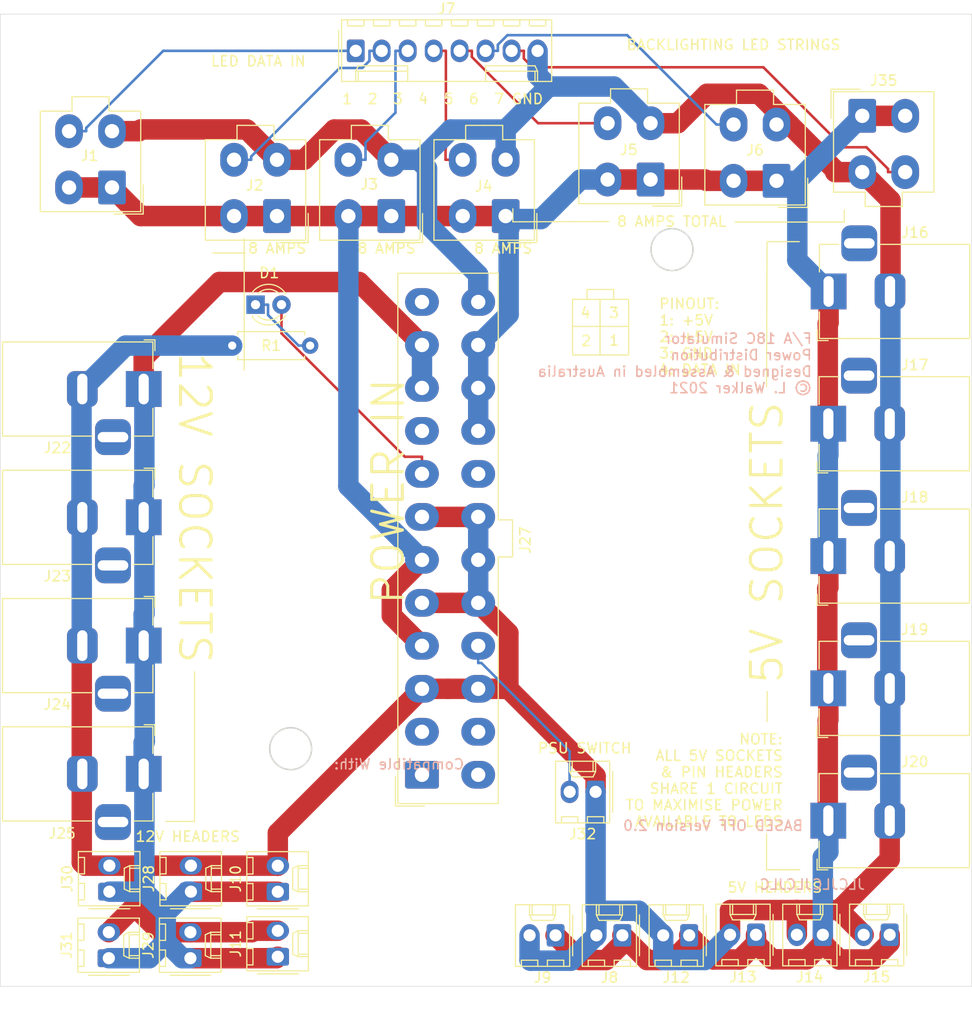
<source format=kicad_pcb>
(kicad_pcb (version 20171130) (host pcbnew "(5.1.10-1-10_14)")

  (general
    (thickness 1.6)
    (drawings 55)
    (tracks 269)
    (zones 0)
    (modules 33)
    (nets 21)
  )

  (page A4)
  (layers
    (0 F.Cu signal)
    (31 B.Cu signal)
    (32 B.Adhes user)
    (33 F.Adhes user)
    (34 B.Paste user)
    (35 F.Paste user)
    (36 B.SilkS user)
    (37 F.SilkS user)
    (38 B.Mask user)
    (39 F.Mask user)
    (40 Dwgs.User user)
    (41 Cmts.User user)
    (42 Eco1.User user)
    (43 Eco2.User user)
    (44 Edge.Cuts user)
    (45 Margin user)
    (46 B.CrtYd user)
    (47 F.CrtYd user)
    (48 B.Fab user)
    (49 F.Fab user)
  )

  (setup
    (last_trace_width 0.25)
    (user_trace_width 0.25)
    (user_trace_width 1)
    (user_trace_width 2)
    (user_trace_width 3)
    (user_trace_width 4)
    (user_trace_width 5)
    (user_trace_width 6)
    (user_trace_width 7)
    (trace_clearance 0.2)
    (zone_clearance 0.508)
    (zone_45_only no)
    (trace_min 0.2)
    (via_size 0.8)
    (via_drill 0.4)
    (via_min_size 0.4)
    (via_min_drill 0.3)
    (uvia_size 0.3)
    (uvia_drill 0.1)
    (uvias_allowed no)
    (uvia_min_size 0.2)
    (uvia_min_drill 0.1)
    (edge_width 0.05)
    (segment_width 0.2)
    (pcb_text_width 0.3)
    (pcb_text_size 1.5 1.5)
    (mod_edge_width 0.12)
    (mod_text_size 1 1)
    (mod_text_width 0.15)
    (pad_size 1.524 1.524)
    (pad_drill 0.762)
    (pad_to_mask_clearance 0.05)
    (aux_axis_origin 0 0)
    (grid_origin 37.3 -13.3)
    (visible_elements 7FFFFFFF)
    (pcbplotparams
      (layerselection 0x010fc_ffffffff)
      (usegerberextensions false)
      (usegerberattributes true)
      (usegerberadvancedattributes true)
      (creategerberjobfile true)
      (excludeedgelayer true)
      (linewidth 0.100000)
      (plotframeref false)
      (viasonmask false)
      (mode 1)
      (useauxorigin false)
      (hpglpennumber 1)
      (hpglpenspeed 20)
      (hpglpendiameter 15.000000)
      (psnegative false)
      (psa4output false)
      (plotreference true)
      (plotvalue true)
      (plotinvisibletext false)
      (padsonsilk false)
      (subtractmaskfromsilk false)
      (outputformat 1)
      (mirror false)
      (drillshape 0)
      (scaleselection 1)
      (outputdirectory "Manufacturing/"))
  )

  (net 0 "")
  (net 1 /LED5V1)
  (net 2 /12VSOCKETS+)
  (net 3 "Net-(D1-Pad1)")
  (net 4 /LEDGND)
  (net 5 /LEDDATA1)
  (net 6 /LEDDATA2)
  (net 7 /LEDDATA3)
  (net 8 /LEDDATA4)
  (net 9 /LEDDATA5)
  (net 10 /LEDDATA6)
  (net 11 /PWRGOOD)
  (net 12 /PSUSW)
  (net 13 /LEDDATA7)
  (net 14 "Net-(J27-Pad20)")
  (net 15 "Net-(J27-Pad14)")
  (net 16 "Net-(J27-Pad13)")
  (net 17 "Net-(J27-Pad12)")
  (net 18 "Net-(J27-Pad9)")
  (net 19 "Net-(J27-Pad2)")
  (net 20 "Net-(J27-Pad1)")

  (net_class Default "This is the default net class."
    (clearance 0.2)
    (trace_width 0.25)
    (via_dia 0.8)
    (via_drill 0.4)
    (uvia_dia 0.3)
    (uvia_drill 0.1)
    (add_net /LEDDATA1)
    (add_net /LEDDATA2)
    (add_net /LEDDATA3)
    (add_net /LEDDATA4)
    (add_net /LEDDATA5)
    (add_net /LEDDATA6)
    (add_net /LEDDATA7)
    (add_net /PSUSW)
    (add_net /PWRGOOD)
    (add_net "Net-(D1-Pad1)")
    (add_net "Net-(J27-Pad1)")
    (add_net "Net-(J27-Pad12)")
    (add_net "Net-(J27-Pad13)")
    (add_net "Net-(J27-Pad14)")
    (add_net "Net-(J27-Pad2)")
    (add_net "Net-(J27-Pad20)")
    (add_net "Net-(J27-Pad9)")
  )

  (net_class "5V SOCKETS" ""
    (clearance 0.3)
    (trace_width 2)
    (via_dia 2)
    (via_drill 1)
    (uvia_dia 0.3)
    (uvia_drill 0.1)
    (add_net /12VSOCKETS+)
  )

  (net_class "FAN POWER" ""
    (clearance 0.2)
    (trace_width 1)
    (via_dia 1)
    (via_drill 0.5)
    (uvia_dia 0.3)
    (uvia_drill 0.1)
  )

  (net_class "LED POWER" ""
    (clearance 0.3)
    (trace_width 2)
    (via_dia 4)
    (via_drill 2)
    (uvia_dia 0.3)
    (uvia_drill 0.1)
    (add_net /LED5V1)
    (add_net /LEDGND)
  )

  (net_class "LED POWER -" ""
    (clearance 0.2)
    (trace_width 2)
    (via_dia 2)
    (via_drill 0.8)
    (uvia_dia 0.3)
    (uvia_drill 0.1)
  )

  (module Connector_Molex:Molex_KK-254_AE-6410-02A_1x02_P2.54mm_Vertical (layer F.Cu) (tedit 5EA53D3B) (tstamp 62BACC40)
    (at 54.3 90.0176 180)
    (descr "Molex KK-254 Interconnect System, old/engineering part number: AE-6410-02A example for new part number: 22-27-2021, 2 Pins (http://www.molex.com/pdm_docs/sd/022272021_sd.pdf), generated with kicad-footprint-generator")
    (tags "connector Molex KK-254 vertical")
    (path /62BAB95B)
    (fp_text reference J9 (at 1.27 -4.12) (layer F.SilkS)
      (effects (font (size 1 1) (thickness 0.15)))
    )
    (fp_text value Conn_01x02_Female (at 1.27 4.08) (layer F.Fab)
      (effects (font (size 1 1) (thickness 0.15)))
    )
    (fp_text user %R (at 1.27 -2.22) (layer F.Fab)
      (effects (font (size 1 1) (thickness 0.15)))
    )
    (fp_line (start -1.27 -2.92) (end -1.27 2.88) (layer F.Fab) (width 0.1))
    (fp_line (start -1.27 2.88) (end 3.81 2.88) (layer F.Fab) (width 0.1))
    (fp_line (start 3.81 2.88) (end 3.81 -2.92) (layer F.Fab) (width 0.1))
    (fp_line (start 3.81 -2.92) (end -1.27 -2.92) (layer F.Fab) (width 0.1))
    (fp_line (start -1.38 -3.03) (end -1.38 2.99) (layer F.SilkS) (width 0.12))
    (fp_line (start -1.38 2.99) (end 3.92 2.99) (layer F.SilkS) (width 0.12))
    (fp_line (start 3.92 2.99) (end 3.92 -3.03) (layer F.SilkS) (width 0.12))
    (fp_line (start 3.92 -3.03) (end -1.38 -3.03) (layer F.SilkS) (width 0.12))
    (fp_line (start -1.67 -2) (end -1.67 2) (layer F.SilkS) (width 0.12))
    (fp_line (start -1.27 -0.5) (end -0.562893 0) (layer F.Fab) (width 0.1))
    (fp_line (start -0.562893 0) (end -1.27 0.5) (layer F.Fab) (width 0.1))
    (fp_line (start 0 2.99) (end 0 1.99) (layer F.SilkS) (width 0.12))
    (fp_line (start 0 1.99) (end 2.54 1.99) (layer F.SilkS) (width 0.12))
    (fp_line (start 2.54 1.99) (end 2.54 2.99) (layer F.SilkS) (width 0.12))
    (fp_line (start 0 1.99) (end 0.25 1.46) (layer F.SilkS) (width 0.12))
    (fp_line (start 0.25 1.46) (end 2.29 1.46) (layer F.SilkS) (width 0.12))
    (fp_line (start 2.29 1.46) (end 2.54 1.99) (layer F.SilkS) (width 0.12))
    (fp_line (start 0.25 2.99) (end 0.25 1.99) (layer F.SilkS) (width 0.12))
    (fp_line (start 2.29 2.99) (end 2.29 1.99) (layer F.SilkS) (width 0.12))
    (fp_line (start -0.8 -3.03) (end -0.8 -2.43) (layer F.SilkS) (width 0.12))
    (fp_line (start -0.8 -2.43) (end 0.8 -2.43) (layer F.SilkS) (width 0.12))
    (fp_line (start 0.8 -2.43) (end 0.8 -3.03) (layer F.SilkS) (width 0.12))
    (fp_line (start 1.74 -3.03) (end 1.74 -2.43) (layer F.SilkS) (width 0.12))
    (fp_line (start 1.74 -2.43) (end 3.34 -2.43) (layer F.SilkS) (width 0.12))
    (fp_line (start 3.34 -2.43) (end 3.34 -3.03) (layer F.SilkS) (width 0.12))
    (fp_line (start -1.77 -3.42) (end -1.77 3.38) (layer F.CrtYd) (width 0.05))
    (fp_line (start -1.77 3.38) (end 4.31 3.38) (layer F.CrtYd) (width 0.05))
    (fp_line (start 4.31 3.38) (end 4.31 -3.42) (layer F.CrtYd) (width 0.05))
    (fp_line (start 4.31 -3.42) (end -1.77 -3.42) (layer F.CrtYd) (width 0.05))
    (pad 2 thru_hole oval (at 2.54 0 180) (size 1.74 2.19) (drill 1.19) (layers *.Cu *.Mask)
      (net 4 /LEDGND))
    (pad 1 thru_hole roundrect (at 0 0 180) (size 1.74 2.19) (drill 1.19) (layers *.Cu *.Mask) (roundrect_rratio 0.143678)
      (net 1 /LED5V1))
    (model ${KISYS3DMOD}/Connector_Molex.3dshapes/Molex_KK-254_AE-6410-02A_1x02_P2.54mm_Vertical.wrl
      (at (xyz 0 0 0))
      (scale (xyz 1 1 1))
      (rotate (xyz 0 0 0))
    )
  )

  (module Connector_Molex:Molex_KK-254_AE-6410-02A_1x02_P2.54mm_Vertical (layer F.Cu) (tedit 5EA53D3B) (tstamp 62BACC1C)
    (at 60.8339 90.0176 180)
    (descr "Molex KK-254 Interconnect System, old/engineering part number: AE-6410-02A example for new part number: 22-27-2021, 2 Pins (http://www.molex.com/pdm_docs/sd/022272021_sd.pdf), generated with kicad-footprint-generator")
    (tags "connector Molex KK-254 vertical")
    (path /62BAB951)
    (fp_text reference J8 (at 1.27 -4.12) (layer F.SilkS)
      (effects (font (size 1 1) (thickness 0.15)))
    )
    (fp_text value Conn_01x02_Female (at 1.27 4.08) (layer F.Fab)
      (effects (font (size 1 1) (thickness 0.15)))
    )
    (fp_text user %R (at 1.27 -2.22) (layer F.Fab)
      (effects (font (size 1 1) (thickness 0.15)))
    )
    (fp_line (start -1.27 -2.92) (end -1.27 2.88) (layer F.Fab) (width 0.1))
    (fp_line (start -1.27 2.88) (end 3.81 2.88) (layer F.Fab) (width 0.1))
    (fp_line (start 3.81 2.88) (end 3.81 -2.92) (layer F.Fab) (width 0.1))
    (fp_line (start 3.81 -2.92) (end -1.27 -2.92) (layer F.Fab) (width 0.1))
    (fp_line (start -1.38 -3.03) (end -1.38 2.99) (layer F.SilkS) (width 0.12))
    (fp_line (start -1.38 2.99) (end 3.92 2.99) (layer F.SilkS) (width 0.12))
    (fp_line (start 3.92 2.99) (end 3.92 -3.03) (layer F.SilkS) (width 0.12))
    (fp_line (start 3.92 -3.03) (end -1.38 -3.03) (layer F.SilkS) (width 0.12))
    (fp_line (start -1.67 -2) (end -1.67 2) (layer F.SilkS) (width 0.12))
    (fp_line (start -1.27 -0.5) (end -0.562893 0) (layer F.Fab) (width 0.1))
    (fp_line (start -0.562893 0) (end -1.27 0.5) (layer F.Fab) (width 0.1))
    (fp_line (start 0 2.99) (end 0 1.99) (layer F.SilkS) (width 0.12))
    (fp_line (start 0 1.99) (end 2.54 1.99) (layer F.SilkS) (width 0.12))
    (fp_line (start 2.54 1.99) (end 2.54 2.99) (layer F.SilkS) (width 0.12))
    (fp_line (start 0 1.99) (end 0.25 1.46) (layer F.SilkS) (width 0.12))
    (fp_line (start 0.25 1.46) (end 2.29 1.46) (layer F.SilkS) (width 0.12))
    (fp_line (start 2.29 1.46) (end 2.54 1.99) (layer F.SilkS) (width 0.12))
    (fp_line (start 0.25 2.99) (end 0.25 1.99) (layer F.SilkS) (width 0.12))
    (fp_line (start 2.29 2.99) (end 2.29 1.99) (layer F.SilkS) (width 0.12))
    (fp_line (start -0.8 -3.03) (end -0.8 -2.43) (layer F.SilkS) (width 0.12))
    (fp_line (start -0.8 -2.43) (end 0.8 -2.43) (layer F.SilkS) (width 0.12))
    (fp_line (start 0.8 -2.43) (end 0.8 -3.03) (layer F.SilkS) (width 0.12))
    (fp_line (start 1.74 -3.03) (end 1.74 -2.43) (layer F.SilkS) (width 0.12))
    (fp_line (start 1.74 -2.43) (end 3.34 -2.43) (layer F.SilkS) (width 0.12))
    (fp_line (start 3.34 -2.43) (end 3.34 -3.03) (layer F.SilkS) (width 0.12))
    (fp_line (start -1.77 -3.42) (end -1.77 3.38) (layer F.CrtYd) (width 0.05))
    (fp_line (start -1.77 3.38) (end 4.31 3.38) (layer F.CrtYd) (width 0.05))
    (fp_line (start 4.31 3.38) (end 4.31 -3.42) (layer F.CrtYd) (width 0.05))
    (fp_line (start 4.31 -3.42) (end -1.77 -3.42) (layer F.CrtYd) (width 0.05))
    (pad 2 thru_hole oval (at 2.54 0 180) (size 1.74 2.19) (drill 1.19) (layers *.Cu *.Mask)
      (net 4 /LEDGND))
    (pad 1 thru_hole roundrect (at 0 0 180) (size 1.74 2.19) (drill 1.19) (layers *.Cu *.Mask) (roundrect_rratio 0.143678)
      (net 1 /LED5V1))
    (model ${KISYS3DMOD}/Connector_Molex.3dshapes/Molex_KK-254_AE-6410-02A_1x02_P2.54mm_Vertical.wrl
      (at (xyz 0 0 0))
      (scale (xyz 1 1 1))
      (rotate (xyz 0 0 0))
    )
  )

  (module Connector_Molex:Molex_KK-254_AE-6410-02A_1x02_P2.54mm_Vertical (layer F.Cu) (tedit 5EA53D3B) (tstamp 62BA9F1F)
    (at 27.14 92.11 90)
    (descr "Molex KK-254 Interconnect System, old/engineering part number: AE-6410-02A example for new part number: 22-27-2021, 2 Pins (http://www.molex.com/pdm_docs/sd/022272021_sd.pdf), generated with kicad-footprint-generator")
    (tags "connector Molex KK-254 vertical")
    (path /62BB5CA9)
    (fp_text reference J11 (at 1.27 -4.12 90) (layer F.SilkS)
      (effects (font (size 1 1) (thickness 0.15)))
    )
    (fp_text value Conn_01x02_Female (at 1.27 4.08 90) (layer F.Fab)
      (effects (font (size 1 1) (thickness 0.15)))
    )
    (fp_text user %R (at 1.27 -2.22 90) (layer F.Fab)
      (effects (font (size 1 1) (thickness 0.15)))
    )
    (fp_line (start -1.27 -2.92) (end -1.27 2.88) (layer F.Fab) (width 0.1))
    (fp_line (start -1.27 2.88) (end 3.81 2.88) (layer F.Fab) (width 0.1))
    (fp_line (start 3.81 2.88) (end 3.81 -2.92) (layer F.Fab) (width 0.1))
    (fp_line (start 3.81 -2.92) (end -1.27 -2.92) (layer F.Fab) (width 0.1))
    (fp_line (start -1.38 -3.03) (end -1.38 2.99) (layer F.SilkS) (width 0.12))
    (fp_line (start -1.38 2.99) (end 3.92 2.99) (layer F.SilkS) (width 0.12))
    (fp_line (start 3.92 2.99) (end 3.92 -3.03) (layer F.SilkS) (width 0.12))
    (fp_line (start 3.92 -3.03) (end -1.38 -3.03) (layer F.SilkS) (width 0.12))
    (fp_line (start -1.67 -2) (end -1.67 2) (layer F.SilkS) (width 0.12))
    (fp_line (start -1.27 -0.5) (end -0.562893 0) (layer F.Fab) (width 0.1))
    (fp_line (start -0.562893 0) (end -1.27 0.5) (layer F.Fab) (width 0.1))
    (fp_line (start 0 2.99) (end 0 1.99) (layer F.SilkS) (width 0.12))
    (fp_line (start 0 1.99) (end 2.54 1.99) (layer F.SilkS) (width 0.12))
    (fp_line (start 2.54 1.99) (end 2.54 2.99) (layer F.SilkS) (width 0.12))
    (fp_line (start 0 1.99) (end 0.25 1.46) (layer F.SilkS) (width 0.12))
    (fp_line (start 0.25 1.46) (end 2.29 1.46) (layer F.SilkS) (width 0.12))
    (fp_line (start 2.29 1.46) (end 2.54 1.99) (layer F.SilkS) (width 0.12))
    (fp_line (start 0.25 2.99) (end 0.25 1.99) (layer F.SilkS) (width 0.12))
    (fp_line (start 2.29 2.99) (end 2.29 1.99) (layer F.SilkS) (width 0.12))
    (fp_line (start -0.8 -3.03) (end -0.8 -2.43) (layer F.SilkS) (width 0.12))
    (fp_line (start -0.8 -2.43) (end 0.8 -2.43) (layer F.SilkS) (width 0.12))
    (fp_line (start 0.8 -2.43) (end 0.8 -3.03) (layer F.SilkS) (width 0.12))
    (fp_line (start 1.74 -3.03) (end 1.74 -2.43) (layer F.SilkS) (width 0.12))
    (fp_line (start 1.74 -2.43) (end 3.34 -2.43) (layer F.SilkS) (width 0.12))
    (fp_line (start 3.34 -2.43) (end 3.34 -3.03) (layer F.SilkS) (width 0.12))
    (fp_line (start -1.77 -3.42) (end -1.77 3.38) (layer F.CrtYd) (width 0.05))
    (fp_line (start -1.77 3.38) (end 4.31 3.38) (layer F.CrtYd) (width 0.05))
    (fp_line (start 4.31 3.38) (end 4.31 -3.42) (layer F.CrtYd) (width 0.05))
    (fp_line (start 4.31 -3.42) (end -1.77 -3.42) (layer F.CrtYd) (width 0.05))
    (pad 2 thru_hole oval (at 2.54 0 90) (size 1.74 2.19) (drill 1.19) (layers *.Cu *.Mask)
      (net 4 /LEDGND))
    (pad 1 thru_hole roundrect (at 0 0 90) (size 1.74 2.19) (drill 1.19) (layers *.Cu *.Mask) (roundrect_rratio 0.143678)
      (net 2 /12VSOCKETS+))
    (model ${KISYS3DMOD}/Connector_Molex.3dshapes/Molex_KK-254_AE-6410-02A_1x02_P2.54mm_Vertical.wrl
      (at (xyz 0 0 0))
      (scale (xyz 1 1 1))
      (rotate (xyz 0 0 0))
    )
  )

  (module Connector_Molex:Molex_KK-254_AE-6410-02A_1x02_P2.54mm_Vertical (layer F.Cu) (tedit 5EA53D3B) (tstamp 62BA9EFB)
    (at 27.14 85.76 90)
    (descr "Molex KK-254 Interconnect System, old/engineering part number: AE-6410-02A example for new part number: 22-27-2021, 2 Pins (http://www.molex.com/pdm_docs/sd/022272021_sd.pdf), generated with kicad-footprint-generator")
    (tags "connector Molex KK-254 vertical")
    (path /62BB5CA3)
    (fp_text reference J10 (at 1.27 -4.12 90) (layer F.SilkS)
      (effects (font (size 1 1) (thickness 0.15)))
    )
    (fp_text value Conn_01x02_Female (at 1.27 4.08 90) (layer F.Fab)
      (effects (font (size 1 1) (thickness 0.15)))
    )
    (fp_text user %R (at 1.27 -2.22 90) (layer F.Fab)
      (effects (font (size 1 1) (thickness 0.15)))
    )
    (fp_line (start -1.27 -2.92) (end -1.27 2.88) (layer F.Fab) (width 0.1))
    (fp_line (start -1.27 2.88) (end 3.81 2.88) (layer F.Fab) (width 0.1))
    (fp_line (start 3.81 2.88) (end 3.81 -2.92) (layer F.Fab) (width 0.1))
    (fp_line (start 3.81 -2.92) (end -1.27 -2.92) (layer F.Fab) (width 0.1))
    (fp_line (start -1.38 -3.03) (end -1.38 2.99) (layer F.SilkS) (width 0.12))
    (fp_line (start -1.38 2.99) (end 3.92 2.99) (layer F.SilkS) (width 0.12))
    (fp_line (start 3.92 2.99) (end 3.92 -3.03) (layer F.SilkS) (width 0.12))
    (fp_line (start 3.92 -3.03) (end -1.38 -3.03) (layer F.SilkS) (width 0.12))
    (fp_line (start -1.67 -2) (end -1.67 2) (layer F.SilkS) (width 0.12))
    (fp_line (start -1.27 -0.5) (end -0.562893 0) (layer F.Fab) (width 0.1))
    (fp_line (start -0.562893 0) (end -1.27 0.5) (layer F.Fab) (width 0.1))
    (fp_line (start 0 2.99) (end 0 1.99) (layer F.SilkS) (width 0.12))
    (fp_line (start 0 1.99) (end 2.54 1.99) (layer F.SilkS) (width 0.12))
    (fp_line (start 2.54 1.99) (end 2.54 2.99) (layer F.SilkS) (width 0.12))
    (fp_line (start 0 1.99) (end 0.25 1.46) (layer F.SilkS) (width 0.12))
    (fp_line (start 0.25 1.46) (end 2.29 1.46) (layer F.SilkS) (width 0.12))
    (fp_line (start 2.29 1.46) (end 2.54 1.99) (layer F.SilkS) (width 0.12))
    (fp_line (start 0.25 2.99) (end 0.25 1.99) (layer F.SilkS) (width 0.12))
    (fp_line (start 2.29 2.99) (end 2.29 1.99) (layer F.SilkS) (width 0.12))
    (fp_line (start -0.8 -3.03) (end -0.8 -2.43) (layer F.SilkS) (width 0.12))
    (fp_line (start -0.8 -2.43) (end 0.8 -2.43) (layer F.SilkS) (width 0.12))
    (fp_line (start 0.8 -2.43) (end 0.8 -3.03) (layer F.SilkS) (width 0.12))
    (fp_line (start 1.74 -3.03) (end 1.74 -2.43) (layer F.SilkS) (width 0.12))
    (fp_line (start 1.74 -2.43) (end 3.34 -2.43) (layer F.SilkS) (width 0.12))
    (fp_line (start 3.34 -2.43) (end 3.34 -3.03) (layer F.SilkS) (width 0.12))
    (fp_line (start -1.77 -3.42) (end -1.77 3.38) (layer F.CrtYd) (width 0.05))
    (fp_line (start -1.77 3.38) (end 4.31 3.38) (layer F.CrtYd) (width 0.05))
    (fp_line (start 4.31 3.38) (end 4.31 -3.42) (layer F.CrtYd) (width 0.05))
    (fp_line (start 4.31 -3.42) (end -1.77 -3.42) (layer F.CrtYd) (width 0.05))
    (pad 2 thru_hole oval (at 2.54 0 90) (size 1.74 2.19) (drill 1.19) (layers *.Cu *.Mask)
      (net 4 /LEDGND))
    (pad 1 thru_hole roundrect (at 0 0 90) (size 1.74 2.19) (drill 1.19) (layers *.Cu *.Mask) (roundrect_rratio 0.143678)
      (net 2 /12VSOCKETS+))
    (model ${KISYS3DMOD}/Connector_Molex.3dshapes/Molex_KK-254_AE-6410-02A_1x02_P2.54mm_Vertical.wrl
      (at (xyz 0 0 0))
      (scale (xyz 1 1 1))
      (rotate (xyz 0 0 0))
    )
  )

  (module Connector_Molex:Molex_Mini-Fit_Jr_5566-04A_2x02_P4.20mm_Vertical (layer F.Cu) (tedit 5B781992) (tstamp 61733F6D)
    (at 84.29 9.941)
    (descr "Molex Mini-Fit Jr. Power Connectors, old mpn/engineering number: 5566-04A, example for new mpn: 39-28-x04x, 2 Pins per row, Mounting:  (http://www.molex.com/pdm_docs/sd/039281043_sd.pdf), generated with kicad-footprint-generator")
    (tags "connector Molex Mini-Fit_Jr side entry")
    (path /613BCAE7)
    (fp_text reference J35 (at 2.1 -3.45) (layer F.SilkS)
      (effects (font (size 1 1) (thickness 0.15)))
    )
    (fp_text value Conn_01x04_Female (at 2.1 9.95) (layer F.Fab)
      (effects (font (size 1 1) (thickness 0.15)))
    )
    (fp_line (start -2.7 -2.25) (end -2.7 7.35) (layer F.Fab) (width 0.1))
    (fp_line (start -2.7 7.35) (end 6.9 7.35) (layer F.Fab) (width 0.1))
    (fp_line (start 6.9 7.35) (end 6.9 -2.25) (layer F.Fab) (width 0.1))
    (fp_line (start 6.9 -2.25) (end -2.7 -2.25) (layer F.Fab) (width 0.1))
    (fp_line (start 0.4 7.35) (end 0.4 8.75) (layer F.Fab) (width 0.1))
    (fp_line (start 0.4 8.75) (end 3.8 8.75) (layer F.Fab) (width 0.1))
    (fp_line (start 3.8 8.75) (end 3.8 7.35) (layer F.Fab) (width 0.1))
    (fp_line (start -1.65 -1) (end -1.65 2.3) (layer F.Fab) (width 0.1))
    (fp_line (start -1.65 2.3) (end 1.65 2.3) (layer F.Fab) (width 0.1))
    (fp_line (start 1.65 2.3) (end 1.65 -1) (layer F.Fab) (width 0.1))
    (fp_line (start 1.65 -1) (end -1.65 -1) (layer F.Fab) (width 0.1))
    (fp_line (start -1.65 6.5) (end -1.65 4.025) (layer F.Fab) (width 0.1))
    (fp_line (start -1.65 4.025) (end -0.825 3.2) (layer F.Fab) (width 0.1))
    (fp_line (start -0.825 3.2) (end 0.825 3.2) (layer F.Fab) (width 0.1))
    (fp_line (start 0.825 3.2) (end 1.65 4.025) (layer F.Fab) (width 0.1))
    (fp_line (start 1.65 4.025) (end 1.65 6.5) (layer F.Fab) (width 0.1))
    (fp_line (start 1.65 6.5) (end -1.65 6.5) (layer F.Fab) (width 0.1))
    (fp_line (start 2.55 3.2) (end 2.55 6.5) (layer F.Fab) (width 0.1))
    (fp_line (start 2.55 6.5) (end 5.85 6.5) (layer F.Fab) (width 0.1))
    (fp_line (start 5.85 6.5) (end 5.85 3.2) (layer F.Fab) (width 0.1))
    (fp_line (start 5.85 3.2) (end 2.55 3.2) (layer F.Fab) (width 0.1))
    (fp_line (start 2.55 2.3) (end 2.55 -0.175) (layer F.Fab) (width 0.1))
    (fp_line (start 2.55 -0.175) (end 3.375 -1) (layer F.Fab) (width 0.1))
    (fp_line (start 3.375 -1) (end 5.025 -1) (layer F.Fab) (width 0.1))
    (fp_line (start 5.025 -1) (end 5.85 -0.175) (layer F.Fab) (width 0.1))
    (fp_line (start 5.85 -0.175) (end 5.85 2.3) (layer F.Fab) (width 0.1))
    (fp_line (start 5.85 2.3) (end 2.55 2.3) (layer F.Fab) (width 0.1))
    (fp_line (start 2.1 -2.36) (end -2.81 -2.36) (layer F.SilkS) (width 0.12))
    (fp_line (start -2.81 -2.36) (end -2.81 7.46) (layer F.SilkS) (width 0.12))
    (fp_line (start -2.81 7.46) (end 0.29 7.46) (layer F.SilkS) (width 0.12))
    (fp_line (start 0.29 7.46) (end 0.29 8.86) (layer F.SilkS) (width 0.12))
    (fp_line (start 0.29 8.86) (end 2.1 8.86) (layer F.SilkS) (width 0.12))
    (fp_line (start 2.1 -2.36) (end 7.01 -2.36) (layer F.SilkS) (width 0.12))
    (fp_line (start 7.01 -2.36) (end 7.01 7.46) (layer F.SilkS) (width 0.12))
    (fp_line (start 7.01 7.46) (end 3.91 7.46) (layer F.SilkS) (width 0.12))
    (fp_line (start 3.91 7.46) (end 3.91 8.86) (layer F.SilkS) (width 0.12))
    (fp_line (start 3.91 8.86) (end 2.1 8.86) (layer F.SilkS) (width 0.12))
    (fp_line (start -0.2 -2.6) (end -3.05 -2.6) (layer F.SilkS) (width 0.12))
    (fp_line (start -3.05 -2.6) (end -3.05 0.25) (layer F.SilkS) (width 0.12))
    (fp_line (start -0.2 -2.6) (end -3.05 -2.6) (layer F.Fab) (width 0.1))
    (fp_line (start -3.05 -2.6) (end -3.05 0.25) (layer F.Fab) (width 0.1))
    (fp_line (start -3.2 -2.75) (end -3.2 9.25) (layer F.CrtYd) (width 0.05))
    (fp_line (start -3.2 9.25) (end 7.4 9.25) (layer F.CrtYd) (width 0.05))
    (fp_line (start 7.4 9.25) (end 7.4 -2.75) (layer F.CrtYd) (width 0.05))
    (fp_line (start 7.4 -2.75) (end -3.2 -2.75) (layer F.CrtYd) (width 0.05))
    (fp_text user %R (at 2.1 -1.55) (layer F.Fab)
      (effects (font (size 1 1) (thickness 0.15)))
    )
    (pad 4 thru_hole oval (at 4.2 5.5) (size 2.7 3.3) (drill 1.4) (layers *.Cu *.Mask)
      (net 13 /LEDDATA7))
    (pad 3 thru_hole oval (at 0 5.5) (size 2.7 3.3) (drill 1.4) (layers *.Cu *.Mask)
      (net 4 /LEDGND))
    (pad 2 thru_hole oval (at 4.2 0) (size 2.7 3.3) (drill 1.4) (layers *.Cu *.Mask)
      (net 1 /LED5V1))
    (pad 1 thru_hole roundrect (at 0 0) (size 2.7 3.3) (drill 1.4) (layers *.Cu *.Mask) (roundrect_rratio 0.09259299999999999)
      (net 1 /LED5V1))
    (model ${KISYS3DMOD}/Connector_Molex.3dshapes/Molex_Mini-Fit_Jr_5566-04A_2x02_P4.20mm_Vertical.wrl
      (at (xyz 0 0 0))
      (scale (xyz 1 1 1))
      (rotate (xyz 0 0 0))
    )
  )

  (module PT_Library_v001:Molex_1x08_P2.54mm_Vertical (layer F.Cu) (tedit 5B78013E) (tstamp 5F8C6AD8)
    (at 34.76 3.591)
    (descr "Molex KK-254 Interconnect System, old/engineering part number: AE-6410-08A example for new part number: 22-27-2081, 8 Pins (http://www.molex.com/pdm_docs/sd/022272021_sd.pdf), generated with kicad-footprint-generator")
    (tags "connector Molex KK-254 side entry")
    (path /5F9F280B)
    (fp_text reference J7 (at 8.89 -4.12) (layer F.SilkS)
      (effects (font (size 1 1) (thickness 0.15)))
    )
    (fp_text value Conn_01x08_Female (at 8.89 4.08) (layer F.Fab)
      (effects (font (size 1 1) (thickness 0.15)))
    )
    (fp_line (start -1.27 -2.92) (end -1.27 2.88) (layer F.Fab) (width 0.1))
    (fp_line (start -1.27 2.88) (end 19.05 2.88) (layer F.Fab) (width 0.1))
    (fp_line (start 19.05 2.88) (end 19.05 -2.92) (layer F.Fab) (width 0.1))
    (fp_line (start 19.05 -2.92) (end -1.27 -2.92) (layer F.Fab) (width 0.1))
    (fp_line (start -1.38 -3.03) (end -1.38 2.99) (layer F.SilkS) (width 0.12))
    (fp_line (start -1.38 2.99) (end 19.16 2.99) (layer F.SilkS) (width 0.12))
    (fp_line (start 19.16 2.99) (end 19.16 -3.03) (layer F.SilkS) (width 0.12))
    (fp_line (start 19.16 -3.03) (end -1.38 -3.03) (layer F.SilkS) (width 0.12))
    (fp_line (start -1.67 -2) (end -1.67 2) (layer F.SilkS) (width 0.12))
    (fp_line (start -1.27 -0.5) (end -0.562893 0) (layer F.Fab) (width 0.1))
    (fp_line (start -0.562893 0) (end -1.27 0.5) (layer F.Fab) (width 0.1))
    (fp_line (start 0 2.99) (end 0 1.99) (layer F.SilkS) (width 0.12))
    (fp_line (start 0 1.99) (end 5.08 1.99) (layer F.SilkS) (width 0.12))
    (fp_line (start 5.08 1.99) (end 5.08 2.99) (layer F.SilkS) (width 0.12))
    (fp_line (start 0 1.99) (end 0.25 1.46) (layer F.SilkS) (width 0.12))
    (fp_line (start 0.25 1.46) (end 5.08 1.46) (layer F.SilkS) (width 0.12))
    (fp_line (start 5.08 1.46) (end 5.08 1.99) (layer F.SilkS) (width 0.12))
    (fp_line (start 0.25 2.99) (end 0.25 1.99) (layer F.SilkS) (width 0.12))
    (fp_line (start 17.78 2.99) (end 17.78 1.99) (layer F.SilkS) (width 0.12))
    (fp_line (start 17.78 1.99) (end 12.7 1.99) (layer F.SilkS) (width 0.12))
    (fp_line (start 12.7 1.99) (end 12.7 2.99) (layer F.SilkS) (width 0.12))
    (fp_line (start 17.78 1.99) (end 17.53 1.46) (layer F.SilkS) (width 0.12))
    (fp_line (start 17.53 1.46) (end 12.7 1.46) (layer F.SilkS) (width 0.12))
    (fp_line (start 12.7 1.46) (end 12.7 1.99) (layer F.SilkS) (width 0.12))
    (fp_line (start 17.53 2.99) (end 17.53 1.99) (layer F.SilkS) (width 0.12))
    (fp_line (start -0.8 -3.03) (end -0.8 -2.43) (layer F.SilkS) (width 0.12))
    (fp_line (start -0.8 -2.43) (end 0.8 -2.43) (layer F.SilkS) (width 0.12))
    (fp_line (start 0.8 -2.43) (end 0.8 -3.03) (layer F.SilkS) (width 0.12))
    (fp_line (start 1.74 -3.03) (end 1.74 -2.43) (layer F.SilkS) (width 0.12))
    (fp_line (start 1.74 -2.43) (end 3.34 -2.43) (layer F.SilkS) (width 0.12))
    (fp_line (start 3.34 -2.43) (end 3.34 -3.03) (layer F.SilkS) (width 0.12))
    (fp_line (start 4.28 -3.03) (end 4.28 -2.43) (layer F.SilkS) (width 0.12))
    (fp_line (start 4.28 -2.43) (end 5.88 -2.43) (layer F.SilkS) (width 0.12))
    (fp_line (start 5.88 -2.43) (end 5.88 -3.03) (layer F.SilkS) (width 0.12))
    (fp_line (start 6.82 -3.03) (end 6.82 -2.43) (layer F.SilkS) (width 0.12))
    (fp_line (start 6.82 -2.43) (end 8.42 -2.43) (layer F.SilkS) (width 0.12))
    (fp_line (start 8.42 -2.43) (end 8.42 -3.03) (layer F.SilkS) (width 0.12))
    (fp_line (start 9.36 -3.03) (end 9.36 -2.43) (layer F.SilkS) (width 0.12))
    (fp_line (start 9.36 -2.43) (end 10.96 -2.43) (layer F.SilkS) (width 0.12))
    (fp_line (start 10.96 -2.43) (end 10.96 -3.03) (layer F.SilkS) (width 0.12))
    (fp_line (start 11.9 -3.03) (end 11.9 -2.43) (layer F.SilkS) (width 0.12))
    (fp_line (start 11.9 -2.43) (end 13.5 -2.43) (layer F.SilkS) (width 0.12))
    (fp_line (start 13.5 -2.43) (end 13.5 -3.03) (layer F.SilkS) (width 0.12))
    (fp_line (start 14.44 -3.03) (end 14.44 -2.43) (layer F.SilkS) (width 0.12))
    (fp_line (start 14.44 -2.43) (end 16.04 -2.43) (layer F.SilkS) (width 0.12))
    (fp_line (start 16.04 -2.43) (end 16.04 -3.03) (layer F.SilkS) (width 0.12))
    (fp_line (start 16.98 -3.03) (end 16.98 -2.43) (layer F.SilkS) (width 0.12))
    (fp_line (start 16.98 -2.43) (end 18.58 -2.43) (layer F.SilkS) (width 0.12))
    (fp_line (start 18.58 -2.43) (end 18.58 -3.03) (layer F.SilkS) (width 0.12))
    (fp_line (start -1.77 -3.42) (end -1.77 3.38) (layer F.CrtYd) (width 0.05))
    (fp_line (start -1.77 3.38) (end 19.55 3.38) (layer F.CrtYd) (width 0.05))
    (fp_line (start 19.55 3.38) (end 19.55 -3.42) (layer F.CrtYd) (width 0.05))
    (fp_line (start 19.55 -3.42) (end -1.77 -3.42) (layer F.CrtYd) (width 0.05))
    (fp_text user %R (at 8.89 -2.22) (layer F.Fab)
      (effects (font (size 1 1) (thickness 0.15)))
    )
    (pad 8 thru_hole oval (at 17.78 0) (size 1.74 2.2) (drill 1.2) (layers *.Cu *.Mask)
      (net 4 /LEDGND))
    (pad 7 thru_hole oval (at 15.24 0) (size 1.74 2.2) (drill 1.2) (layers *.Cu *.Mask)
      (net 13 /LEDDATA7))
    (pad 6 thru_hole oval (at 12.7 0) (size 1.74 2.2) (drill 1.2) (layers *.Cu *.Mask)
      (net 10 /LEDDATA6))
    (pad 5 thru_hole oval (at 10.16 0) (size 1.74 2.2) (drill 1.2) (layers *.Cu *.Mask)
      (net 9 /LEDDATA5))
    (pad 4 thru_hole oval (at 7.62 0) (size 1.74 2.2) (drill 1.2) (layers *.Cu *.Mask)
      (net 8 /LEDDATA4))
    (pad 3 thru_hole oval (at 5.08 0) (size 1.74 2.2) (drill 1.2) (layers *.Cu *.Mask)
      (net 7 /LEDDATA3))
    (pad 2 thru_hole oval (at 2.54 0) (size 1.74 2.2) (drill 1.2) (layers *.Cu *.Mask)
      (net 6 /LEDDATA2))
    (pad 1 thru_hole roundrect (at 0 0) (size 1.74 2.2) (drill 1.2) (layers *.Cu *.Mask) (roundrect_rratio 0.143678)
      (net 5 /LEDDATA1))
    (model ${KISYS3DMOD}/Connector_Molex.3dshapes/Molex_KK-254_AE-6410-08A_1x08_P2.54mm_Vertical.wrl
      (at (xyz 0 0 0))
      (scale (xyz 1 1 1))
      (rotate (xyz 0 0 0))
    )
  )

  (module Connector_Molex:Molex_Mini-Fit_Jr_5566-04A_2x02_P4.20mm_Vertical (layer F.Cu) (tedit 5B781992) (tstamp 5F8B31F5)
    (at 27.06 19.734 180)
    (descr "Molex Mini-Fit Jr. Power Connectors, old mpn/engineering number: 5566-04A, example for new mpn: 39-28-x04x, 2 Pins per row, Mounting:  (http://www.molex.com/pdm_docs/sd/039281043_sd.pdf), generated with kicad-footprint-generator")
    (tags "connector Molex Mini-Fit_Jr side entry")
    (path /5F8A7AD3)
    (fp_text reference J2 (at 2.18 3) (layer F.SilkS)
      (effects (font (size 1 1) (thickness 0.15)))
    )
    (fp_text value Conn_01x04_Female (at 2.1 9.95) (layer F.Fab)
      (effects (font (size 1 1) (thickness 0.15)))
    )
    (fp_line (start 7.4 -2.75) (end -3.2 -2.75) (layer F.CrtYd) (width 0.05))
    (fp_line (start 7.4 9.25) (end 7.4 -2.75) (layer F.CrtYd) (width 0.05))
    (fp_line (start -3.2 9.25) (end 7.4 9.25) (layer F.CrtYd) (width 0.05))
    (fp_line (start -3.2 -2.75) (end -3.2 9.25) (layer F.CrtYd) (width 0.05))
    (fp_line (start -3.05 -2.6) (end -3.05 0.25) (layer F.Fab) (width 0.1))
    (fp_line (start -0.2 -2.6) (end -3.05 -2.6) (layer F.Fab) (width 0.1))
    (fp_line (start -3.05 -2.6) (end -3.05 0.25) (layer F.SilkS) (width 0.12))
    (fp_line (start -0.2 -2.6) (end -3.05 -2.6) (layer F.SilkS) (width 0.12))
    (fp_line (start 3.91 8.86) (end 2.1 8.86) (layer F.SilkS) (width 0.12))
    (fp_line (start 3.91 7.46) (end 3.91 8.86) (layer F.SilkS) (width 0.12))
    (fp_line (start 7.01 7.46) (end 3.91 7.46) (layer F.SilkS) (width 0.12))
    (fp_line (start 7.01 -2.36) (end 7.01 7.46) (layer F.SilkS) (width 0.12))
    (fp_line (start 2.1 -2.36) (end 7.01 -2.36) (layer F.SilkS) (width 0.12))
    (fp_line (start 0.29 8.86) (end 2.1 8.86) (layer F.SilkS) (width 0.12))
    (fp_line (start 0.29 7.46) (end 0.29 8.86) (layer F.SilkS) (width 0.12))
    (fp_line (start -2.81 7.46) (end 0.29 7.46) (layer F.SilkS) (width 0.12))
    (fp_line (start -2.81 -2.36) (end -2.81 7.46) (layer F.SilkS) (width 0.12))
    (fp_line (start 2.1 -2.36) (end -2.81 -2.36) (layer F.SilkS) (width 0.12))
    (fp_line (start 5.85 2.3) (end 2.55 2.3) (layer F.Fab) (width 0.1))
    (fp_line (start 5.85 -0.175) (end 5.85 2.3) (layer F.Fab) (width 0.1))
    (fp_line (start 5.025 -1) (end 5.85 -0.175) (layer F.Fab) (width 0.1))
    (fp_line (start 3.375 -1) (end 5.025 -1) (layer F.Fab) (width 0.1))
    (fp_line (start 2.55 -0.175) (end 3.375 -1) (layer F.Fab) (width 0.1))
    (fp_line (start 2.55 2.3) (end 2.55 -0.175) (layer F.Fab) (width 0.1))
    (fp_line (start 5.85 3.2) (end 2.55 3.2) (layer F.Fab) (width 0.1))
    (fp_line (start 5.85 6.5) (end 5.85 3.2) (layer F.Fab) (width 0.1))
    (fp_line (start 2.55 6.5) (end 5.85 6.5) (layer F.Fab) (width 0.1))
    (fp_line (start 2.55 3.2) (end 2.55 6.5) (layer F.Fab) (width 0.1))
    (fp_line (start 1.65 6.5) (end -1.65 6.5) (layer F.Fab) (width 0.1))
    (fp_line (start 1.65 4.025) (end 1.65 6.5) (layer F.Fab) (width 0.1))
    (fp_line (start 0.825 3.2) (end 1.65 4.025) (layer F.Fab) (width 0.1))
    (fp_line (start -0.825 3.2) (end 0.825 3.2) (layer F.Fab) (width 0.1))
    (fp_line (start -1.65 4.025) (end -0.825 3.2) (layer F.Fab) (width 0.1))
    (fp_line (start -1.65 6.5) (end -1.65 4.025) (layer F.Fab) (width 0.1))
    (fp_line (start 1.65 -1) (end -1.65 -1) (layer F.Fab) (width 0.1))
    (fp_line (start 1.65 2.3) (end 1.65 -1) (layer F.Fab) (width 0.1))
    (fp_line (start -1.65 2.3) (end 1.65 2.3) (layer F.Fab) (width 0.1))
    (fp_line (start -1.65 -1) (end -1.65 2.3) (layer F.Fab) (width 0.1))
    (fp_line (start 3.8 8.75) (end 3.8 7.35) (layer F.Fab) (width 0.1))
    (fp_line (start 0.4 8.75) (end 3.8 8.75) (layer F.Fab) (width 0.1))
    (fp_line (start 0.4 7.35) (end 0.4 8.75) (layer F.Fab) (width 0.1))
    (fp_line (start 6.9 -2.25) (end -2.7 -2.25) (layer F.Fab) (width 0.1))
    (fp_line (start 6.9 7.35) (end 6.9 -2.25) (layer F.Fab) (width 0.1))
    (fp_line (start -2.7 7.35) (end 6.9 7.35) (layer F.Fab) (width 0.1))
    (fp_line (start -2.7 -2.25) (end -2.7 7.35) (layer F.Fab) (width 0.1))
    (fp_text user %R (at 2.1 -1.55) (layer F.Fab)
      (effects (font (size 1 1) (thickness 0.15)))
    )
    (pad 4 thru_hole oval (at 4.2 5.5 180) (size 2.7 3.3) (drill 1.4) (layers *.Cu *.Mask)
      (net 6 /LEDDATA2))
    (pad 3 thru_hole oval (at 0 5.5 180) (size 2.7 3.3) (drill 1.4) (layers *.Cu *.Mask)
      (net 4 /LEDGND))
    (pad 2 thru_hole oval (at 4.2 0 180) (size 2.7 3.3) (drill 1.4) (layers *.Cu *.Mask)
      (net 1 /LED5V1))
    (pad 1 thru_hole roundrect (at 0 0 180) (size 2.7 3.3) (drill 1.4) (layers *.Cu *.Mask) (roundrect_rratio 0.09259299999999999)
      (net 1 /LED5V1))
    (model ${KISYS3DMOD}/Connector_Molex.3dshapes/Molex_Mini-Fit_Jr_5566-04A_2x02_P4.20mm_Vertical.wrl
      (at (xyz 0 0 0))
      (scale (xyz 1 1 1))
      (rotate (xyz 0 0 0))
    )
  )

  (module Connector_Molex:Molex_Mini-Fit_Jr_5566-04A_2x02_P4.20mm_Vertical (layer F.Cu) (tedit 60E6FAEF) (tstamp 5F8B31C8)
    (at 10.927 16.94 180)
    (descr "Molex Mini-Fit Jr. Power Connectors, old mpn/engineering number: 5566-04A, example for new mpn: 39-28-x04x, 2 Pins per row, Mounting:  (http://www.molex.com/pdm_docs/sd/039281043_sd.pdf), generated with kicad-footprint-generator")
    (tags "connector Molex Mini-Fit_Jr side entry")
    (path /5F8A9D74)
    (fp_text reference J1 (at 2.2 3.1 180) (layer F.SilkS)
      (effects (font (size 1 1) (thickness 0.15)))
    )
    (fp_text value Conn_01x04_Female (at 2.1 9.95 180) (layer F.Fab)
      (effects (font (size 1 1) (thickness 0.15)))
    )
    (fp_line (start 7.4 -2.75) (end -3.2 -2.75) (layer F.CrtYd) (width 0.05))
    (fp_line (start 7.4 9.25) (end 7.4 -2.75) (layer F.CrtYd) (width 0.05))
    (fp_line (start -3.2 9.25) (end 7.4 9.25) (layer F.CrtYd) (width 0.05))
    (fp_line (start -3.2 -2.75) (end -3.2 9.25) (layer F.CrtYd) (width 0.05))
    (fp_line (start -3.05 -2.6) (end -3.05 0.25) (layer F.Fab) (width 0.1))
    (fp_line (start -0.2 -2.6) (end -3.05 -2.6) (layer F.Fab) (width 0.1))
    (fp_line (start -3.05 -2.6) (end -3.05 0.25) (layer F.SilkS) (width 0.12))
    (fp_line (start -0.2 -2.6) (end -3.05 -2.6) (layer F.SilkS) (width 0.12))
    (fp_line (start 3.91 8.86) (end 2.1 8.86) (layer F.SilkS) (width 0.12))
    (fp_line (start 3.91 7.46) (end 3.91 8.86) (layer F.SilkS) (width 0.12))
    (fp_line (start 7.01 7.46) (end 3.91 7.46) (layer F.SilkS) (width 0.12))
    (fp_line (start 7.01 -2.36) (end 7.01 7.46) (layer F.SilkS) (width 0.12))
    (fp_line (start 2.1 -2.36) (end 7.01 -2.36) (layer F.SilkS) (width 0.12))
    (fp_line (start 0.29 8.86) (end 2.1 8.86) (layer F.SilkS) (width 0.12))
    (fp_line (start 0.29 7.46) (end 0.29 8.86) (layer F.SilkS) (width 0.12))
    (fp_line (start -2.81 7.46) (end 0.29 7.46) (layer F.SilkS) (width 0.12))
    (fp_line (start -2.81 -2.36) (end -2.81 7.46) (layer F.SilkS) (width 0.12))
    (fp_line (start 2.1 -2.36) (end -2.81 -2.36) (layer F.SilkS) (width 0.12))
    (fp_line (start 5.85 2.3) (end 2.55 2.3) (layer F.Fab) (width 0.1))
    (fp_line (start 5.85 -0.175) (end 5.85 2.3) (layer F.Fab) (width 0.1))
    (fp_line (start 5.025 -1) (end 5.85 -0.175) (layer F.Fab) (width 0.1))
    (fp_line (start 3.375 -1) (end 5.025 -1) (layer F.Fab) (width 0.1))
    (fp_line (start 2.55 -0.175) (end 3.375 -1) (layer F.Fab) (width 0.1))
    (fp_line (start 2.55 2.3) (end 2.55 -0.175) (layer F.Fab) (width 0.1))
    (fp_line (start 5.85 3.2) (end 2.55 3.2) (layer F.Fab) (width 0.1))
    (fp_line (start 5.85 6.5) (end 5.85 3.2) (layer F.Fab) (width 0.1))
    (fp_line (start 2.55 6.5) (end 5.85 6.5) (layer F.Fab) (width 0.1))
    (fp_line (start 2.55 3.2) (end 2.55 6.5) (layer F.Fab) (width 0.1))
    (fp_line (start 1.65 6.5) (end -1.65 6.5) (layer F.Fab) (width 0.1))
    (fp_line (start 1.65 4.025) (end 1.65 6.5) (layer F.Fab) (width 0.1))
    (fp_line (start 0.825 3.2) (end 1.65 4.025) (layer F.Fab) (width 0.1))
    (fp_line (start -0.825 3.2) (end 0.825 3.2) (layer F.Fab) (width 0.1))
    (fp_line (start -1.65 4.025) (end -0.825 3.2) (layer F.Fab) (width 0.1))
    (fp_line (start -1.65 6.5) (end -1.65 4.025) (layer F.Fab) (width 0.1))
    (fp_line (start 1.65 -1) (end -1.65 -1) (layer F.Fab) (width 0.1))
    (fp_line (start 1.65 2.3) (end 1.65 -1) (layer F.Fab) (width 0.1))
    (fp_line (start -1.65 2.3) (end 1.65 2.3) (layer F.Fab) (width 0.1))
    (fp_line (start -1.65 -1) (end -1.65 2.3) (layer F.Fab) (width 0.1))
    (fp_line (start 3.8 8.75) (end 3.8 7.35) (layer F.Fab) (width 0.1))
    (fp_line (start 0.4 8.75) (end 3.8 8.75) (layer F.Fab) (width 0.1))
    (fp_line (start 0.4 7.35) (end 0.4 8.75) (layer F.Fab) (width 0.1))
    (fp_line (start 6.9 -2.25) (end -2.7 -2.25) (layer F.Fab) (width 0.1))
    (fp_line (start 6.9 7.35) (end 6.9 -2.25) (layer F.Fab) (width 0.1))
    (fp_line (start -2.7 7.35) (end 6.9 7.35) (layer F.Fab) (width 0.1))
    (fp_line (start -2.7 -2.25) (end -2.7 7.35) (layer F.Fab) (width 0.1))
    (fp_text user %R (at 2.1 -1.55 180) (layer F.Fab)
      (effects (font (size 1 1) (thickness 0.15)))
    )
    (pad 1 thru_hole roundrect (at 0 0 180) (size 2.7 3.3) (drill 1.4) (layers *.Cu *.Mask) (roundrect_rratio 0.09259299999999999)
      (net 1 /LED5V1))
    (pad 2 thru_hole oval (at 4.2 0 180) (size 2.7 3.3) (drill 1.4) (layers *.Cu *.Mask)
      (net 1 /LED5V1))
    (pad 3 thru_hole oval (at 0 5.5 180) (size 2.7 3.3) (drill 1.4) (layers *.Cu *.Mask)
      (net 4 /LEDGND))
    (pad 4 thru_hole oval (at 4.2 5.5 180) (size 2.7 3.3) (drill 1.4) (layers *.Cu *.Mask)
      (net 5 /LEDDATA1))
    (model ${KISYS3DMOD}/Connector_Molex.3dshapes/Molex_Mini-Fit_Jr_5566-04A_2x02_P4.20mm_Vertical.wrl
      (at (xyz 0 0 0))
      (scale (xyz 1 1 1))
      (rotate (xyz 0 0 0))
    )
    (model ${KISYS3DMOD}/Connector_Molex.3dshapes/Molex_Mini-Fit_Jr_5566-04A_2x02_P4.20mm_Vertical.STEP
      (offset (xyz 2 -2.5 0))
      (scale (xyz 1 1 1))
      (rotate (xyz -90 0 -180))
    )
  )

  (module Connector_Molex:Molex_Mini-Fit_Jr_5566-04A_2x02_P4.20mm_Vertical (layer F.Cu) (tedit 5B781992) (tstamp 5F8B32A9)
    (at 75.908 16.291 180)
    (descr "Molex Mini-Fit Jr. Power Connectors, old mpn/engineering number: 5566-04A, example for new mpn: 39-28-x04x, 2 Pins per row, Mounting:  (http://www.molex.com/pdm_docs/sd/039281043_sd.pdf), generated with kicad-footprint-generator")
    (tags "connector Molex Mini-Fit_Jr side entry")
    (path /5FA8FCD5)
    (fp_text reference J6 (at 2.1 3) (layer F.SilkS)
      (effects (font (size 1 1) (thickness 0.15)))
    )
    (fp_text value Conn_01x04_Female (at 2.1 9.95) (layer F.Fab)
      (effects (font (size 1 1) (thickness 0.15)))
    )
    (fp_line (start 7.4 -2.75) (end -3.2 -2.75) (layer F.CrtYd) (width 0.05))
    (fp_line (start 7.4 9.25) (end 7.4 -2.75) (layer F.CrtYd) (width 0.05))
    (fp_line (start -3.2 9.25) (end 7.4 9.25) (layer F.CrtYd) (width 0.05))
    (fp_line (start -3.2 -2.75) (end -3.2 9.25) (layer F.CrtYd) (width 0.05))
    (fp_line (start -3.05 -2.6) (end -3.05 0.25) (layer F.Fab) (width 0.1))
    (fp_line (start -0.2 -2.6) (end -3.05 -2.6) (layer F.Fab) (width 0.1))
    (fp_line (start -3.05 -2.6) (end -3.05 0.25) (layer F.SilkS) (width 0.12))
    (fp_line (start -0.2 -2.6) (end -3.05 -2.6) (layer F.SilkS) (width 0.12))
    (fp_line (start 3.91 8.86) (end 2.1 8.86) (layer F.SilkS) (width 0.12))
    (fp_line (start 3.91 7.46) (end 3.91 8.86) (layer F.SilkS) (width 0.12))
    (fp_line (start 7.01 7.46) (end 3.91 7.46) (layer F.SilkS) (width 0.12))
    (fp_line (start 7.01 -2.36) (end 7.01 7.46) (layer F.SilkS) (width 0.12))
    (fp_line (start 2.1 -2.36) (end 7.01 -2.36) (layer F.SilkS) (width 0.12))
    (fp_line (start 0.29 8.86) (end 2.1 8.86) (layer F.SilkS) (width 0.12))
    (fp_line (start 0.29 7.46) (end 0.29 8.86) (layer F.SilkS) (width 0.12))
    (fp_line (start -2.81 7.46) (end 0.29 7.46) (layer F.SilkS) (width 0.12))
    (fp_line (start -2.81 -2.36) (end -2.81 7.46) (layer F.SilkS) (width 0.12))
    (fp_line (start 2.1 -2.36) (end -2.81 -2.36) (layer F.SilkS) (width 0.12))
    (fp_line (start 5.85 2.3) (end 2.55 2.3) (layer F.Fab) (width 0.1))
    (fp_line (start 5.85 -0.175) (end 5.85 2.3) (layer F.Fab) (width 0.1))
    (fp_line (start 5.025 -1) (end 5.85 -0.175) (layer F.Fab) (width 0.1))
    (fp_line (start 3.375 -1) (end 5.025 -1) (layer F.Fab) (width 0.1))
    (fp_line (start 2.55 -0.175) (end 3.375 -1) (layer F.Fab) (width 0.1))
    (fp_line (start 2.55 2.3) (end 2.55 -0.175) (layer F.Fab) (width 0.1))
    (fp_line (start 5.85 3.2) (end 2.55 3.2) (layer F.Fab) (width 0.1))
    (fp_line (start 5.85 6.5) (end 5.85 3.2) (layer F.Fab) (width 0.1))
    (fp_line (start 2.55 6.5) (end 5.85 6.5) (layer F.Fab) (width 0.1))
    (fp_line (start 2.55 3.2) (end 2.55 6.5) (layer F.Fab) (width 0.1))
    (fp_line (start 1.65 6.5) (end -1.65 6.5) (layer F.Fab) (width 0.1))
    (fp_line (start 1.65 4.025) (end 1.65 6.5) (layer F.Fab) (width 0.1))
    (fp_line (start 0.825 3.2) (end 1.65 4.025) (layer F.Fab) (width 0.1))
    (fp_line (start -0.825 3.2) (end 0.825 3.2) (layer F.Fab) (width 0.1))
    (fp_line (start -1.65 4.025) (end -0.825 3.2) (layer F.Fab) (width 0.1))
    (fp_line (start -1.65 6.5) (end -1.65 4.025) (layer F.Fab) (width 0.1))
    (fp_line (start 1.65 -1) (end -1.65 -1) (layer F.Fab) (width 0.1))
    (fp_line (start 1.65 2.3) (end 1.65 -1) (layer F.Fab) (width 0.1))
    (fp_line (start -1.65 2.3) (end 1.65 2.3) (layer F.Fab) (width 0.1))
    (fp_line (start -1.65 -1) (end -1.65 2.3) (layer F.Fab) (width 0.1))
    (fp_line (start 3.8 8.75) (end 3.8 7.35) (layer F.Fab) (width 0.1))
    (fp_line (start 0.4 8.75) (end 3.8 8.75) (layer F.Fab) (width 0.1))
    (fp_line (start 0.4 7.35) (end 0.4 8.75) (layer F.Fab) (width 0.1))
    (fp_line (start 6.9 -2.25) (end -2.7 -2.25) (layer F.Fab) (width 0.1))
    (fp_line (start 6.9 7.35) (end 6.9 -2.25) (layer F.Fab) (width 0.1))
    (fp_line (start -2.7 7.35) (end 6.9 7.35) (layer F.Fab) (width 0.1))
    (fp_line (start -2.7 -2.25) (end -2.7 7.35) (layer F.Fab) (width 0.1))
    (fp_text user %R (at 2.1 -1.55) (layer F.Fab)
      (effects (font (size 1 1) (thickness 0.15)))
    )
    (pad 1 thru_hole roundrect (at 0 0 180) (size 2.7 3.3) (drill 1.4) (layers *.Cu *.Mask) (roundrect_rratio 0.09259299999999999)
      (net 1 /LED5V1))
    (pad 2 thru_hole oval (at 4.2 0 180) (size 2.7 3.3) (drill 1.4) (layers *.Cu *.Mask)
      (net 1 /LED5V1))
    (pad 3 thru_hole oval (at 0 5.5 180) (size 2.7 3.3) (drill 1.4) (layers *.Cu *.Mask)
      (net 4 /LEDGND))
    (pad 4 thru_hole oval (at 4.2 5.5 180) (size 2.7 3.3) (drill 1.4) (layers *.Cu *.Mask)
      (net 10 /LEDDATA6))
    (model ${KISYS3DMOD}/Connector_Molex.3dshapes/Molex_Mini-Fit_Jr_5566-04A_2x02_P4.20mm_Vertical.wrl
      (at (xyz 0 0 0))
      (scale (xyz 1 1 1))
      (rotate (xyz 0 0 0))
    )
  )

  (module Connector_Molex:Molex_Mini-Fit_Jr_5566-04A_2x02_P4.20mm_Vertical (layer F.Cu) (tedit 5B781992) (tstamp 5F8B327C)
    (at 63.589 16.164 180)
    (descr "Molex Mini-Fit Jr. Power Connectors, old mpn/engineering number: 5566-04A, example for new mpn: 39-28-x04x, 2 Pins per row, Mounting:  (http://www.molex.com/pdm_docs/sd/039281043_sd.pdf), generated with kicad-footprint-generator")
    (tags "connector Molex Mini-Fit_Jr side entry")
    (path /5FA98C27)
    (fp_text reference J5 (at 2.12 2.9) (layer F.SilkS)
      (effects (font (size 1 1) (thickness 0.15)))
    )
    (fp_text value Conn_01x04_Female (at 2.1 9.95) (layer F.Fab)
      (effects (font (size 1 1) (thickness 0.15)))
    )
    (fp_line (start 7.4 -2.75) (end -3.2 -2.75) (layer F.CrtYd) (width 0.05))
    (fp_line (start 7.4 9.25) (end 7.4 -2.75) (layer F.CrtYd) (width 0.05))
    (fp_line (start -3.2 9.25) (end 7.4 9.25) (layer F.CrtYd) (width 0.05))
    (fp_line (start -3.2 -2.75) (end -3.2 9.25) (layer F.CrtYd) (width 0.05))
    (fp_line (start -3.05 -2.6) (end -3.05 0.25) (layer F.Fab) (width 0.1))
    (fp_line (start -0.2 -2.6) (end -3.05 -2.6) (layer F.Fab) (width 0.1))
    (fp_line (start -3.05 -2.6) (end -3.05 0.25) (layer F.SilkS) (width 0.12))
    (fp_line (start -0.2 -2.6) (end -3.05 -2.6) (layer F.SilkS) (width 0.12))
    (fp_line (start 3.91 8.86) (end 2.1 8.86) (layer F.SilkS) (width 0.12))
    (fp_line (start 3.91 7.46) (end 3.91 8.86) (layer F.SilkS) (width 0.12))
    (fp_line (start 7.01 7.46) (end 3.91 7.46) (layer F.SilkS) (width 0.12))
    (fp_line (start 7.01 -2.36) (end 7.01 7.46) (layer F.SilkS) (width 0.12))
    (fp_line (start 2.1 -2.36) (end 7.01 -2.36) (layer F.SilkS) (width 0.12))
    (fp_line (start 0.29 8.86) (end 2.1 8.86) (layer F.SilkS) (width 0.12))
    (fp_line (start 0.29 7.46) (end 0.29 8.86) (layer F.SilkS) (width 0.12))
    (fp_line (start -2.81 7.46) (end 0.29 7.46) (layer F.SilkS) (width 0.12))
    (fp_line (start -2.81 -2.36) (end -2.81 7.46) (layer F.SilkS) (width 0.12))
    (fp_line (start 2.1 -2.36) (end -2.81 -2.36) (layer F.SilkS) (width 0.12))
    (fp_line (start 5.85 2.3) (end 2.55 2.3) (layer F.Fab) (width 0.1))
    (fp_line (start 5.85 -0.175) (end 5.85 2.3) (layer F.Fab) (width 0.1))
    (fp_line (start 5.025 -1) (end 5.85 -0.175) (layer F.Fab) (width 0.1))
    (fp_line (start 3.375 -1) (end 5.025 -1) (layer F.Fab) (width 0.1))
    (fp_line (start 2.55 -0.175) (end 3.375 -1) (layer F.Fab) (width 0.1))
    (fp_line (start 2.55 2.3) (end 2.55 -0.175) (layer F.Fab) (width 0.1))
    (fp_line (start 5.85 3.2) (end 2.55 3.2) (layer F.Fab) (width 0.1))
    (fp_line (start 5.85 6.5) (end 5.85 3.2) (layer F.Fab) (width 0.1))
    (fp_line (start 2.55 6.5) (end 5.85 6.5) (layer F.Fab) (width 0.1))
    (fp_line (start 2.55 3.2) (end 2.55 6.5) (layer F.Fab) (width 0.1))
    (fp_line (start 1.65 6.5) (end -1.65 6.5) (layer F.Fab) (width 0.1))
    (fp_line (start 1.65 4.025) (end 1.65 6.5) (layer F.Fab) (width 0.1))
    (fp_line (start 0.825 3.2) (end 1.65 4.025) (layer F.Fab) (width 0.1))
    (fp_line (start -0.825 3.2) (end 0.825 3.2) (layer F.Fab) (width 0.1))
    (fp_line (start -1.65 4.025) (end -0.825 3.2) (layer F.Fab) (width 0.1))
    (fp_line (start -1.65 6.5) (end -1.65 4.025) (layer F.Fab) (width 0.1))
    (fp_line (start 1.65 -1) (end -1.65 -1) (layer F.Fab) (width 0.1))
    (fp_line (start 1.65 2.3) (end 1.65 -1) (layer F.Fab) (width 0.1))
    (fp_line (start -1.65 2.3) (end 1.65 2.3) (layer F.Fab) (width 0.1))
    (fp_line (start -1.65 -1) (end -1.65 2.3) (layer F.Fab) (width 0.1))
    (fp_line (start 3.8 8.75) (end 3.8 7.35) (layer F.Fab) (width 0.1))
    (fp_line (start 0.4 8.75) (end 3.8 8.75) (layer F.Fab) (width 0.1))
    (fp_line (start 0.4 7.35) (end 0.4 8.75) (layer F.Fab) (width 0.1))
    (fp_line (start 6.9 -2.25) (end -2.7 -2.25) (layer F.Fab) (width 0.1))
    (fp_line (start 6.9 7.35) (end 6.9 -2.25) (layer F.Fab) (width 0.1))
    (fp_line (start -2.7 7.35) (end 6.9 7.35) (layer F.Fab) (width 0.1))
    (fp_line (start -2.7 -2.25) (end -2.7 7.35) (layer F.Fab) (width 0.1))
    (fp_text user %R (at 2.1 -1.55) (layer F.Fab)
      (effects (font (size 1 1) (thickness 0.15)))
    )
    (pad 1 thru_hole roundrect (at 0 0 180) (size 2.7 3.3) (drill 1.4) (layers *.Cu *.Mask) (roundrect_rratio 0.09259299999999999)
      (net 1 /LED5V1))
    (pad 2 thru_hole oval (at 4.2 0 180) (size 2.7 3.3) (drill 1.4) (layers *.Cu *.Mask)
      (net 1 /LED5V1))
    (pad 3 thru_hole oval (at 0 5.5 180) (size 2.7 3.3) (drill 1.4) (layers *.Cu *.Mask)
      (net 4 /LEDGND))
    (pad 4 thru_hole oval (at 4.2 5.5 180) (size 2.7 3.3) (drill 1.4) (layers *.Cu *.Mask)
      (net 9 /LEDDATA5))
    (model ${KISYS3DMOD}/Connector_Molex.3dshapes/Molex_Mini-Fit_Jr_5566-04A_2x02_P4.20mm_Vertical.wrl
      (at (xyz 0 0 0))
      (scale (xyz 1 1 1))
      (rotate (xyz 0 0 0))
    )
  )

  (module Connector_Molex:Molex_Mini-Fit_Jr_5566-04A_2x02_P4.20mm_Vertical (layer F.Cu) (tedit 5B781992) (tstamp 5F8B324F)
    (at 49.42 19.734 180)
    (descr "Molex Mini-Fit Jr. Power Connectors, old mpn/engineering number: 5566-04A, example for new mpn: 39-28-x04x, 2 Pins per row, Mounting:  (http://www.molex.com/pdm_docs/sd/039281043_sd.pdf), generated with kicad-footprint-generator")
    (tags "connector Molex Mini-Fit_Jr side entry")
    (path /5F8AA270)
    (fp_text reference J4 (at 2.14 2.9) (layer F.SilkS)
      (effects (font (size 1 1) (thickness 0.15)))
    )
    (fp_text value Conn_01x04_Female (at 2.1 9.95) (layer F.Fab)
      (effects (font (size 1 1) (thickness 0.15)))
    )
    (fp_line (start 7.4 -2.75) (end -3.2 -2.75) (layer F.CrtYd) (width 0.05))
    (fp_line (start 7.4 9.25) (end 7.4 -2.75) (layer F.CrtYd) (width 0.05))
    (fp_line (start -3.2 9.25) (end 7.4 9.25) (layer F.CrtYd) (width 0.05))
    (fp_line (start -3.2 -2.75) (end -3.2 9.25) (layer F.CrtYd) (width 0.05))
    (fp_line (start -3.05 -2.6) (end -3.05 0.25) (layer F.Fab) (width 0.1))
    (fp_line (start -0.2 -2.6) (end -3.05 -2.6) (layer F.Fab) (width 0.1))
    (fp_line (start -3.05 -2.6) (end -3.05 0.25) (layer F.SilkS) (width 0.12))
    (fp_line (start -0.2 -2.6) (end -3.05 -2.6) (layer F.SilkS) (width 0.12))
    (fp_line (start 3.91 8.86) (end 2.1 8.86) (layer F.SilkS) (width 0.12))
    (fp_line (start 3.91 7.46) (end 3.91 8.86) (layer F.SilkS) (width 0.12))
    (fp_line (start 7.01 7.46) (end 3.91 7.46) (layer F.SilkS) (width 0.12))
    (fp_line (start 7.01 -2.36) (end 7.01 7.46) (layer F.SilkS) (width 0.12))
    (fp_line (start 2.1 -2.36) (end 7.01 -2.36) (layer F.SilkS) (width 0.12))
    (fp_line (start 0.29 8.86) (end 2.1 8.86) (layer F.SilkS) (width 0.12))
    (fp_line (start 0.29 7.46) (end 0.29 8.86) (layer F.SilkS) (width 0.12))
    (fp_line (start -2.81 7.46) (end 0.29 7.46) (layer F.SilkS) (width 0.12))
    (fp_line (start -2.81 -2.36) (end -2.81 7.46) (layer F.SilkS) (width 0.12))
    (fp_line (start 2.1 -2.36) (end -2.81 -2.36) (layer F.SilkS) (width 0.12))
    (fp_line (start 5.85 2.3) (end 2.55 2.3) (layer F.Fab) (width 0.1))
    (fp_line (start 5.85 -0.175) (end 5.85 2.3) (layer F.Fab) (width 0.1))
    (fp_line (start 5.025 -1) (end 5.85 -0.175) (layer F.Fab) (width 0.1))
    (fp_line (start 3.375 -1) (end 5.025 -1) (layer F.Fab) (width 0.1))
    (fp_line (start 2.55 -0.175) (end 3.375 -1) (layer F.Fab) (width 0.1))
    (fp_line (start 2.55 2.3) (end 2.55 -0.175) (layer F.Fab) (width 0.1))
    (fp_line (start 5.85 3.2) (end 2.55 3.2) (layer F.Fab) (width 0.1))
    (fp_line (start 5.85 6.5) (end 5.85 3.2) (layer F.Fab) (width 0.1))
    (fp_line (start 2.55 6.5) (end 5.85 6.5) (layer F.Fab) (width 0.1))
    (fp_line (start 2.55 3.2) (end 2.55 6.5) (layer F.Fab) (width 0.1))
    (fp_line (start 1.65 6.5) (end -1.65 6.5) (layer F.Fab) (width 0.1))
    (fp_line (start 1.65 4.025) (end 1.65 6.5) (layer F.Fab) (width 0.1))
    (fp_line (start 0.825 3.2) (end 1.65 4.025) (layer F.Fab) (width 0.1))
    (fp_line (start -0.825 3.2) (end 0.825 3.2) (layer F.Fab) (width 0.1))
    (fp_line (start -1.65 4.025) (end -0.825 3.2) (layer F.Fab) (width 0.1))
    (fp_line (start -1.65 6.5) (end -1.65 4.025) (layer F.Fab) (width 0.1))
    (fp_line (start 1.65 -1) (end -1.65 -1) (layer F.Fab) (width 0.1))
    (fp_line (start 1.65 2.3) (end 1.65 -1) (layer F.Fab) (width 0.1))
    (fp_line (start -1.65 2.3) (end 1.65 2.3) (layer F.Fab) (width 0.1))
    (fp_line (start -1.65 -1) (end -1.65 2.3) (layer F.Fab) (width 0.1))
    (fp_line (start 3.8 8.75) (end 3.8 7.35) (layer F.Fab) (width 0.1))
    (fp_line (start 0.4 8.75) (end 3.8 8.75) (layer F.Fab) (width 0.1))
    (fp_line (start 0.4 7.35) (end 0.4 8.75) (layer F.Fab) (width 0.1))
    (fp_line (start 6.9 -2.25) (end -2.7 -2.25) (layer F.Fab) (width 0.1))
    (fp_line (start 6.9 7.35) (end 6.9 -2.25) (layer F.Fab) (width 0.1))
    (fp_line (start -2.7 7.35) (end 6.9 7.35) (layer F.Fab) (width 0.1))
    (fp_line (start -2.7 -2.25) (end -2.7 7.35) (layer F.Fab) (width 0.1))
    (fp_text user %R (at 2.1 -1.55) (layer F.Fab)
      (effects (font (size 1 1) (thickness 0.15)))
    )
    (pad 1 thru_hole roundrect (at 0 0 180) (size 2.7 3.3) (drill 1.4) (layers *.Cu *.Mask) (roundrect_rratio 0.09259299999999999)
      (net 1 /LED5V1))
    (pad 2 thru_hole oval (at 4.2 0 180) (size 2.7 3.3) (drill 1.4) (layers *.Cu *.Mask)
      (net 1 /LED5V1))
    (pad 3 thru_hole oval (at 0 5.5 180) (size 2.7 3.3) (drill 1.4) (layers *.Cu *.Mask)
      (net 4 /LEDGND))
    (pad 4 thru_hole oval (at 4.2 5.5 180) (size 2.7 3.3) (drill 1.4) (layers *.Cu *.Mask)
      (net 8 /LEDDATA4))
    (model ${KISYS3DMOD}/Connector_Molex.3dshapes/Molex_Mini-Fit_Jr_5566-04A_2x02_P4.20mm_Vertical.wrl
      (at (xyz 0 0 0))
      (scale (xyz 1 1 1))
      (rotate (xyz 0 0 0))
    )
  )

  (module Connector_Molex:Molex_Mini-Fit_Jr_5566-04A_2x02_P4.20mm_Vertical (layer F.Cu) (tedit 5B781992) (tstamp 5F8B3222)
    (at 38.24 19.734 180)
    (descr "Molex Mini-Fit Jr. Power Connectors, old mpn/engineering number: 5566-04A, example for new mpn: 39-28-x04x, 2 Pins per row, Mounting:  (http://www.molex.com/pdm_docs/sd/039281043_sd.pdf), generated with kicad-footprint-generator")
    (tags "connector Molex Mini-Fit_Jr side entry")
    (path /5F8AAC44)
    (fp_text reference J3 (at 2.16 3.1) (layer F.SilkS)
      (effects (font (size 1 1) (thickness 0.15)))
    )
    (fp_text value Conn_01x04_Female (at 2.1 9.95) (layer F.Fab)
      (effects (font (size 1 1) (thickness 0.15)))
    )
    (fp_line (start 7.4 -2.75) (end -3.2 -2.75) (layer F.CrtYd) (width 0.05))
    (fp_line (start 7.4 9.25) (end 7.4 -2.75) (layer F.CrtYd) (width 0.05))
    (fp_line (start -3.2 9.25) (end 7.4 9.25) (layer F.CrtYd) (width 0.05))
    (fp_line (start -3.2 -2.75) (end -3.2 9.25) (layer F.CrtYd) (width 0.05))
    (fp_line (start -3.05 -2.6) (end -3.05 0.25) (layer F.Fab) (width 0.1))
    (fp_line (start -0.2 -2.6) (end -3.05 -2.6) (layer F.Fab) (width 0.1))
    (fp_line (start -3.05 -2.6) (end -3.05 0.25) (layer F.SilkS) (width 0.12))
    (fp_line (start -0.2 -2.6) (end -3.05 -2.6) (layer F.SilkS) (width 0.12))
    (fp_line (start 3.91 8.86) (end 2.1 8.86) (layer F.SilkS) (width 0.12))
    (fp_line (start 3.91 7.46) (end 3.91 8.86) (layer F.SilkS) (width 0.12))
    (fp_line (start 7.01 7.46) (end 3.91 7.46) (layer F.SilkS) (width 0.12))
    (fp_line (start 7.01 -2.36) (end 7.01 7.46) (layer F.SilkS) (width 0.12))
    (fp_line (start 2.1 -2.36) (end 7.01 -2.36) (layer F.SilkS) (width 0.12))
    (fp_line (start 0.29 8.86) (end 2.1 8.86) (layer F.SilkS) (width 0.12))
    (fp_line (start 0.29 7.46) (end 0.29 8.86) (layer F.SilkS) (width 0.12))
    (fp_line (start -2.81 7.46) (end 0.29 7.46) (layer F.SilkS) (width 0.12))
    (fp_line (start -2.81 -2.36) (end -2.81 7.46) (layer F.SilkS) (width 0.12))
    (fp_line (start 2.1 -2.36) (end -2.81 -2.36) (layer F.SilkS) (width 0.12))
    (fp_line (start 5.85 2.3) (end 2.55 2.3) (layer F.Fab) (width 0.1))
    (fp_line (start 5.85 -0.175) (end 5.85 2.3) (layer F.Fab) (width 0.1))
    (fp_line (start 5.025 -1) (end 5.85 -0.175) (layer F.Fab) (width 0.1))
    (fp_line (start 3.375 -1) (end 5.025 -1) (layer F.Fab) (width 0.1))
    (fp_line (start 2.55 -0.175) (end 3.375 -1) (layer F.Fab) (width 0.1))
    (fp_line (start 2.55 2.3) (end 2.55 -0.175) (layer F.Fab) (width 0.1))
    (fp_line (start 5.85 3.2) (end 2.55 3.2) (layer F.Fab) (width 0.1))
    (fp_line (start 5.85 6.5) (end 5.85 3.2) (layer F.Fab) (width 0.1))
    (fp_line (start 2.55 6.5) (end 5.85 6.5) (layer F.Fab) (width 0.1))
    (fp_line (start 2.55 3.2) (end 2.55 6.5) (layer F.Fab) (width 0.1))
    (fp_line (start 1.65 6.5) (end -1.65 6.5) (layer F.Fab) (width 0.1))
    (fp_line (start 1.65 4.025) (end 1.65 6.5) (layer F.Fab) (width 0.1))
    (fp_line (start 0.825 3.2) (end 1.65 4.025) (layer F.Fab) (width 0.1))
    (fp_line (start -0.825 3.2) (end 0.825 3.2) (layer F.Fab) (width 0.1))
    (fp_line (start -1.65 4.025) (end -0.825 3.2) (layer F.Fab) (width 0.1))
    (fp_line (start -1.65 6.5) (end -1.65 4.025) (layer F.Fab) (width 0.1))
    (fp_line (start 1.65 -1) (end -1.65 -1) (layer F.Fab) (width 0.1))
    (fp_line (start 1.65 2.3) (end 1.65 -1) (layer F.Fab) (width 0.1))
    (fp_line (start -1.65 2.3) (end 1.65 2.3) (layer F.Fab) (width 0.1))
    (fp_line (start -1.65 -1) (end -1.65 2.3) (layer F.Fab) (width 0.1))
    (fp_line (start 3.8 8.75) (end 3.8 7.35) (layer F.Fab) (width 0.1))
    (fp_line (start 0.4 8.75) (end 3.8 8.75) (layer F.Fab) (width 0.1))
    (fp_line (start 0.4 7.35) (end 0.4 8.75) (layer F.Fab) (width 0.1))
    (fp_line (start 6.9 -2.25) (end -2.7 -2.25) (layer F.Fab) (width 0.1))
    (fp_line (start 6.9 7.35) (end 6.9 -2.25) (layer F.Fab) (width 0.1))
    (fp_line (start -2.7 7.35) (end 6.9 7.35) (layer F.Fab) (width 0.1))
    (fp_line (start -2.7 -2.25) (end -2.7 7.35) (layer F.Fab) (width 0.1))
    (fp_text user %R (at 2.1 -1.55) (layer F.Fab)
      (effects (font (size 1 1) (thickness 0.15)))
    )
    (pad 1 thru_hole roundrect (at 0 0 180) (size 2.7 3.3) (drill 1.4) (layers *.Cu *.Mask) (roundrect_rratio 0.09259299999999999)
      (net 1 /LED5V1))
    (pad 2 thru_hole oval (at 4.2 0 180) (size 2.7 3.3) (drill 1.4) (layers *.Cu *.Mask)
      (net 1 /LED5V1))
    (pad 3 thru_hole oval (at 0 5.5 180) (size 2.7 3.3) (drill 1.4) (layers *.Cu *.Mask)
      (net 4 /LEDGND))
    (pad 4 thru_hole oval (at 4.2 5.5 180) (size 2.7 3.3) (drill 1.4) (layers *.Cu *.Mask)
      (net 7 /LEDDATA3))
    (model ${KISYS3DMOD}/Connector_Molex.3dshapes/Molex_Mini-Fit_Jr_5566-04A_2x02_P4.20mm_Vertical.wrl
      (at (xyz 0 0 0))
      (scale (xyz 1 1 1))
      (rotate (xyz 0 0 0))
    )
  )

  (module Resistor_THT:R_Axial_DIN0207_L6.3mm_D2.5mm_P7.62mm_Horizontal (layer F.Cu) (tedit 5AE5139B) (tstamp 5FA67488)
    (at 22.681 32.394)
    (descr "Resistor, Axial_DIN0207 series, Axial, Horizontal, pin pitch=7.62mm, 0.25W = 1/4W, length*diameter=6.3*2.5mm^2, http://cdn-reichelt.de/documents/datenblatt/B400/1_4W%23YAG.pdf")
    (tags "Resistor Axial_DIN0207 series Axial Horizontal pin pitch 7.62mm 0.25W = 1/4W length 6.3mm diameter 2.5mm")
    (path /5FAC6E8B)
    (fp_text reference R1 (at 3.81 0) (layer F.SilkS)
      (effects (font (size 1 1) (thickness 0.15)))
    )
    (fp_text value R (at 3.81 2.37) (layer F.Fab)
      (effects (font (size 1 1) (thickness 0.15)))
    )
    (fp_line (start 0.66 -1.25) (end 0.66 1.25) (layer F.Fab) (width 0.1))
    (fp_line (start 0.66 1.25) (end 6.96 1.25) (layer F.Fab) (width 0.1))
    (fp_line (start 6.96 1.25) (end 6.96 -1.25) (layer F.Fab) (width 0.1))
    (fp_line (start 6.96 -1.25) (end 0.66 -1.25) (layer F.Fab) (width 0.1))
    (fp_line (start 0 0) (end 0.66 0) (layer F.Fab) (width 0.1))
    (fp_line (start 7.62 0) (end 6.96 0) (layer F.Fab) (width 0.1))
    (fp_line (start 0.54 -1.04) (end 0.54 -1.37) (layer F.SilkS) (width 0.12))
    (fp_line (start 0.54 -1.37) (end 7.08 -1.37) (layer F.SilkS) (width 0.12))
    (fp_line (start 7.08 -1.37) (end 7.08 -1.04) (layer F.SilkS) (width 0.12))
    (fp_line (start 0.54 1.04) (end 0.54 1.37) (layer F.SilkS) (width 0.12))
    (fp_line (start 0.54 1.37) (end 7.08 1.37) (layer F.SilkS) (width 0.12))
    (fp_line (start 7.08 1.37) (end 7.08 1.04) (layer F.SilkS) (width 0.12))
    (fp_line (start -1.05 -1.5) (end -1.05 1.5) (layer F.CrtYd) (width 0.05))
    (fp_line (start -1.05 1.5) (end 8.67 1.5) (layer F.CrtYd) (width 0.05))
    (fp_line (start 8.67 1.5) (end 8.67 -1.5) (layer F.CrtYd) (width 0.05))
    (fp_line (start 8.67 -1.5) (end -1.05 -1.5) (layer F.CrtYd) (width 0.05))
    (fp_text user %R (at 3.81 0) (layer F.Fab)
      (effects (font (size 1 1) (thickness 0.15)))
    )
    (pad 2 thru_hole oval (at 7.62 0) (size 1.6 1.6) (drill 0.8) (layers *.Cu *.Mask)
      (net 3 "Net-(D1-Pad1)"))
    (pad 1 thru_hole circle (at 0 0) (size 1.6 1.6) (drill 0.8) (layers *.Cu *.Mask)
      (net 4 /LEDGND))
    (model ${KISYS3DMOD}/Resistor_THT.3dshapes/R_Axial_DIN0207_L6.3mm_D2.5mm_P7.62mm_Horizontal.wrl
      (at (xyz 0 0 0))
      (scale (xyz 1 1 1))
      (rotate (xyz 0 0 0))
    )
  )

  (module LED_THT:LED_D3.0mm (layer F.Cu) (tedit 587A3A7B) (tstamp 5FA66B33)
    (at 24.961 28.394)
    (descr "LED, diameter 3.0mm, 2 pins")
    (tags "LED diameter 3.0mm 2 pins")
    (path /5FAC48A7)
    (fp_text reference D1 (at 1.34 -3.1) (layer F.SilkS)
      (effects (font (size 1 1) (thickness 0.15)))
    )
    (fp_text value LED (at 1.27 2.96) (layer F.Fab)
      (effects (font (size 1 1) (thickness 0.15)))
    )
    (fp_circle (center 1.27 0) (end 2.77 0) (layer F.Fab) (width 0.1))
    (fp_line (start -0.23 -1.16619) (end -0.23 1.16619) (layer F.Fab) (width 0.1))
    (fp_line (start -0.29 -1.236) (end -0.29 -1.08) (layer F.SilkS) (width 0.12))
    (fp_line (start -0.29 1.08) (end -0.29 1.236) (layer F.SilkS) (width 0.12))
    (fp_line (start -1.15 -2.25) (end -1.15 2.25) (layer F.CrtYd) (width 0.05))
    (fp_line (start -1.15 2.25) (end 3.7 2.25) (layer F.CrtYd) (width 0.05))
    (fp_line (start 3.7 2.25) (end 3.7 -2.25) (layer F.CrtYd) (width 0.05))
    (fp_line (start 3.7 -2.25) (end -1.15 -2.25) (layer F.CrtYd) (width 0.05))
    (fp_arc (start 1.27 0) (end 0.229039 1.08) (angle -87.9) (layer F.SilkS) (width 0.12))
    (fp_arc (start 1.27 0) (end 0.229039 -1.08) (angle 87.9) (layer F.SilkS) (width 0.12))
    (fp_arc (start 1.27 0) (end -0.29 1.235516) (angle -108.8) (layer F.SilkS) (width 0.12))
    (fp_arc (start 1.27 0) (end -0.29 -1.235516) (angle 108.8) (layer F.SilkS) (width 0.12))
    (fp_arc (start 1.27 0) (end -0.23 -1.16619) (angle 284.3) (layer F.Fab) (width 0.1))
    (pad 2 thru_hole circle (at 2.54 0) (size 1.8 1.8) (drill 0.9) (layers *.Cu *.Mask)
      (net 11 /PWRGOOD))
    (pad 1 thru_hole rect (at 0 0) (size 1.8 1.8) (drill 0.9) (layers *.Cu *.Mask)
      (net 3 "Net-(D1-Pad1)"))
    (model ${KISYS3DMOD}/LED_THT.3dshapes/LED_D3.0mm.wrl
      (at (xyz 0 0 0))
      (scale (xyz 1 1 1))
      (rotate (xyz 0 0 0))
    )
  )

  (module Connector_BarrelJack:BarrelJack_Horizontal (layer F.Cu) (tedit 5F8AF9BE) (tstamp 5F8B34D9)
    (at 14.0236 49.1716)
    (descr "DC Barrel Jack")
    (tags "Power Jack")
    (path /5F8D31E2)
    (fp_text reference J23 (at -8.45 5.75) (layer F.SilkS)
      (effects (font (size 1 1) (thickness 0.15)))
    )
    (fp_text value Conn_01x02_Female (at -6.2 -5.5) (layer F.Fab)
      (effects (font (size 1 1) (thickness 0.15)))
    )
    (fp_line (start -0.003213 -4.505425) (end 0.8 -3.75) (layer F.Fab) (width 0.1))
    (fp_line (start 1.1 -3.75) (end 1.1 -4.8) (layer F.SilkS) (width 0.12))
    (fp_line (start 0.05 -4.8) (end 1.1 -4.8) (layer F.SilkS) (width 0.12))
    (fp_line (start 1 -4.5) (end 1 -4.75) (layer F.CrtYd) (width 0.05))
    (fp_line (start 1 -4.75) (end -14 -4.75) (layer F.CrtYd) (width 0.05))
    (fp_line (start 1 -4.5) (end 1 -2) (layer F.CrtYd) (width 0.05))
    (fp_line (start 1 -2) (end 2 -2) (layer F.CrtYd) (width 0.05))
    (fp_line (start 2 -2) (end 2 2) (layer F.CrtYd) (width 0.05))
    (fp_line (start 2 2) (end 1 2) (layer F.CrtYd) (width 0.05))
    (fp_line (start 1 2) (end 1 4.75) (layer F.CrtYd) (width 0.05))
    (fp_line (start 1 4.75) (end -1 4.75) (layer F.CrtYd) (width 0.05))
    (fp_line (start -1 4.75) (end -1 6.75) (layer F.CrtYd) (width 0.05))
    (fp_line (start -1 6.75) (end -5 6.75) (layer F.CrtYd) (width 0.05))
    (fp_line (start -5 6.75) (end -5 4.75) (layer F.CrtYd) (width 0.05))
    (fp_line (start -5 4.75) (end -14 4.75) (layer F.CrtYd) (width 0.05))
    (fp_line (start -14 4.75) (end -14 -4.75) (layer F.CrtYd) (width 0.05))
    (fp_line (start -5 4.6) (end -13.8 4.6) (layer F.SilkS) (width 0.12))
    (fp_line (start -13.8 4.6) (end -13.8 -4.6) (layer F.SilkS) (width 0.12))
    (fp_line (start 0.9 1.9) (end 0.9 4.6) (layer F.SilkS) (width 0.12))
    (fp_line (start 0.9 4.6) (end -1 4.6) (layer F.SilkS) (width 0.12))
    (fp_line (start -13.8 -4.6) (end 0.9 -4.6) (layer F.SilkS) (width 0.12))
    (fp_line (start 0.9 -4.6) (end 0.9 -2) (layer F.SilkS) (width 0.12))
    (fp_line (start -10.2 -4.5) (end -10.2 4.5) (layer F.Fab) (width 0.1))
    (fp_line (start -13.7 -4.5) (end -13.7 4.5) (layer F.Fab) (width 0.1))
    (fp_line (start -13.7 4.5) (end 0.8 4.5) (layer F.Fab) (width 0.1))
    (fp_line (start 0.8 4.5) (end 0.8 -3.75) (layer F.Fab) (width 0.1))
    (fp_line (start 0 -4.5) (end -13.7 -4.5) (layer F.Fab) (width 0.1))
    (fp_text user %R (at -3 -2.95) (layer F.Fab)
      (effects (font (size 1 1) (thickness 0.15)))
    )
    (pad 3 thru_hole roundrect (at -3 4.7) (size 3.5 3.5) (drill oval 3 1) (layers *.Cu *.Mask) (roundrect_rratio 0.25))
    (pad 2 thru_hole roundrect (at -6 0) (size 3 3.5) (drill oval 1 3) (layers *.Cu *.Mask) (roundrect_rratio 0.25)
      (net 4 /LEDGND))
    (pad 1 thru_hole rect (at 0 0) (size 3.5 3.5) (drill oval 1 3) (layers *.Cu *.Mask)
      (net 2 /12VSOCKETS+))
    (model "C:/Users/lukew/Downloads/dc-power-jack-5-5mm-x-2-1mm-2-54mm-pitch-1.snapshot.5/DC Power Jack 5.5mm x 2.1mm.STEP"
      (offset (xyz -11 0 6.5))
      (scale (xyz 1 1 1))
      (rotate (xyz -90 0 90))
    )
  )

  (module Connector_BarrelJack:BarrelJack_Horizontal (layer F.Cu) (tedit 5F8AF9BE) (tstamp 5F8C3D25)
    (at 14.0236 74.2432)
    (descr "DC Barrel Jack")
    (tags "Power Jack")
    (path /5FC58AC1)
    (fp_text reference J25 (at -7.9756 5.8156) (layer F.SilkS)
      (effects (font (size 1 1) (thickness 0.15)))
    )
    (fp_text value Conn_01x02_Female (at -6.2 -5.5) (layer F.Fab)
      (effects (font (size 1 1) (thickness 0.15)))
    )
    (fp_line (start -0.003213 -4.505425) (end 0.8 -3.75) (layer F.Fab) (width 0.1))
    (fp_line (start 1.1 -3.75) (end 1.1 -4.8) (layer F.SilkS) (width 0.12))
    (fp_line (start 0.05 -4.8) (end 1.1 -4.8) (layer F.SilkS) (width 0.12))
    (fp_line (start 1 -4.5) (end 1 -4.75) (layer F.CrtYd) (width 0.05))
    (fp_line (start 1 -4.75) (end -14 -4.75) (layer F.CrtYd) (width 0.05))
    (fp_line (start 1 -4.5) (end 1 -2) (layer F.CrtYd) (width 0.05))
    (fp_line (start 1 -2) (end 2 -2) (layer F.CrtYd) (width 0.05))
    (fp_line (start 2 -2) (end 2 2) (layer F.CrtYd) (width 0.05))
    (fp_line (start 2 2) (end 1 2) (layer F.CrtYd) (width 0.05))
    (fp_line (start 1 2) (end 1 4.75) (layer F.CrtYd) (width 0.05))
    (fp_line (start 1 4.75) (end -1 4.75) (layer F.CrtYd) (width 0.05))
    (fp_line (start -1 4.75) (end -1 6.75) (layer F.CrtYd) (width 0.05))
    (fp_line (start -1 6.75) (end -5 6.75) (layer F.CrtYd) (width 0.05))
    (fp_line (start -5 6.75) (end -5 4.75) (layer F.CrtYd) (width 0.05))
    (fp_line (start -5 4.75) (end -14 4.75) (layer F.CrtYd) (width 0.05))
    (fp_line (start -14 4.75) (end -14 -4.75) (layer F.CrtYd) (width 0.05))
    (fp_line (start -5 4.6) (end -13.8 4.6) (layer F.SilkS) (width 0.12))
    (fp_line (start -13.8 4.6) (end -13.8 -4.6) (layer F.SilkS) (width 0.12))
    (fp_line (start 0.9 1.9) (end 0.9 4.6) (layer F.SilkS) (width 0.12))
    (fp_line (start 0.9 4.6) (end -1 4.6) (layer F.SilkS) (width 0.12))
    (fp_line (start -13.8 -4.6) (end 0.9 -4.6) (layer F.SilkS) (width 0.12))
    (fp_line (start 0.9 -4.6) (end 0.9 -2) (layer F.SilkS) (width 0.12))
    (fp_line (start -10.2 -4.5) (end -10.2 4.5) (layer F.Fab) (width 0.1))
    (fp_line (start -13.7 -4.5) (end -13.7 4.5) (layer F.Fab) (width 0.1))
    (fp_line (start -13.7 4.5) (end 0.8 4.5) (layer F.Fab) (width 0.1))
    (fp_line (start 0.8 4.5) (end 0.8 -3.75) (layer F.Fab) (width 0.1))
    (fp_line (start 0 -4.5) (end -13.7 -4.5) (layer F.Fab) (width 0.1))
    (fp_text user %R (at -3 -2.95) (layer F.Fab)
      (effects (font (size 1 1) (thickness 0.15)))
    )
    (pad 3 thru_hole roundrect (at -3 4.7) (size 3.5 3.5) (drill oval 3 1) (layers *.Cu *.Mask) (roundrect_rratio 0.25))
    (pad 2 thru_hole roundrect (at -6 0) (size 3 3.5) (drill oval 1 3) (layers *.Cu *.Mask) (roundrect_rratio 0.25)
      (net 4 /LEDGND))
    (pad 1 thru_hole rect (at 0 0) (size 3.5 3.5) (drill oval 1 3) (layers *.Cu *.Mask)
      (net 2 /12VSOCKETS+))
    (model "C:/Users/lukew/Downloads/dc-power-jack-5-5mm-x-2-1mm-2-54mm-pitch-1.snapshot.5/DC Power Jack 5.5mm x 2.1mm.STEP"
      (offset (xyz -11 0 6.5))
      (scale (xyz 1 1 1))
      (rotate (xyz -90 0 90))
    )
  )

  (module Connector_BarrelJack:BarrelJack_Horizontal (layer F.Cu) (tedit 5F8AF9BE) (tstamp 5F8B3507)
    (at 14.0236 61.7074)
    (descr "DC Barrel Jack")
    (tags "Power Jack")
    (path /5F8D31E8)
    (fp_text reference J24 (at -8.45 5.75) (layer F.SilkS)
      (effects (font (size 1 1) (thickness 0.15)))
    )
    (fp_text value Conn_01x02_Female (at -6.2 -5.5) (layer F.Fab)
      (effects (font (size 1 1) (thickness 0.15)))
    )
    (fp_line (start -0.003213 -4.505425) (end 0.8 -3.75) (layer F.Fab) (width 0.1))
    (fp_line (start 1.1 -3.75) (end 1.1 -4.8) (layer F.SilkS) (width 0.12))
    (fp_line (start 0.05 -4.8) (end 1.1 -4.8) (layer F.SilkS) (width 0.12))
    (fp_line (start 1 -4.5) (end 1 -4.75) (layer F.CrtYd) (width 0.05))
    (fp_line (start 1 -4.75) (end -14 -4.75) (layer F.CrtYd) (width 0.05))
    (fp_line (start 1 -4.5) (end 1 -2) (layer F.CrtYd) (width 0.05))
    (fp_line (start 1 -2) (end 2 -2) (layer F.CrtYd) (width 0.05))
    (fp_line (start 2 -2) (end 2 2) (layer F.CrtYd) (width 0.05))
    (fp_line (start 2 2) (end 1 2) (layer F.CrtYd) (width 0.05))
    (fp_line (start 1 2) (end 1 4.75) (layer F.CrtYd) (width 0.05))
    (fp_line (start 1 4.75) (end -1 4.75) (layer F.CrtYd) (width 0.05))
    (fp_line (start -1 4.75) (end -1 6.75) (layer F.CrtYd) (width 0.05))
    (fp_line (start -1 6.75) (end -5 6.75) (layer F.CrtYd) (width 0.05))
    (fp_line (start -5 6.75) (end -5 4.75) (layer F.CrtYd) (width 0.05))
    (fp_line (start -5 4.75) (end -14 4.75) (layer F.CrtYd) (width 0.05))
    (fp_line (start -14 4.75) (end -14 -4.75) (layer F.CrtYd) (width 0.05))
    (fp_line (start -5 4.6) (end -13.8 4.6) (layer F.SilkS) (width 0.12))
    (fp_line (start -13.8 4.6) (end -13.8 -4.6) (layer F.SilkS) (width 0.12))
    (fp_line (start 0.9 1.9) (end 0.9 4.6) (layer F.SilkS) (width 0.12))
    (fp_line (start 0.9 4.6) (end -1 4.6) (layer F.SilkS) (width 0.12))
    (fp_line (start -13.8 -4.6) (end 0.9 -4.6) (layer F.SilkS) (width 0.12))
    (fp_line (start 0.9 -4.6) (end 0.9 -2) (layer F.SilkS) (width 0.12))
    (fp_line (start -10.2 -4.5) (end -10.2 4.5) (layer F.Fab) (width 0.1))
    (fp_line (start -13.7 -4.5) (end -13.7 4.5) (layer F.Fab) (width 0.1))
    (fp_line (start -13.7 4.5) (end 0.8 4.5) (layer F.Fab) (width 0.1))
    (fp_line (start 0.8 4.5) (end 0.8 -3.75) (layer F.Fab) (width 0.1))
    (fp_line (start 0 -4.5) (end -13.7 -4.5) (layer F.Fab) (width 0.1))
    (fp_text user %R (at -3 -2.95) (layer F.Fab)
      (effects (font (size 1 1) (thickness 0.15)))
    )
    (pad 3 thru_hole roundrect (at -3 4.7) (size 3.5 3.5) (drill oval 3 1) (layers *.Cu *.Mask) (roundrect_rratio 0.25))
    (pad 2 thru_hole roundrect (at -6 0) (size 3 3.5) (drill oval 1 3) (layers *.Cu *.Mask) (roundrect_rratio 0.25)
      (net 4 /LEDGND))
    (pad 1 thru_hole rect (at 0 0) (size 3.5 3.5) (drill oval 1 3) (layers *.Cu *.Mask)
      (net 2 /12VSOCKETS+))
    (model "C:/Users/lukew/Downloads/dc-power-jack-5-5mm-x-2-1mm-2-54mm-pitch-1.snapshot.5/DC Power Jack 5.5mm x 2.1mm.STEP"
      (offset (xyz -11 0 6.5))
      (scale (xyz 1 1 1))
      (rotate (xyz -90 0 90))
    )
  )

  (module Connector_BarrelJack:BarrelJack_Horizontal (layer F.Cu) (tedit 5F8AF9BE) (tstamp 5F8B34AB)
    (at 14.0236 36.6358)
    (descr "DC Barrel Jack")
    (tags "Power Jack")
    (path /5F8F9D43)
    (fp_text reference J22 (at -8.45 5.75) (layer F.SilkS)
      (effects (font (size 1 1) (thickness 0.15)))
    )
    (fp_text value Conn_01x02_Female (at -6.2 -5.5) (layer F.Fab)
      (effects (font (size 1 1) (thickness 0.15)))
    )
    (fp_line (start -0.003213 -4.505425) (end 0.8 -3.75) (layer F.Fab) (width 0.1))
    (fp_line (start 1.1 -3.75) (end 1.1 -4.8) (layer F.SilkS) (width 0.12))
    (fp_line (start 0.05 -4.8) (end 1.1 -4.8) (layer F.SilkS) (width 0.12))
    (fp_line (start 1 -4.5) (end 1 -4.75) (layer F.CrtYd) (width 0.05))
    (fp_line (start 1 -4.75) (end -14 -4.75) (layer F.CrtYd) (width 0.05))
    (fp_line (start 1 -4.5) (end 1 -2) (layer F.CrtYd) (width 0.05))
    (fp_line (start 1 -2) (end 2 -2) (layer F.CrtYd) (width 0.05))
    (fp_line (start 2 -2) (end 2 2) (layer F.CrtYd) (width 0.05))
    (fp_line (start 2 2) (end 1 2) (layer F.CrtYd) (width 0.05))
    (fp_line (start 1 2) (end 1 4.75) (layer F.CrtYd) (width 0.05))
    (fp_line (start 1 4.75) (end -1 4.75) (layer F.CrtYd) (width 0.05))
    (fp_line (start -1 4.75) (end -1 6.75) (layer F.CrtYd) (width 0.05))
    (fp_line (start -1 6.75) (end -5 6.75) (layer F.CrtYd) (width 0.05))
    (fp_line (start -5 6.75) (end -5 4.75) (layer F.CrtYd) (width 0.05))
    (fp_line (start -5 4.75) (end -14 4.75) (layer F.CrtYd) (width 0.05))
    (fp_line (start -14 4.75) (end -14 -4.75) (layer F.CrtYd) (width 0.05))
    (fp_line (start -5 4.6) (end -13.8 4.6) (layer F.SilkS) (width 0.12))
    (fp_line (start -13.8 4.6) (end -13.8 -4.6) (layer F.SilkS) (width 0.12))
    (fp_line (start 0.9 1.9) (end 0.9 4.6) (layer F.SilkS) (width 0.12))
    (fp_line (start 0.9 4.6) (end -1 4.6) (layer F.SilkS) (width 0.12))
    (fp_line (start -13.8 -4.6) (end 0.9 -4.6) (layer F.SilkS) (width 0.12))
    (fp_line (start 0.9 -4.6) (end 0.9 -2) (layer F.SilkS) (width 0.12))
    (fp_line (start -10.2 -4.5) (end -10.2 4.5) (layer F.Fab) (width 0.1))
    (fp_line (start -13.7 -4.5) (end -13.7 4.5) (layer F.Fab) (width 0.1))
    (fp_line (start -13.7 4.5) (end 0.8 4.5) (layer F.Fab) (width 0.1))
    (fp_line (start 0.8 4.5) (end 0.8 -3.75) (layer F.Fab) (width 0.1))
    (fp_line (start 0 -4.5) (end -13.7 -4.5) (layer F.Fab) (width 0.1))
    (fp_text user %R (at -3 -2.95) (layer F.Fab)
      (effects (font (size 1 1) (thickness 0.15)))
    )
    (pad 3 thru_hole roundrect (at -3 4.7) (size 3.5 3.5) (drill oval 3 1) (layers *.Cu *.Mask) (roundrect_rratio 0.25))
    (pad 2 thru_hole roundrect (at -6 0) (size 3 3.5) (drill oval 1 3) (layers *.Cu *.Mask) (roundrect_rratio 0.25)
      (net 4 /LEDGND))
    (pad 1 thru_hole rect (at 0 0) (size 3.5 3.5) (drill oval 1 3) (layers *.Cu *.Mask)
      (net 2 /12VSOCKETS+))
    (model "C:/Users/lukew/Downloads/dc-power-jack-5-5mm-x-2-1mm-2-54mm-pitch-1.snapshot.5/DC Power Jack 5.5mm x 2.1mm.STEP"
      (offset (xyz -11 0 6.5))
      (scale (xyz 1 1 1))
      (rotate (xyz -90 0 90))
    )
  )

  (module Connector_BarrelJack:BarrelJack_Horizontal (layer F.Cu) (tedit 5F8AF9BE) (tstamp 5F8C3C43)
    (at 80.9752 78.8152 180)
    (descr "DC Barrel Jack")
    (tags "Power Jack")
    (path /5FC38FAC)
    (fp_text reference J20 (at -8.45 5.75) (layer F.SilkS)
      (effects (font (size 1 1) (thickness 0.15)))
    )
    (fp_text value Conn_01x02_Female (at -6.2 -5.5) (layer F.Fab)
      (effects (font (size 1 1) (thickness 0.15)))
    )
    (fp_line (start -0.003213 -4.505425) (end 0.8 -3.75) (layer F.Fab) (width 0.1))
    (fp_line (start 1.1 -3.75) (end 1.1 -4.8) (layer F.SilkS) (width 0.12))
    (fp_line (start 0.05 -4.8) (end 1.1 -4.8) (layer F.SilkS) (width 0.12))
    (fp_line (start 1 -4.5) (end 1 -4.75) (layer F.CrtYd) (width 0.05))
    (fp_line (start 1 -4.75) (end -14 -4.75) (layer F.CrtYd) (width 0.05))
    (fp_line (start 1 -4.5) (end 1 -2) (layer F.CrtYd) (width 0.05))
    (fp_line (start 1 -2) (end 2 -2) (layer F.CrtYd) (width 0.05))
    (fp_line (start 2 -2) (end 2 2) (layer F.CrtYd) (width 0.05))
    (fp_line (start 2 2) (end 1 2) (layer F.CrtYd) (width 0.05))
    (fp_line (start 1 2) (end 1 4.75) (layer F.CrtYd) (width 0.05))
    (fp_line (start 1 4.75) (end -1 4.75) (layer F.CrtYd) (width 0.05))
    (fp_line (start -1 4.75) (end -1 6.75) (layer F.CrtYd) (width 0.05))
    (fp_line (start -1 6.75) (end -5 6.75) (layer F.CrtYd) (width 0.05))
    (fp_line (start -5 6.75) (end -5 4.75) (layer F.CrtYd) (width 0.05))
    (fp_line (start -5 4.75) (end -14 4.75) (layer F.CrtYd) (width 0.05))
    (fp_line (start -14 4.75) (end -14 -4.75) (layer F.CrtYd) (width 0.05))
    (fp_line (start -5 4.6) (end -13.8 4.6) (layer F.SilkS) (width 0.12))
    (fp_line (start -13.8 4.6) (end -13.8 -4.6) (layer F.SilkS) (width 0.12))
    (fp_line (start 0.9 1.9) (end 0.9 4.6) (layer F.SilkS) (width 0.12))
    (fp_line (start 0.9 4.6) (end -1 4.6) (layer F.SilkS) (width 0.12))
    (fp_line (start -13.8 -4.6) (end 0.9 -4.6) (layer F.SilkS) (width 0.12))
    (fp_line (start 0.9 -4.6) (end 0.9 -2) (layer F.SilkS) (width 0.12))
    (fp_line (start -10.2 -4.5) (end -10.2 4.5) (layer F.Fab) (width 0.1))
    (fp_line (start -13.7 -4.5) (end -13.7 4.5) (layer F.Fab) (width 0.1))
    (fp_line (start -13.7 4.5) (end 0.8 4.5) (layer F.Fab) (width 0.1))
    (fp_line (start 0.8 4.5) (end 0.8 -3.75) (layer F.Fab) (width 0.1))
    (fp_line (start 0 -4.5) (end -13.7 -4.5) (layer F.Fab) (width 0.1))
    (fp_text user %R (at -3 -2.95) (layer F.Fab)
      (effects (font (size 1 1) (thickness 0.15)))
    )
    (pad 3 thru_hole roundrect (at -3 4.7 180) (size 3.5 3.5) (drill oval 3 1) (layers *.Cu *.Mask) (roundrect_rratio 0.25))
    (pad 2 thru_hole roundrect (at -6 0 180) (size 3 3.5) (drill oval 1 3) (layers *.Cu *.Mask) (roundrect_rratio 0.25)
      (net 4 /LEDGND))
    (pad 1 thru_hole rect (at 0 0 180) (size 3.5 3.5) (drill oval 1 3) (layers *.Cu *.Mask)
      (net 1 /LED5V1))
    (model "C:/Users/lukew/Downloads/dc-power-jack-5-5mm-x-2-1mm-2-54mm-pitch-1.snapshot.5/DC Power Jack 5.5mm x 2.1mm.STEP"
      (offset (xyz -11 0 6.5))
      (scale (xyz 1 1 1))
      (rotate (xyz -90 0 90))
    )
  )

  (module Connector_BarrelJack:BarrelJack_Horizontal (layer F.Cu) (tedit 5F8AF9BE) (tstamp 5F8B344F)
    (at 80.9752 65.8864 180)
    (descr "DC Barrel Jack")
    (tags "Power Jack")
    (path /5F8B7008)
    (fp_text reference J19 (at -8.45 5.75) (layer F.SilkS)
      (effects (font (size 1 1) (thickness 0.15)))
    )
    (fp_text value Conn_01x02_Female (at -6.2 -5.5) (layer F.Fab)
      (effects (font (size 1 1) (thickness 0.15)))
    )
    (fp_line (start -0.003213 -4.505425) (end 0.8 -3.75) (layer F.Fab) (width 0.1))
    (fp_line (start 1.1 -3.75) (end 1.1 -4.8) (layer F.SilkS) (width 0.12))
    (fp_line (start 0.05 -4.8) (end 1.1 -4.8) (layer F.SilkS) (width 0.12))
    (fp_line (start 1 -4.5) (end 1 -4.75) (layer F.CrtYd) (width 0.05))
    (fp_line (start 1 -4.75) (end -14 -4.75) (layer F.CrtYd) (width 0.05))
    (fp_line (start 1 -4.5) (end 1 -2) (layer F.CrtYd) (width 0.05))
    (fp_line (start 1 -2) (end 2 -2) (layer F.CrtYd) (width 0.05))
    (fp_line (start 2 -2) (end 2 2) (layer F.CrtYd) (width 0.05))
    (fp_line (start 2 2) (end 1 2) (layer F.CrtYd) (width 0.05))
    (fp_line (start 1 2) (end 1 4.75) (layer F.CrtYd) (width 0.05))
    (fp_line (start 1 4.75) (end -1 4.75) (layer F.CrtYd) (width 0.05))
    (fp_line (start -1 4.75) (end -1 6.75) (layer F.CrtYd) (width 0.05))
    (fp_line (start -1 6.75) (end -5 6.75) (layer F.CrtYd) (width 0.05))
    (fp_line (start -5 6.75) (end -5 4.75) (layer F.CrtYd) (width 0.05))
    (fp_line (start -5 4.75) (end -14 4.75) (layer F.CrtYd) (width 0.05))
    (fp_line (start -14 4.75) (end -14 -4.75) (layer F.CrtYd) (width 0.05))
    (fp_line (start -5 4.6) (end -13.8 4.6) (layer F.SilkS) (width 0.12))
    (fp_line (start -13.8 4.6) (end -13.8 -4.6) (layer F.SilkS) (width 0.12))
    (fp_line (start 0.9 1.9) (end 0.9 4.6) (layer F.SilkS) (width 0.12))
    (fp_line (start 0.9 4.6) (end -1 4.6) (layer F.SilkS) (width 0.12))
    (fp_line (start -13.8 -4.6) (end 0.9 -4.6) (layer F.SilkS) (width 0.12))
    (fp_line (start 0.9 -4.6) (end 0.9 -2) (layer F.SilkS) (width 0.12))
    (fp_line (start -10.2 -4.5) (end -10.2 4.5) (layer F.Fab) (width 0.1))
    (fp_line (start -13.7 -4.5) (end -13.7 4.5) (layer F.Fab) (width 0.1))
    (fp_line (start -13.7 4.5) (end 0.8 4.5) (layer F.Fab) (width 0.1))
    (fp_line (start 0.8 4.5) (end 0.8 -3.75) (layer F.Fab) (width 0.1))
    (fp_line (start 0 -4.5) (end -13.7 -4.5) (layer F.Fab) (width 0.1))
    (fp_text user %R (at -3 -2.95) (layer F.Fab)
      (effects (font (size 1 1) (thickness 0.15)))
    )
    (pad 3 thru_hole roundrect (at -3 4.7 180) (size 3.5 3.5) (drill oval 3 1) (layers *.Cu *.Mask) (roundrect_rratio 0.25))
    (pad 2 thru_hole roundrect (at -6 0 180) (size 3 3.5) (drill oval 1 3) (layers *.Cu *.Mask) (roundrect_rratio 0.25)
      (net 4 /LEDGND))
    (pad 1 thru_hole rect (at 0 0 180) (size 3.5 3.5) (drill oval 1 3) (layers *.Cu *.Mask)
      (net 1 /LED5V1))
    (model "C:/Users/lukew/Downloads/dc-power-jack-5-5mm-x-2-1mm-2-54mm-pitch-1.snapshot.5/DC Power Jack 5.5mm x 2.1mm.STEP"
      (offset (xyz -11 0 6.5))
      (scale (xyz 1 1 1))
      (rotate (xyz -90 0 90))
    )
  )

  (module Connector_BarrelJack:BarrelJack_Horizontal (layer F.Cu) (tedit 5F8AF9BE) (tstamp 5F8B3421)
    (at 80.9752 52.9576 180)
    (descr "DC Barrel Jack")
    (tags "Power Jack")
    (path /5F8B686C)
    (fp_text reference J18 (at -8.45 5.75) (layer F.SilkS)
      (effects (font (size 1 1) (thickness 0.15)))
    )
    (fp_text value Conn_01x02_Female (at -6.2 -5.5) (layer F.Fab)
      (effects (font (size 1 1) (thickness 0.15)))
    )
    (fp_line (start -0.003213 -4.505425) (end 0.8 -3.75) (layer F.Fab) (width 0.1))
    (fp_line (start 1.1 -3.75) (end 1.1 -4.8) (layer F.SilkS) (width 0.12))
    (fp_line (start 0.05 -4.8) (end 1.1 -4.8) (layer F.SilkS) (width 0.12))
    (fp_line (start 1 -4.5) (end 1 -4.75) (layer F.CrtYd) (width 0.05))
    (fp_line (start 1 -4.75) (end -14 -4.75) (layer F.CrtYd) (width 0.05))
    (fp_line (start 1 -4.5) (end 1 -2) (layer F.CrtYd) (width 0.05))
    (fp_line (start 1 -2) (end 2 -2) (layer F.CrtYd) (width 0.05))
    (fp_line (start 2 -2) (end 2 2) (layer F.CrtYd) (width 0.05))
    (fp_line (start 2 2) (end 1 2) (layer F.CrtYd) (width 0.05))
    (fp_line (start 1 2) (end 1 4.75) (layer F.CrtYd) (width 0.05))
    (fp_line (start 1 4.75) (end -1 4.75) (layer F.CrtYd) (width 0.05))
    (fp_line (start -1 4.75) (end -1 6.75) (layer F.CrtYd) (width 0.05))
    (fp_line (start -1 6.75) (end -5 6.75) (layer F.CrtYd) (width 0.05))
    (fp_line (start -5 6.75) (end -5 4.75) (layer F.CrtYd) (width 0.05))
    (fp_line (start -5 4.75) (end -14 4.75) (layer F.CrtYd) (width 0.05))
    (fp_line (start -14 4.75) (end -14 -4.75) (layer F.CrtYd) (width 0.05))
    (fp_line (start -5 4.6) (end -13.8 4.6) (layer F.SilkS) (width 0.12))
    (fp_line (start -13.8 4.6) (end -13.8 -4.6) (layer F.SilkS) (width 0.12))
    (fp_line (start 0.9 1.9) (end 0.9 4.6) (layer F.SilkS) (width 0.12))
    (fp_line (start 0.9 4.6) (end -1 4.6) (layer F.SilkS) (width 0.12))
    (fp_line (start -13.8 -4.6) (end 0.9 -4.6) (layer F.SilkS) (width 0.12))
    (fp_line (start 0.9 -4.6) (end 0.9 -2) (layer F.SilkS) (width 0.12))
    (fp_line (start -10.2 -4.5) (end -10.2 4.5) (layer F.Fab) (width 0.1))
    (fp_line (start -13.7 -4.5) (end -13.7 4.5) (layer F.Fab) (width 0.1))
    (fp_line (start -13.7 4.5) (end 0.8 4.5) (layer F.Fab) (width 0.1))
    (fp_line (start 0.8 4.5) (end 0.8 -3.75) (layer F.Fab) (width 0.1))
    (fp_line (start 0 -4.5) (end -13.7 -4.5) (layer F.Fab) (width 0.1))
    (fp_text user %R (at -3 -2.95) (layer F.Fab)
      (effects (font (size 1 1) (thickness 0.15)))
    )
    (pad 3 thru_hole roundrect (at -3 4.7 180) (size 3.5 3.5) (drill oval 3 1) (layers *.Cu *.Mask) (roundrect_rratio 0.25))
    (pad 2 thru_hole roundrect (at -6 0 180) (size 3 3.5) (drill oval 1 3) (layers *.Cu *.Mask) (roundrect_rratio 0.25)
      (net 4 /LEDGND))
    (pad 1 thru_hole rect (at 0 0 180) (size 3.5 3.5) (drill oval 1 3) (layers *.Cu *.Mask)
      (net 1 /LED5V1))
    (model "C:/Users/lukew/Downloads/dc-power-jack-5-5mm-x-2-1mm-2-54mm-pitch-1.snapshot.5/DC Power Jack 5.5mm x 2.1mm.STEP"
      (offset (xyz -11 0 6.5))
      (scale (xyz 1 1 1))
      (rotate (xyz -90 0 90))
    )
  )

  (module Connector_BarrelJack:BarrelJack_Horizontal (layer F.Cu) (tedit 5F8AF9BE) (tstamp 5F8B33F3)
    (at 80.9752 40.0288 180)
    (descr "DC Barrel Jack")
    (tags "Power Jack")
    (path /5F8B7002)
    (fp_text reference J17 (at -8.45 5.75) (layer F.SilkS)
      (effects (font (size 1 1) (thickness 0.15)))
    )
    (fp_text value Conn_01x02_Female (at -6.2 -5.5) (layer F.Fab)
      (effects (font (size 1 1) (thickness 0.15)))
    )
    (fp_line (start -0.003213 -4.505425) (end 0.8 -3.75) (layer F.Fab) (width 0.1))
    (fp_line (start 1.1 -3.75) (end 1.1 -4.8) (layer F.SilkS) (width 0.12))
    (fp_line (start 0.05 -4.8) (end 1.1 -4.8) (layer F.SilkS) (width 0.12))
    (fp_line (start 1 -4.5) (end 1 -4.75) (layer F.CrtYd) (width 0.05))
    (fp_line (start 1 -4.75) (end -14 -4.75) (layer F.CrtYd) (width 0.05))
    (fp_line (start 1 -4.5) (end 1 -2) (layer F.CrtYd) (width 0.05))
    (fp_line (start 1 -2) (end 2 -2) (layer F.CrtYd) (width 0.05))
    (fp_line (start 2 -2) (end 2 2) (layer F.CrtYd) (width 0.05))
    (fp_line (start 2 2) (end 1 2) (layer F.CrtYd) (width 0.05))
    (fp_line (start 1 2) (end 1 4.75) (layer F.CrtYd) (width 0.05))
    (fp_line (start 1 4.75) (end -1 4.75) (layer F.CrtYd) (width 0.05))
    (fp_line (start -1 4.75) (end -1 6.75) (layer F.CrtYd) (width 0.05))
    (fp_line (start -1 6.75) (end -5 6.75) (layer F.CrtYd) (width 0.05))
    (fp_line (start -5 6.75) (end -5 4.75) (layer F.CrtYd) (width 0.05))
    (fp_line (start -5 4.75) (end -14 4.75) (layer F.CrtYd) (width 0.05))
    (fp_line (start -14 4.75) (end -14 -4.75) (layer F.CrtYd) (width 0.05))
    (fp_line (start -5 4.6) (end -13.8 4.6) (layer F.SilkS) (width 0.12))
    (fp_line (start -13.8 4.6) (end -13.8 -4.6) (layer F.SilkS) (width 0.12))
    (fp_line (start 0.9 1.9) (end 0.9 4.6) (layer F.SilkS) (width 0.12))
    (fp_line (start 0.9 4.6) (end -1 4.6) (layer F.SilkS) (width 0.12))
    (fp_line (start -13.8 -4.6) (end 0.9 -4.6) (layer F.SilkS) (width 0.12))
    (fp_line (start 0.9 -4.6) (end 0.9 -2) (layer F.SilkS) (width 0.12))
    (fp_line (start -10.2 -4.5) (end -10.2 4.5) (layer F.Fab) (width 0.1))
    (fp_line (start -13.7 -4.5) (end -13.7 4.5) (layer F.Fab) (width 0.1))
    (fp_line (start -13.7 4.5) (end 0.8 4.5) (layer F.Fab) (width 0.1))
    (fp_line (start 0.8 4.5) (end 0.8 -3.75) (layer F.Fab) (width 0.1))
    (fp_line (start 0 -4.5) (end -13.7 -4.5) (layer F.Fab) (width 0.1))
    (fp_text user %R (at -3 -2.95) (layer F.Fab)
      (effects (font (size 1 1) (thickness 0.15)))
    )
    (pad 3 thru_hole roundrect (at -3 4.7 180) (size 3.5 3.5) (drill oval 3 1) (layers *.Cu *.Mask) (roundrect_rratio 0.25))
    (pad 2 thru_hole roundrect (at -6 0 180) (size 3 3.5) (drill oval 1 3) (layers *.Cu *.Mask) (roundrect_rratio 0.25)
      (net 4 /LEDGND))
    (pad 1 thru_hole rect (at 0 0 180) (size 3.5 3.5) (drill oval 1 3) (layers *.Cu *.Mask)
      (net 1 /LED5V1))
    (model "C:/Users/lukew/Downloads/dc-power-jack-5-5mm-x-2-1mm-2-54mm-pitch-1.snapshot.5/DC Power Jack 5.5mm x 2.1mm.STEP"
      (offset (xyz -11 0 6.5))
      (scale (xyz 1 1 1))
      (rotate (xyz -90 0 90))
    )
  )

  (module Connector_BarrelJack:BarrelJack_Horizontal (layer F.Cu) (tedit 5F8AF9BE) (tstamp 5F8B33C5)
    (at 81 27.1 180)
    (descr "DC Barrel Jack")
    (tags "Power Jack")
    (path /5F8B6866)
    (fp_text reference J16 (at -8.45 5.75) (layer F.SilkS)
      (effects (font (size 1 1) (thickness 0.15)))
    )
    (fp_text value Conn_01x02_Female (at -6.2 -5.5) (layer F.Fab)
      (effects (font (size 1 1) (thickness 0.15)))
    )
    (fp_line (start -0.003213 -4.505425) (end 0.8 -3.75) (layer F.Fab) (width 0.1))
    (fp_line (start 1.1 -3.75) (end 1.1 -4.8) (layer F.SilkS) (width 0.12))
    (fp_line (start 0.05 -4.8) (end 1.1 -4.8) (layer F.SilkS) (width 0.12))
    (fp_line (start 1 -4.5) (end 1 -4.75) (layer F.CrtYd) (width 0.05))
    (fp_line (start 1 -4.75) (end -14 -4.75) (layer F.CrtYd) (width 0.05))
    (fp_line (start 1 -4.5) (end 1 -2) (layer F.CrtYd) (width 0.05))
    (fp_line (start 1 -2) (end 2 -2) (layer F.CrtYd) (width 0.05))
    (fp_line (start 2 -2) (end 2 2) (layer F.CrtYd) (width 0.05))
    (fp_line (start 2 2) (end 1 2) (layer F.CrtYd) (width 0.05))
    (fp_line (start 1 2) (end 1 4.75) (layer F.CrtYd) (width 0.05))
    (fp_line (start 1 4.75) (end -1 4.75) (layer F.CrtYd) (width 0.05))
    (fp_line (start -1 4.75) (end -1 6.75) (layer F.CrtYd) (width 0.05))
    (fp_line (start -1 6.75) (end -5 6.75) (layer F.CrtYd) (width 0.05))
    (fp_line (start -5 6.75) (end -5 4.75) (layer F.CrtYd) (width 0.05))
    (fp_line (start -5 4.75) (end -14 4.75) (layer F.CrtYd) (width 0.05))
    (fp_line (start -14 4.75) (end -14 -4.75) (layer F.CrtYd) (width 0.05))
    (fp_line (start -5 4.6) (end -13.8 4.6) (layer F.SilkS) (width 0.12))
    (fp_line (start -13.8 4.6) (end -13.8 -4.6) (layer F.SilkS) (width 0.12))
    (fp_line (start 0.9 1.9) (end 0.9 4.6) (layer F.SilkS) (width 0.12))
    (fp_line (start 0.9 4.6) (end -1 4.6) (layer F.SilkS) (width 0.12))
    (fp_line (start -13.8 -4.6) (end 0.9 -4.6) (layer F.SilkS) (width 0.12))
    (fp_line (start 0.9 -4.6) (end 0.9 -2) (layer F.SilkS) (width 0.12))
    (fp_line (start -10.2 -4.5) (end -10.2 4.5) (layer F.Fab) (width 0.1))
    (fp_line (start -13.7 -4.5) (end -13.7 4.5) (layer F.Fab) (width 0.1))
    (fp_line (start -13.7 4.5) (end 0.8 4.5) (layer F.Fab) (width 0.1))
    (fp_line (start 0.8 4.5) (end 0.8 -3.75) (layer F.Fab) (width 0.1))
    (fp_line (start 0 -4.5) (end -13.7 -4.5) (layer F.Fab) (width 0.1))
    (fp_text user %R (at -3 -2.95) (layer F.Fab)
      (effects (font (size 1 1) (thickness 0.15)))
    )
    (pad 3 thru_hole roundrect (at -3 4.7 180) (size 3.5 3.5) (drill oval 3 1) (layers *.Cu *.Mask) (roundrect_rratio 0.25))
    (pad 2 thru_hole roundrect (at -6 0 180) (size 3 3.5) (drill oval 1 3) (layers *.Cu *.Mask) (roundrect_rratio 0.25)
      (net 4 /LEDGND))
    (pad 1 thru_hole rect (at 0 0 180) (size 3.5 3.5) (drill oval 1 3) (layers *.Cu *.Mask)
      (net 1 /LED5V1))
    (model "C:/Users/lukew/Downloads/dc-power-jack-5-5mm-x-2-1mm-2-54mm-pitch-1.snapshot.5/DC Power Jack 5.5mm x 2.1mm.STEP"
      (offset (xyz -11 0 6.5))
      (scale (xyz 1 1 1))
      (rotate (xyz -90 0 90))
    )
  )

  (module Connector_Molex:Molex_KK-254_AE-6410-02A_1x02_P2.54mm_Vertical (layer F.Cu) (tedit 5F8BD930) (tstamp 5F8BE427)
    (at 58.2168 75.9968 180)
    (descr "Molex KK-254 Interconnect System, old/engineering part number: AE-6410-02A example for new part number: 22-27-2021, 2 Pins (http://www.molex.com/pdm_docs/sd/022272021_sd.pdf), generated with kicad-footprint-generator")
    (tags "connector Molex KK-254 vertical")
    (path /5F969F90)
    (fp_text reference J32 (at 1.27 -4.12) (layer F.SilkS)
      (effects (font (size 1 1) (thickness 0.15)))
    )
    (fp_text value Conn_01x02_Female (at 1.27 4.08) (layer F.Fab)
      (effects (font (size 1 1) (thickness 0.15)))
    )
    (fp_line (start 4.31 -3.42) (end -1.77 -3.42) (layer F.CrtYd) (width 0.05))
    (fp_line (start 4.31 3.38) (end 4.31 -3.42) (layer F.CrtYd) (width 0.05))
    (fp_line (start -1.77 3.38) (end 4.31 3.38) (layer F.CrtYd) (width 0.05))
    (fp_line (start -1.77 -3.42) (end -1.77 3.38) (layer F.CrtYd) (width 0.05))
    (fp_line (start 3.34 -2.43) (end 3.34 -3.03) (layer F.SilkS) (width 0.12))
    (fp_line (start 1.74 -2.43) (end 3.34 -2.43) (layer F.SilkS) (width 0.12))
    (fp_line (start 1.74 -3.03) (end 1.74 -2.43) (layer F.SilkS) (width 0.12))
    (fp_line (start 0.8 -2.43) (end 0.8 -3.03) (layer F.SilkS) (width 0.12))
    (fp_line (start -0.8 -2.43) (end 0.8 -2.43) (layer F.SilkS) (width 0.12))
    (fp_line (start -0.8 -3.03) (end -0.8 -2.43) (layer F.SilkS) (width 0.12))
    (fp_line (start 2.29 2.99) (end 2.29 1.99) (layer F.SilkS) (width 0.12))
    (fp_line (start 0.25 2.99) (end 0.25 1.99) (layer F.SilkS) (width 0.12))
    (fp_line (start 2.29 1.46) (end 2.54 1.99) (layer F.SilkS) (width 0.12))
    (fp_line (start 0.25 1.46) (end 2.29 1.46) (layer F.SilkS) (width 0.12))
    (fp_line (start 0 1.99) (end 0.25 1.46) (layer F.SilkS) (width 0.12))
    (fp_line (start 2.54 1.99) (end 2.54 2.99) (layer F.SilkS) (width 0.12))
    (fp_line (start 0 1.99) (end 2.54 1.99) (layer F.SilkS) (width 0.12))
    (fp_line (start 0 2.99) (end 0 1.99) (layer F.SilkS) (width 0.12))
    (fp_line (start -0.562893 0) (end -1.27 0.5) (layer F.Fab) (width 0.1))
    (fp_line (start -1.27 -0.5) (end -0.562893 0) (layer F.Fab) (width 0.1))
    (fp_line (start -1.67 -2) (end -1.67 2) (layer F.SilkS) (width 0.12))
    (fp_line (start 3.92 -3.03) (end -1.38 -3.03) (layer F.SilkS) (width 0.12))
    (fp_line (start 3.92 2.99) (end 3.92 -3.03) (layer F.SilkS) (width 0.12))
    (fp_line (start -1.38 2.99) (end 3.92 2.99) (layer F.SilkS) (width 0.12))
    (fp_line (start -1.38 -3.03) (end -1.38 2.99) (layer F.SilkS) (width 0.12))
    (fp_line (start 3.81 -2.92) (end -1.27 -2.92) (layer F.Fab) (width 0.1))
    (fp_line (start 3.81 2.88) (end 3.81 -2.92) (layer F.Fab) (width 0.1))
    (fp_line (start -1.27 2.88) (end 3.81 2.88) (layer F.Fab) (width 0.1))
    (fp_line (start -1.27 -2.92) (end -1.27 2.88) (layer F.Fab) (width 0.1))
    (fp_text user %R (at 1.27 -2.22) (layer F.Fab)
      (effects (font (size 1 1) (thickness 0.15)))
    )
    (pad 2 thru_hole oval (at 2.54 0 180) (size 1.74 2.19) (drill 1.19) (layers *.Cu *.Mask)
      (net 12 /PSUSW))
    (pad 1 thru_hole roundrect (at 0 0 180) (size 1.74 2.19) (drill 1.19) (layers *.Cu *.Mask) (roundrect_rratio 0.143678)
      (net 4 /LEDGND))
    (model C:/Users/lukew/Downloads/kicad-footprints-master/Connector_Molex.3dshapes/Molex_KK-254_AE-6410-02A_1x02_P2.54mm_Vertical.step
      (at (xyz 0 0 0))
      (scale (xyz 1 1 1))
      (rotate (xyz 0 0 0))
    )
  )

  (module Connector_Molex:Molex_KK-254_AE-6410-02A_1x02_P2.54mm_Vertical (layer F.Cu) (tedit 5F8BD930) (tstamp 5F8BE403)
    (at 10.6172 92.2528 90)
    (descr "Molex KK-254 Interconnect System, old/engineering part number: AE-6410-02A example for new part number: 22-27-2021, 2 Pins (http://www.molex.com/pdm_docs/sd/022272021_sd.pdf), generated with kicad-footprint-generator")
    (tags "connector Molex KK-254 vertical")
    (path /5F8F748D)
    (fp_text reference J31 (at 1.27 -4.12 90) (layer F.SilkS)
      (effects (font (size 1 1) (thickness 0.15)))
    )
    (fp_text value Conn_01x02_Female (at 1.27 4.08 90) (layer F.Fab)
      (effects (font (size 1 1) (thickness 0.15)))
    )
    (fp_line (start 4.31 -3.42) (end -1.77 -3.42) (layer F.CrtYd) (width 0.05))
    (fp_line (start 4.31 3.38) (end 4.31 -3.42) (layer F.CrtYd) (width 0.05))
    (fp_line (start -1.77 3.38) (end 4.31 3.38) (layer F.CrtYd) (width 0.05))
    (fp_line (start -1.77 -3.42) (end -1.77 3.38) (layer F.CrtYd) (width 0.05))
    (fp_line (start 3.34 -2.43) (end 3.34 -3.03) (layer F.SilkS) (width 0.12))
    (fp_line (start 1.74 -2.43) (end 3.34 -2.43) (layer F.SilkS) (width 0.12))
    (fp_line (start 1.74 -3.03) (end 1.74 -2.43) (layer F.SilkS) (width 0.12))
    (fp_line (start 0.8 -2.43) (end 0.8 -3.03) (layer F.SilkS) (width 0.12))
    (fp_line (start -0.8 -2.43) (end 0.8 -2.43) (layer F.SilkS) (width 0.12))
    (fp_line (start -0.8 -3.03) (end -0.8 -2.43) (layer F.SilkS) (width 0.12))
    (fp_line (start 2.29 2.99) (end 2.29 1.99) (layer F.SilkS) (width 0.12))
    (fp_line (start 0.25 2.99) (end 0.25 1.99) (layer F.SilkS) (width 0.12))
    (fp_line (start 2.29 1.46) (end 2.54 1.99) (layer F.SilkS) (width 0.12))
    (fp_line (start 0.25 1.46) (end 2.29 1.46) (layer F.SilkS) (width 0.12))
    (fp_line (start 0 1.99) (end 0.25 1.46) (layer F.SilkS) (width 0.12))
    (fp_line (start 2.54 1.99) (end 2.54 2.99) (layer F.SilkS) (width 0.12))
    (fp_line (start 0 1.99) (end 2.54 1.99) (layer F.SilkS) (width 0.12))
    (fp_line (start 0 2.99) (end 0 1.99) (layer F.SilkS) (width 0.12))
    (fp_line (start -0.562893 0) (end -1.27 0.5) (layer F.Fab) (width 0.1))
    (fp_line (start -1.27 -0.5) (end -0.562893 0) (layer F.Fab) (width 0.1))
    (fp_line (start -1.67 -2) (end -1.67 2) (layer F.SilkS) (width 0.12))
    (fp_line (start 3.92 -3.03) (end -1.38 -3.03) (layer F.SilkS) (width 0.12))
    (fp_line (start 3.92 2.99) (end 3.92 -3.03) (layer F.SilkS) (width 0.12))
    (fp_line (start -1.38 2.99) (end 3.92 2.99) (layer F.SilkS) (width 0.12))
    (fp_line (start -1.38 -3.03) (end -1.38 2.99) (layer F.SilkS) (width 0.12))
    (fp_line (start 3.81 -2.92) (end -1.27 -2.92) (layer F.Fab) (width 0.1))
    (fp_line (start 3.81 2.88) (end 3.81 -2.92) (layer F.Fab) (width 0.1))
    (fp_line (start -1.27 2.88) (end 3.81 2.88) (layer F.Fab) (width 0.1))
    (fp_line (start -1.27 -2.92) (end -1.27 2.88) (layer F.Fab) (width 0.1))
    (fp_text user %R (at 1.27 -2.22 90) (layer F.Fab)
      (effects (font (size 1 1) (thickness 0.15)))
    )
    (pad 2 thru_hole oval (at 2.54 0 90) (size 1.74 2.19) (drill 1.19) (layers *.Cu *.Mask)
      (net 4 /LEDGND))
    (pad 1 thru_hole roundrect (at 0 0 90) (size 1.74 2.19) (drill 1.19) (layers *.Cu *.Mask) (roundrect_rratio 0.143678)
      (net 2 /12VSOCKETS+))
    (model C:/Users/lukew/Downloads/kicad-footprints-master/Connector_Molex.3dshapes/Molex_KK-254_AE-6410-02A_1x02_P2.54mm_Vertical.step
      (at (xyz 0 0 0))
      (scale (xyz 1 1 1))
      (rotate (xyz 0 0 0))
    )
  )

  (module Connector_Molex:Molex_KK-254_AE-6410-02A_1x02_P2.54mm_Vertical (layer F.Cu) (tedit 5F8BD930) (tstamp 5F8BE3DF)
    (at 10.668 85.7504 90)
    (descr "Molex KK-254 Interconnect System, old/engineering part number: AE-6410-02A example for new part number: 22-27-2021, 2 Pins (http://www.molex.com/pdm_docs/sd/022272021_sd.pdf), generated with kicad-footprint-generator")
    (tags "connector Molex KK-254 vertical")
    (path /5F8ED93A)
    (fp_text reference J30 (at 1.27 -4.12 90) (layer F.SilkS)
      (effects (font (size 1 1) (thickness 0.15)))
    )
    (fp_text value Conn_01x02_Female (at 1.27 4.08 90) (layer F.Fab)
      (effects (font (size 1 1) (thickness 0.15)))
    )
    (fp_line (start 4.31 -3.42) (end -1.77 -3.42) (layer F.CrtYd) (width 0.05))
    (fp_line (start 4.31 3.38) (end 4.31 -3.42) (layer F.CrtYd) (width 0.05))
    (fp_line (start -1.77 3.38) (end 4.31 3.38) (layer F.CrtYd) (width 0.05))
    (fp_line (start -1.77 -3.42) (end -1.77 3.38) (layer F.CrtYd) (width 0.05))
    (fp_line (start 3.34 -2.43) (end 3.34 -3.03) (layer F.SilkS) (width 0.12))
    (fp_line (start 1.74 -2.43) (end 3.34 -2.43) (layer F.SilkS) (width 0.12))
    (fp_line (start 1.74 -3.03) (end 1.74 -2.43) (layer F.SilkS) (width 0.12))
    (fp_line (start 0.8 -2.43) (end 0.8 -3.03) (layer F.SilkS) (width 0.12))
    (fp_line (start -0.8 -2.43) (end 0.8 -2.43) (layer F.SilkS) (width 0.12))
    (fp_line (start -0.8 -3.03) (end -0.8 -2.43) (layer F.SilkS) (width 0.12))
    (fp_line (start 2.29 2.99) (end 2.29 1.99) (layer F.SilkS) (width 0.12))
    (fp_line (start 0.25 2.99) (end 0.25 1.99) (layer F.SilkS) (width 0.12))
    (fp_line (start 2.29 1.46) (end 2.54 1.99) (layer F.SilkS) (width 0.12))
    (fp_line (start 0.25 1.46) (end 2.29 1.46) (layer F.SilkS) (width 0.12))
    (fp_line (start 0 1.99) (end 0.25 1.46) (layer F.SilkS) (width 0.12))
    (fp_line (start 2.54 1.99) (end 2.54 2.99) (layer F.SilkS) (width 0.12))
    (fp_line (start 0 1.99) (end 2.54 1.99) (layer F.SilkS) (width 0.12))
    (fp_line (start 0 2.99) (end 0 1.99) (layer F.SilkS) (width 0.12))
    (fp_line (start -0.562893 0) (end -1.27 0.5) (layer F.Fab) (width 0.1))
    (fp_line (start -1.27 -0.5) (end -0.562893 0) (layer F.Fab) (width 0.1))
    (fp_line (start -1.67 -2) (end -1.67 2) (layer F.SilkS) (width 0.12))
    (fp_line (start 3.92 -3.03) (end -1.38 -3.03) (layer F.SilkS) (width 0.12))
    (fp_line (start 3.92 2.99) (end 3.92 -3.03) (layer F.SilkS) (width 0.12))
    (fp_line (start -1.38 2.99) (end 3.92 2.99) (layer F.SilkS) (width 0.12))
    (fp_line (start -1.38 -3.03) (end -1.38 2.99) (layer F.SilkS) (width 0.12))
    (fp_line (start 3.81 -2.92) (end -1.27 -2.92) (layer F.Fab) (width 0.1))
    (fp_line (start 3.81 2.88) (end 3.81 -2.92) (layer F.Fab) (width 0.1))
    (fp_line (start -1.27 2.88) (end 3.81 2.88) (layer F.Fab) (width 0.1))
    (fp_line (start -1.27 -2.92) (end -1.27 2.88) (layer F.Fab) (width 0.1))
    (fp_text user %R (at 1.27 -2.22 90) (layer F.Fab)
      (effects (font (size 1 1) (thickness 0.15)))
    )
    (pad 2 thru_hole oval (at 2.54 0 90) (size 1.74 2.19) (drill 1.19) (layers *.Cu *.Mask)
      (net 4 /LEDGND))
    (pad 1 thru_hole roundrect (at 0 0 90) (size 1.74 2.19) (drill 1.19) (layers *.Cu *.Mask) (roundrect_rratio 0.143678)
      (net 2 /12VSOCKETS+))
    (model C:/Users/lukew/Downloads/kicad-footprints-master/Connector_Molex.3dshapes/Molex_KK-254_AE-6410-02A_1x02_P2.54mm_Vertical.step
      (at (xyz 0 0 0))
      (scale (xyz 1 1 1))
      (rotate (xyz 0 0 0))
    )
  )

  (module Connector_Molex:Molex_KK-254_AE-6410-02A_1x02_P2.54mm_Vertical (layer F.Cu) (tedit 5F8BD930) (tstamp 5F8BE3BB)
    (at 18.5928 92.2528 90)
    (descr "Molex KK-254 Interconnect System, old/engineering part number: AE-6410-02A example for new part number: 22-27-2021, 2 Pins (http://www.molex.com/pdm_docs/sd/022272021_sd.pdf), generated with kicad-footprint-generator")
    (tags "connector Molex KK-254 vertical")
    (path /5F8E36FF)
    (fp_text reference J29 (at 1.27 -4.12 90) (layer F.SilkS)
      (effects (font (size 1 1) (thickness 0.15)))
    )
    (fp_text value Conn_01x02_Female (at 1.27 4.08 90) (layer F.Fab)
      (effects (font (size 1 1) (thickness 0.15)))
    )
    (fp_line (start 4.31 -3.42) (end -1.77 -3.42) (layer F.CrtYd) (width 0.05))
    (fp_line (start 4.31 3.38) (end 4.31 -3.42) (layer F.CrtYd) (width 0.05))
    (fp_line (start -1.77 3.38) (end 4.31 3.38) (layer F.CrtYd) (width 0.05))
    (fp_line (start -1.77 -3.42) (end -1.77 3.38) (layer F.CrtYd) (width 0.05))
    (fp_line (start 3.34 -2.43) (end 3.34 -3.03) (layer F.SilkS) (width 0.12))
    (fp_line (start 1.74 -2.43) (end 3.34 -2.43) (layer F.SilkS) (width 0.12))
    (fp_line (start 1.74 -3.03) (end 1.74 -2.43) (layer F.SilkS) (width 0.12))
    (fp_line (start 0.8 -2.43) (end 0.8 -3.03) (layer F.SilkS) (width 0.12))
    (fp_line (start -0.8 -2.43) (end 0.8 -2.43) (layer F.SilkS) (width 0.12))
    (fp_line (start -0.8 -3.03) (end -0.8 -2.43) (layer F.SilkS) (width 0.12))
    (fp_line (start 2.29 2.99) (end 2.29 1.99) (layer F.SilkS) (width 0.12))
    (fp_line (start 0.25 2.99) (end 0.25 1.99) (layer F.SilkS) (width 0.12))
    (fp_line (start 2.29 1.46) (end 2.54 1.99) (layer F.SilkS) (width 0.12))
    (fp_line (start 0.25 1.46) (end 2.29 1.46) (layer F.SilkS) (width 0.12))
    (fp_line (start 0 1.99) (end 0.25 1.46) (layer F.SilkS) (width 0.12))
    (fp_line (start 2.54 1.99) (end 2.54 2.99) (layer F.SilkS) (width 0.12))
    (fp_line (start 0 1.99) (end 2.54 1.99) (layer F.SilkS) (width 0.12))
    (fp_line (start 0 2.99) (end 0 1.99) (layer F.SilkS) (width 0.12))
    (fp_line (start -0.562893 0) (end -1.27 0.5) (layer F.Fab) (width 0.1))
    (fp_line (start -1.27 -0.5) (end -0.562893 0) (layer F.Fab) (width 0.1))
    (fp_line (start -1.67 -2) (end -1.67 2) (layer F.SilkS) (width 0.12))
    (fp_line (start 3.92 -3.03) (end -1.38 -3.03) (layer F.SilkS) (width 0.12))
    (fp_line (start 3.92 2.99) (end 3.92 -3.03) (layer F.SilkS) (width 0.12))
    (fp_line (start -1.38 2.99) (end 3.92 2.99) (layer F.SilkS) (width 0.12))
    (fp_line (start -1.38 -3.03) (end -1.38 2.99) (layer F.SilkS) (width 0.12))
    (fp_line (start 3.81 -2.92) (end -1.27 -2.92) (layer F.Fab) (width 0.1))
    (fp_line (start 3.81 2.88) (end 3.81 -2.92) (layer F.Fab) (width 0.1))
    (fp_line (start -1.27 2.88) (end 3.81 2.88) (layer F.Fab) (width 0.1))
    (fp_line (start -1.27 -2.92) (end -1.27 2.88) (layer F.Fab) (width 0.1))
    (fp_text user %R (at 1.27 -2.22 90) (layer F.Fab)
      (effects (font (size 1 1) (thickness 0.15)))
    )
    (pad 2 thru_hole oval (at 2.54 0 90) (size 1.74 2.19) (drill 1.19) (layers *.Cu *.Mask)
      (net 4 /LEDGND))
    (pad 1 thru_hole roundrect (at 0 0 90) (size 1.74 2.19) (drill 1.19) (layers *.Cu *.Mask) (roundrect_rratio 0.143678)
      (net 2 /12VSOCKETS+))
    (model C:/Users/lukew/Downloads/kicad-footprints-master/Connector_Molex.3dshapes/Molex_KK-254_AE-6410-02A_1x02_P2.54mm_Vertical.step
      (at (xyz 0 0 0))
      (scale (xyz 1 1 1))
      (rotate (xyz 0 0 0))
    )
  )

  (module Connector_Molex:Molex_KK-254_AE-6410-02A_1x02_P2.54mm_Vertical (layer F.Cu) (tedit 5F8BD930) (tstamp 5F8BE397)
    (at 18.6436 85.7504 90)
    (descr "Molex KK-254 Interconnect System, old/engineering part number: AE-6410-02A example for new part number: 22-27-2021, 2 Pins (http://www.molex.com/pdm_docs/sd/022272021_sd.pdf), generated with kicad-footprint-generator")
    (tags "connector Molex KK-254 vertical")
    (path /5F8D973A)
    (fp_text reference J28 (at 1.27 -4.12 90) (layer F.SilkS)
      (effects (font (size 1 1) (thickness 0.15)))
    )
    (fp_text value Conn_01x02_Female (at 1.27 4.08 90) (layer F.Fab)
      (effects (font (size 1 1) (thickness 0.15)))
    )
    (fp_line (start 4.31 -3.42) (end -1.77 -3.42) (layer F.CrtYd) (width 0.05))
    (fp_line (start 4.31 3.38) (end 4.31 -3.42) (layer F.CrtYd) (width 0.05))
    (fp_line (start -1.77 3.38) (end 4.31 3.38) (layer F.CrtYd) (width 0.05))
    (fp_line (start -1.77 -3.42) (end -1.77 3.38) (layer F.CrtYd) (width 0.05))
    (fp_line (start 3.34 -2.43) (end 3.34 -3.03) (layer F.SilkS) (width 0.12))
    (fp_line (start 1.74 -2.43) (end 3.34 -2.43) (layer F.SilkS) (width 0.12))
    (fp_line (start 1.74 -3.03) (end 1.74 -2.43) (layer F.SilkS) (width 0.12))
    (fp_line (start 0.8 -2.43) (end 0.8 -3.03) (layer F.SilkS) (width 0.12))
    (fp_line (start -0.8 -2.43) (end 0.8 -2.43) (layer F.SilkS) (width 0.12))
    (fp_line (start -0.8 -3.03) (end -0.8 -2.43) (layer F.SilkS) (width 0.12))
    (fp_line (start 2.29 2.99) (end 2.29 1.99) (layer F.SilkS) (width 0.12))
    (fp_line (start 0.25 2.99) (end 0.25 1.99) (layer F.SilkS) (width 0.12))
    (fp_line (start 2.29 1.46) (end 2.54 1.99) (layer F.SilkS) (width 0.12))
    (fp_line (start 0.25 1.46) (end 2.29 1.46) (layer F.SilkS) (width 0.12))
    (fp_line (start 0 1.99) (end 0.25 1.46) (layer F.SilkS) (width 0.12))
    (fp_line (start 2.54 1.99) (end 2.54 2.99) (layer F.SilkS) (width 0.12))
    (fp_line (start 0 1.99) (end 2.54 1.99) (layer F.SilkS) (width 0.12))
    (fp_line (start 0 2.99) (end 0 1.99) (layer F.SilkS) (width 0.12))
    (fp_line (start -0.562893 0) (end -1.27 0.5) (layer F.Fab) (width 0.1))
    (fp_line (start -1.27 -0.5) (end -0.562893 0) (layer F.Fab) (width 0.1))
    (fp_line (start -1.67 -2) (end -1.67 2) (layer F.SilkS) (width 0.12))
    (fp_line (start 3.92 -3.03) (end -1.38 -3.03) (layer F.SilkS) (width 0.12))
    (fp_line (start 3.92 2.99) (end 3.92 -3.03) (layer F.SilkS) (width 0.12))
    (fp_line (start -1.38 2.99) (end 3.92 2.99) (layer F.SilkS) (width 0.12))
    (fp_line (start -1.38 -3.03) (end -1.38 2.99) (layer F.SilkS) (width 0.12))
    (fp_line (start 3.81 -2.92) (end -1.27 -2.92) (layer F.Fab) (width 0.1))
    (fp_line (start 3.81 2.88) (end 3.81 -2.92) (layer F.Fab) (width 0.1))
    (fp_line (start -1.27 2.88) (end 3.81 2.88) (layer F.Fab) (width 0.1))
    (fp_line (start -1.27 -2.92) (end -1.27 2.88) (layer F.Fab) (width 0.1))
    (fp_text user %R (at 1.27 -2.22 90) (layer F.Fab)
      (effects (font (size 1 1) (thickness 0.15)))
    )
    (pad 2 thru_hole oval (at 2.54 0 90) (size 1.74 2.19) (drill 1.19) (layers *.Cu *.Mask)
      (net 4 /LEDGND))
    (pad 1 thru_hole roundrect (at 0 0 90) (size 1.74 2.19) (drill 1.19) (layers *.Cu *.Mask) (roundrect_rratio 0.143678)
      (net 2 /12VSOCKETS+))
    (model C:/Users/lukew/Downloads/kicad-footprints-master/Connector_Molex.3dshapes/Molex_KK-254_AE-6410-02A_1x02_P2.54mm_Vertical.step
      (at (xyz 0 0 0))
      (scale (xyz 1 1 1))
      (rotate (xyz 0 0 0))
    )
  )

  (module Connector_Molex:Molex_KK-254_AE-6410-02A_1x02_P2.54mm_Vertical (layer F.Cu) (tedit 5F8BD930) (tstamp 5F8B3397)
    (at 86.9696 89.9668 180)
    (descr "Molex KK-254 Interconnect System, old/engineering part number: AE-6410-02A example for new part number: 22-27-2021, 2 Pins (http://www.molex.com/pdm_docs/sd/022272021_sd.pdf), generated with kicad-footprint-generator")
    (tags "connector Molex KK-254 vertical")
    (path /5F8B43B7)
    (fp_text reference J15 (at 1.27 -4.12) (layer F.SilkS)
      (effects (font (size 1 1) (thickness 0.15)))
    )
    (fp_text value Conn_01x02_Female (at 1.27 4.08) (layer F.Fab)
      (effects (font (size 1 1) (thickness 0.15)))
    )
    (fp_line (start 4.31 -3.42) (end -1.77 -3.42) (layer F.CrtYd) (width 0.05))
    (fp_line (start 4.31 3.38) (end 4.31 -3.42) (layer F.CrtYd) (width 0.05))
    (fp_line (start -1.77 3.38) (end 4.31 3.38) (layer F.CrtYd) (width 0.05))
    (fp_line (start -1.77 -3.42) (end -1.77 3.38) (layer F.CrtYd) (width 0.05))
    (fp_line (start 3.34 -2.43) (end 3.34 -3.03) (layer F.SilkS) (width 0.12))
    (fp_line (start 1.74 -2.43) (end 3.34 -2.43) (layer F.SilkS) (width 0.12))
    (fp_line (start 1.74 -3.03) (end 1.74 -2.43) (layer F.SilkS) (width 0.12))
    (fp_line (start 0.8 -2.43) (end 0.8 -3.03) (layer F.SilkS) (width 0.12))
    (fp_line (start -0.8 -2.43) (end 0.8 -2.43) (layer F.SilkS) (width 0.12))
    (fp_line (start -0.8 -3.03) (end -0.8 -2.43) (layer F.SilkS) (width 0.12))
    (fp_line (start 2.29 2.99) (end 2.29 1.99) (layer F.SilkS) (width 0.12))
    (fp_line (start 0.25 2.99) (end 0.25 1.99) (layer F.SilkS) (width 0.12))
    (fp_line (start 2.29 1.46) (end 2.54 1.99) (layer F.SilkS) (width 0.12))
    (fp_line (start 0.25 1.46) (end 2.29 1.46) (layer F.SilkS) (width 0.12))
    (fp_line (start 0 1.99) (end 0.25 1.46) (layer F.SilkS) (width 0.12))
    (fp_line (start 2.54 1.99) (end 2.54 2.99) (layer F.SilkS) (width 0.12))
    (fp_line (start 0 1.99) (end 2.54 1.99) (layer F.SilkS) (width 0.12))
    (fp_line (start 0 2.99) (end 0 1.99) (layer F.SilkS) (width 0.12))
    (fp_line (start -0.562893 0) (end -1.27 0.5) (layer F.Fab) (width 0.1))
    (fp_line (start -1.27 -0.5) (end -0.562893 0) (layer F.Fab) (width 0.1))
    (fp_line (start -1.67 -2) (end -1.67 2) (layer F.SilkS) (width 0.12))
    (fp_line (start 3.92 -3.03) (end -1.38 -3.03) (layer F.SilkS) (width 0.12))
    (fp_line (start 3.92 2.99) (end 3.92 -3.03) (layer F.SilkS) (width 0.12))
    (fp_line (start -1.38 2.99) (end 3.92 2.99) (layer F.SilkS) (width 0.12))
    (fp_line (start -1.38 -3.03) (end -1.38 2.99) (layer F.SilkS) (width 0.12))
    (fp_line (start 3.81 -2.92) (end -1.27 -2.92) (layer F.Fab) (width 0.1))
    (fp_line (start 3.81 2.88) (end 3.81 -2.92) (layer F.Fab) (width 0.1))
    (fp_line (start -1.27 2.88) (end 3.81 2.88) (layer F.Fab) (width 0.1))
    (fp_line (start -1.27 -2.92) (end -1.27 2.88) (layer F.Fab) (width 0.1))
    (fp_text user %R (at 1.27 -2.22) (layer F.Fab)
      (effects (font (size 1 1) (thickness 0.15)))
    )
    (pad 2 thru_hole oval (at 2.54 0 180) (size 1.74 2.19) (drill 1.19) (layers *.Cu *.Mask)
      (net 4 /LEDGND))
    (pad 1 thru_hole roundrect (at 0 0 180) (size 1.74 2.19) (drill 1.19) (layers *.Cu *.Mask) (roundrect_rratio 0.143678)
      (net 1 /LED5V1))
    (model C:/Users/lukew/Downloads/kicad-footprints-master/Connector_Molex.3dshapes/Molex_KK-254_AE-6410-02A_1x02_P2.54mm_Vertical.step
      (at (xyz 0 0 0))
      (scale (xyz 1 1 1))
      (rotate (xyz 0 0 0))
    )
  )

  (module Connector_Molex:Molex_KK-254_AE-6410-02A_1x02_P2.54mm_Vertical (layer F.Cu) (tedit 5F8BD930) (tstamp 5F8B3381)
    (at 80.4357 89.9668 180)
    (descr "Molex KK-254 Interconnect System, old/engineering part number: AE-6410-02A example for new part number: 22-27-2021, 2 Pins (http://www.molex.com/pdm_docs/sd/022272021_sd.pdf), generated with kicad-footprint-generator")
    (tags "connector Molex KK-254 vertical")
    (path /5F8B4040)
    (fp_text reference J14 (at 1.27 -4.12) (layer F.SilkS)
      (effects (font (size 1 1) (thickness 0.15)))
    )
    (fp_text value Conn_01x02_Female (at 1.27 4.08) (layer F.Fab)
      (effects (font (size 1 1) (thickness 0.15)))
    )
    (fp_line (start 4.31 -3.42) (end -1.77 -3.42) (layer F.CrtYd) (width 0.05))
    (fp_line (start 4.31 3.38) (end 4.31 -3.42) (layer F.CrtYd) (width 0.05))
    (fp_line (start -1.77 3.38) (end 4.31 3.38) (layer F.CrtYd) (width 0.05))
    (fp_line (start -1.77 -3.42) (end -1.77 3.38) (layer F.CrtYd) (width 0.05))
    (fp_line (start 3.34 -2.43) (end 3.34 -3.03) (layer F.SilkS) (width 0.12))
    (fp_line (start 1.74 -2.43) (end 3.34 -2.43) (layer F.SilkS) (width 0.12))
    (fp_line (start 1.74 -3.03) (end 1.74 -2.43) (layer F.SilkS) (width 0.12))
    (fp_line (start 0.8 -2.43) (end 0.8 -3.03) (layer F.SilkS) (width 0.12))
    (fp_line (start -0.8 -2.43) (end 0.8 -2.43) (layer F.SilkS) (width 0.12))
    (fp_line (start -0.8 -3.03) (end -0.8 -2.43) (layer F.SilkS) (width 0.12))
    (fp_line (start 2.29 2.99) (end 2.29 1.99) (layer F.SilkS) (width 0.12))
    (fp_line (start 0.25 2.99) (end 0.25 1.99) (layer F.SilkS) (width 0.12))
    (fp_line (start 2.29 1.46) (end 2.54 1.99) (layer F.SilkS) (width 0.12))
    (fp_line (start 0.25 1.46) (end 2.29 1.46) (layer F.SilkS) (width 0.12))
    (fp_line (start 0 1.99) (end 0.25 1.46) (layer F.SilkS) (width 0.12))
    (fp_line (start 2.54 1.99) (end 2.54 2.99) (layer F.SilkS) (width 0.12))
    (fp_line (start 0 1.99) (end 2.54 1.99) (layer F.SilkS) (width 0.12))
    (fp_line (start 0 2.99) (end 0 1.99) (layer F.SilkS) (width 0.12))
    (fp_line (start -0.562893 0) (end -1.27 0.5) (layer F.Fab) (width 0.1))
    (fp_line (start -1.27 -0.5) (end -0.562893 0) (layer F.Fab) (width 0.1))
    (fp_line (start -1.67 -2) (end -1.67 2) (layer F.SilkS) (width 0.12))
    (fp_line (start 3.92 -3.03) (end -1.38 -3.03) (layer F.SilkS) (width 0.12))
    (fp_line (start 3.92 2.99) (end 3.92 -3.03) (layer F.SilkS) (width 0.12))
    (fp_line (start -1.38 2.99) (end 3.92 2.99) (layer F.SilkS) (width 0.12))
    (fp_line (start -1.38 -3.03) (end -1.38 2.99) (layer F.SilkS) (width 0.12))
    (fp_line (start 3.81 -2.92) (end -1.27 -2.92) (layer F.Fab) (width 0.1))
    (fp_line (start 3.81 2.88) (end 3.81 -2.92) (layer F.Fab) (width 0.1))
    (fp_line (start -1.27 2.88) (end 3.81 2.88) (layer F.Fab) (width 0.1))
    (fp_line (start -1.27 -2.92) (end -1.27 2.88) (layer F.Fab) (width 0.1))
    (fp_text user %R (at 1.27 -2.22) (layer F.Fab)
      (effects (font (size 1 1) (thickness 0.15)))
    )
    (pad 2 thru_hole oval (at 2.54 0 180) (size 1.74 2.19) (drill 1.19) (layers *.Cu *.Mask)
      (net 4 /LEDGND))
    (pad 1 thru_hole roundrect (at 0 0 180) (size 1.74 2.19) (drill 1.19) (layers *.Cu *.Mask) (roundrect_rratio 0.143678)
      (net 1 /LED5V1))
    (model C:/Users/lukew/Downloads/kicad-footprints-master/Connector_Molex.3dshapes/Molex_KK-254_AE-6410-02A_1x02_P2.54mm_Vertical.step
      (at (xyz 0 0 0))
      (scale (xyz 1 1 1))
      (rotate (xyz 0 0 0))
    )
  )

  (module Connector_Molex:Molex_KK-254_AE-6410-02A_1x02_P2.54mm_Vertical (layer F.Cu) (tedit 5F8BD930) (tstamp 5F8B336B)
    (at 73.9018 89.9668 180)
    (descr "Molex KK-254 Interconnect System, old/engineering part number: AE-6410-02A example for new part number: 22-27-2021, 2 Pins (http://www.molex.com/pdm_docs/sd/022272021_sd.pdf), generated with kicad-footprint-generator")
    (tags "connector Molex KK-254 vertical")
    (path /5F8B3CEC)
    (fp_text reference J13 (at 1.27 -4.12) (layer F.SilkS)
      (effects (font (size 1 1) (thickness 0.15)))
    )
    (fp_text value Conn_01x02_Female (at 1.27 4.08) (layer F.Fab)
      (effects (font (size 1 1) (thickness 0.15)))
    )
    (fp_line (start 4.31 -3.42) (end -1.77 -3.42) (layer F.CrtYd) (width 0.05))
    (fp_line (start 4.31 3.38) (end 4.31 -3.42) (layer F.CrtYd) (width 0.05))
    (fp_line (start -1.77 3.38) (end 4.31 3.38) (layer F.CrtYd) (width 0.05))
    (fp_line (start -1.77 -3.42) (end -1.77 3.38) (layer F.CrtYd) (width 0.05))
    (fp_line (start 3.34 -2.43) (end 3.34 -3.03) (layer F.SilkS) (width 0.12))
    (fp_line (start 1.74 -2.43) (end 3.34 -2.43) (layer F.SilkS) (width 0.12))
    (fp_line (start 1.74 -3.03) (end 1.74 -2.43) (layer F.SilkS) (width 0.12))
    (fp_line (start 0.8 -2.43) (end 0.8 -3.03) (layer F.SilkS) (width 0.12))
    (fp_line (start -0.8 -2.43) (end 0.8 -2.43) (layer F.SilkS) (width 0.12))
    (fp_line (start -0.8 -3.03) (end -0.8 -2.43) (layer F.SilkS) (width 0.12))
    (fp_line (start 2.29 2.99) (end 2.29 1.99) (layer F.SilkS) (width 0.12))
    (fp_line (start 0.25 2.99) (end 0.25 1.99) (layer F.SilkS) (width 0.12))
    (fp_line (start 2.29 1.46) (end 2.54 1.99) (layer F.SilkS) (width 0.12))
    (fp_line (start 0.25 1.46) (end 2.29 1.46) (layer F.SilkS) (width 0.12))
    (fp_line (start 0 1.99) (end 0.25 1.46) (layer F.SilkS) (width 0.12))
    (fp_line (start 2.54 1.99) (end 2.54 2.99) (layer F.SilkS) (width 0.12))
    (fp_line (start 0 1.99) (end 2.54 1.99) (layer F.SilkS) (width 0.12))
    (fp_line (start 0 2.99) (end 0 1.99) (layer F.SilkS) (width 0.12))
    (fp_line (start -0.562893 0) (end -1.27 0.5) (layer F.Fab) (width 0.1))
    (fp_line (start -1.27 -0.5) (end -0.562893 0) (layer F.Fab) (width 0.1))
    (fp_line (start -1.67 -2) (end -1.67 2) (layer F.SilkS) (width 0.12))
    (fp_line (start 3.92 -3.03) (end -1.38 -3.03) (layer F.SilkS) (width 0.12))
    (fp_line (start 3.92 2.99) (end 3.92 -3.03) (layer F.SilkS) (width 0.12))
    (fp_line (start -1.38 2.99) (end 3.92 2.99) (layer F.SilkS) (width 0.12))
    (fp_line (start -1.38 -3.03) (end -1.38 2.99) (layer F.SilkS) (width 0.12))
    (fp_line (start 3.81 -2.92) (end -1.27 -2.92) (layer F.Fab) (width 0.1))
    (fp_line (start 3.81 2.88) (end 3.81 -2.92) (layer F.Fab) (width 0.1))
    (fp_line (start -1.27 2.88) (end 3.81 2.88) (layer F.Fab) (width 0.1))
    (fp_line (start -1.27 -2.92) (end -1.27 2.88) (layer F.Fab) (width 0.1))
    (fp_text user %R (at 1.27 -2.22) (layer F.Fab)
      (effects (font (size 1 1) (thickness 0.15)))
    )
    (pad 2 thru_hole oval (at 2.54 0 180) (size 1.74 2.19) (drill 1.19) (layers *.Cu *.Mask)
      (net 4 /LEDGND))
    (pad 1 thru_hole roundrect (at 0 0 180) (size 1.74 2.19) (drill 1.19) (layers *.Cu *.Mask) (roundrect_rratio 0.143678)
      (net 1 /LED5V1))
    (model C:/Users/lukew/Downloads/kicad-footprints-master/Connector_Molex.3dshapes/Molex_KK-254_AE-6410-02A_1x02_P2.54mm_Vertical.step
      (at (xyz 0 0 0))
      (scale (xyz 1 1 1))
      (rotate (xyz 0 0 0))
    )
  )

  (module Connector_Molex:Molex_KK-254_AE-6410-02A_1x02_P2.54mm_Vertical (layer F.Cu) (tedit 5F8BD930) (tstamp 5F8B3355)
    (at 67.3678 90.0176 180)
    (descr "Molex KK-254 Interconnect System, old/engineering part number: AE-6410-02A example for new part number: 22-27-2021, 2 Pins (http://www.molex.com/pdm_docs/sd/022272021_sd.pdf), generated with kicad-footprint-generator")
    (tags "connector Molex KK-254 vertical")
    (path /5F8B27D0)
    (fp_text reference J12 (at 1.27 -4.12) (layer F.SilkS)
      (effects (font (size 1 1) (thickness 0.15)))
    )
    (fp_text value Conn_01x02_Female (at 1.27 4.08) (layer F.Fab)
      (effects (font (size 1 1) (thickness 0.15)))
    )
    (fp_line (start 4.31 -3.42) (end -1.77 -3.42) (layer F.CrtYd) (width 0.05))
    (fp_line (start 4.31 3.38) (end 4.31 -3.42) (layer F.CrtYd) (width 0.05))
    (fp_line (start -1.77 3.38) (end 4.31 3.38) (layer F.CrtYd) (width 0.05))
    (fp_line (start -1.77 -3.42) (end -1.77 3.38) (layer F.CrtYd) (width 0.05))
    (fp_line (start 3.34 -2.43) (end 3.34 -3.03) (layer F.SilkS) (width 0.12))
    (fp_line (start 1.74 -2.43) (end 3.34 -2.43) (layer F.SilkS) (width 0.12))
    (fp_line (start 1.74 -3.03) (end 1.74 -2.43) (layer F.SilkS) (width 0.12))
    (fp_line (start 0.8 -2.43) (end 0.8 -3.03) (layer F.SilkS) (width 0.12))
    (fp_line (start -0.8 -2.43) (end 0.8 -2.43) (layer F.SilkS) (width 0.12))
    (fp_line (start -0.8 -3.03) (end -0.8 -2.43) (layer F.SilkS) (width 0.12))
    (fp_line (start 2.29 2.99) (end 2.29 1.99) (layer F.SilkS) (width 0.12))
    (fp_line (start 0.25 2.99) (end 0.25 1.99) (layer F.SilkS) (width 0.12))
    (fp_line (start 2.29 1.46) (end 2.54 1.99) (layer F.SilkS) (width 0.12))
    (fp_line (start 0.25 1.46) (end 2.29 1.46) (layer F.SilkS) (width 0.12))
    (fp_line (start 0 1.99) (end 0.25 1.46) (layer F.SilkS) (width 0.12))
    (fp_line (start 2.54 1.99) (end 2.54 2.99) (layer F.SilkS) (width 0.12))
    (fp_line (start 0 1.99) (end 2.54 1.99) (layer F.SilkS) (width 0.12))
    (fp_line (start 0 2.99) (end 0 1.99) (layer F.SilkS) (width 0.12))
    (fp_line (start -0.562893 0) (end -1.27 0.5) (layer F.Fab) (width 0.1))
    (fp_line (start -1.27 -0.5) (end -0.562893 0) (layer F.Fab) (width 0.1))
    (fp_line (start -1.67 -2) (end -1.67 2) (layer F.SilkS) (width 0.12))
    (fp_line (start 3.92 -3.03) (end -1.38 -3.03) (layer F.SilkS) (width 0.12))
    (fp_line (start 3.92 2.99) (end 3.92 -3.03) (layer F.SilkS) (width 0.12))
    (fp_line (start -1.38 2.99) (end 3.92 2.99) (layer F.SilkS) (width 0.12))
    (fp_line (start -1.38 -3.03) (end -1.38 2.99) (layer F.SilkS) (width 0.12))
    (fp_line (start 3.81 -2.92) (end -1.27 -2.92) (layer F.Fab) (width 0.1))
    (fp_line (start 3.81 2.88) (end 3.81 -2.92) (layer F.Fab) (width 0.1))
    (fp_line (start -1.27 2.88) (end 3.81 2.88) (layer F.Fab) (width 0.1))
    (fp_line (start -1.27 -2.92) (end -1.27 2.88) (layer F.Fab) (width 0.1))
    (fp_text user %R (at 1.27 -2.22) (layer F.Fab)
      (effects (font (size 1 1) (thickness 0.15)))
    )
    (pad 2 thru_hole oval (at 2.54 0 180) (size 1.74 2.19) (drill 1.19) (layers *.Cu *.Mask)
      (net 4 /LEDGND))
    (pad 1 thru_hole roundrect (at 0 0 180) (size 1.74 2.19) (drill 1.19) (layers *.Cu *.Mask) (roundrect_rratio 0.143678)
      (net 1 /LED5V1))
    (model C:/Users/lukew/Downloads/kicad-footprints-master/Connector_Molex.3dshapes/Molex_KK-254_AE-6410-02A_1x02_P2.54mm_Vertical.step
      (at (xyz 0 0 0))
      (scale (xyz 1 1 1))
      (rotate (xyz 0 0 0))
    )
  )

  (module Connector_Molex:Molex_Mini-Fit_Jr_5566-24A_2x12_P4.20mm_Vertical (layer F.Cu) (tedit 5F8AEECF) (tstamp 5F8B35B5)
    (at 41.237 74.33 90)
    (descr "Molex Mini-Fit Jr. Power Connectors, old mpn/engineering number: 5566-24A, example for new mpn: 39-28-x24x, 12 Pins per row, Mounting:  (http://www.molex.com/pdm_docs/sd/039281043_sd.pdf), generated with kicad-footprint-generator")
    (tags "connector Molex Mini-Fit_Jr side entry")
    (path /5F934FA8)
    (fp_text reference J27 (at 22.9288 10.1092 90) (layer F.SilkS)
      (effects (font (size 1 1) (thickness 0.15)))
    )
    (fp_text value Conn_01x24_Female (at 23.1 9.95 90) (layer F.Fab)
      (effects (font (size 1 1) (thickness 0.15)))
    )
    (fp_line (start -2.7 -2.25) (end -2.7 7.35) (layer F.Fab) (width 0.1))
    (fp_line (start -2.7 7.35) (end 48.9 7.35) (layer F.Fab) (width 0.1))
    (fp_line (start 48.9 7.35) (end 48.9 -2.25) (layer F.Fab) (width 0.1))
    (fp_line (start 48.9 -2.25) (end -2.7 -2.25) (layer F.Fab) (width 0.1))
    (fp_line (start 21.4 7.35) (end 21.4 8.75) (layer F.Fab) (width 0.1))
    (fp_line (start 21.4 8.75) (end 24.8 8.75) (layer F.Fab) (width 0.1))
    (fp_line (start 24.8 8.75) (end 24.8 7.35) (layer F.Fab) (width 0.1))
    (fp_line (start -1.65 -1) (end -1.65 2.3) (layer F.Fab) (width 0.1))
    (fp_line (start -1.65 2.3) (end 1.65 2.3) (layer F.Fab) (width 0.1))
    (fp_line (start 1.65 2.3) (end 1.65 -1) (layer F.Fab) (width 0.1))
    (fp_line (start 1.65 -1) (end -1.65 -1) (layer F.Fab) (width 0.1))
    (fp_line (start -1.65 6.5) (end -1.65 4.025) (layer F.Fab) (width 0.1))
    (fp_line (start -1.65 4.025) (end -0.825 3.2) (layer F.Fab) (width 0.1))
    (fp_line (start -0.825 3.2) (end 0.825 3.2) (layer F.Fab) (width 0.1))
    (fp_line (start 0.825 3.2) (end 1.65 4.025) (layer F.Fab) (width 0.1))
    (fp_line (start 1.65 4.025) (end 1.65 6.5) (layer F.Fab) (width 0.1))
    (fp_line (start 1.65 6.5) (end -1.65 6.5) (layer F.Fab) (width 0.1))
    (fp_line (start 2.55 3.2) (end 2.55 6.5) (layer F.Fab) (width 0.1))
    (fp_line (start 2.55 6.5) (end 5.85 6.5) (layer F.Fab) (width 0.1))
    (fp_line (start 5.85 6.5) (end 5.85 3.2) (layer F.Fab) (width 0.1))
    (fp_line (start 5.85 3.2) (end 2.55 3.2) (layer F.Fab) (width 0.1))
    (fp_line (start 2.55 2.3) (end 2.55 -0.175) (layer F.Fab) (width 0.1))
    (fp_line (start 2.55 -0.175) (end 3.375 -1) (layer F.Fab) (width 0.1))
    (fp_line (start 3.375 -1) (end 5.025 -1) (layer F.Fab) (width 0.1))
    (fp_line (start 5.025 -1) (end 5.85 -0.175) (layer F.Fab) (width 0.1))
    (fp_line (start 5.85 -0.175) (end 5.85 2.3) (layer F.Fab) (width 0.1))
    (fp_line (start 5.85 2.3) (end 2.55 2.3) (layer F.Fab) (width 0.1))
    (fp_line (start 6.75 3.2) (end 6.75 6.5) (layer F.Fab) (width 0.1))
    (fp_line (start 6.75 6.5) (end 10.05 6.5) (layer F.Fab) (width 0.1))
    (fp_line (start 10.05 6.5) (end 10.05 3.2) (layer F.Fab) (width 0.1))
    (fp_line (start 10.05 3.2) (end 6.75 3.2) (layer F.Fab) (width 0.1))
    (fp_line (start 6.75 2.3) (end 6.75 -0.175) (layer F.Fab) (width 0.1))
    (fp_line (start 6.75 -0.175) (end 7.575 -1) (layer F.Fab) (width 0.1))
    (fp_line (start 7.575 -1) (end 9.225 -1) (layer F.Fab) (width 0.1))
    (fp_line (start 9.225 -1) (end 10.05 -0.175) (layer F.Fab) (width 0.1))
    (fp_line (start 10.05 -0.175) (end 10.05 2.3) (layer F.Fab) (width 0.1))
    (fp_line (start 10.05 2.3) (end 6.75 2.3) (layer F.Fab) (width 0.1))
    (fp_line (start 10.95 -1) (end 10.95 2.3) (layer F.Fab) (width 0.1))
    (fp_line (start 10.95 2.3) (end 14.25 2.3) (layer F.Fab) (width 0.1))
    (fp_line (start 14.25 2.3) (end 14.25 -1) (layer F.Fab) (width 0.1))
    (fp_line (start 14.25 -1) (end 10.95 -1) (layer F.Fab) (width 0.1))
    (fp_line (start 10.95 6.5) (end 10.95 4.025) (layer F.Fab) (width 0.1))
    (fp_line (start 10.95 4.025) (end 11.775 3.2) (layer F.Fab) (width 0.1))
    (fp_line (start 11.775 3.2) (end 13.425 3.2) (layer F.Fab) (width 0.1))
    (fp_line (start 13.425 3.2) (end 14.25 4.025) (layer F.Fab) (width 0.1))
    (fp_line (start 14.25 4.025) (end 14.25 6.5) (layer F.Fab) (width 0.1))
    (fp_line (start 14.25 6.5) (end 10.95 6.5) (layer F.Fab) (width 0.1))
    (fp_line (start 15.15 -1) (end 15.15 2.3) (layer F.Fab) (width 0.1))
    (fp_line (start 15.15 2.3) (end 18.45 2.3) (layer F.Fab) (width 0.1))
    (fp_line (start 18.45 2.3) (end 18.45 -1) (layer F.Fab) (width 0.1))
    (fp_line (start 18.45 -1) (end 15.15 -1) (layer F.Fab) (width 0.1))
    (fp_line (start 15.15 6.5) (end 15.15 4.025) (layer F.Fab) (width 0.1))
    (fp_line (start 15.15 4.025) (end 15.975 3.2) (layer F.Fab) (width 0.1))
    (fp_line (start 15.975 3.2) (end 17.625 3.2) (layer F.Fab) (width 0.1))
    (fp_line (start 17.625 3.2) (end 18.45 4.025) (layer F.Fab) (width 0.1))
    (fp_line (start 18.45 4.025) (end 18.45 6.5) (layer F.Fab) (width 0.1))
    (fp_line (start 18.45 6.5) (end 15.15 6.5) (layer F.Fab) (width 0.1))
    (fp_line (start 19.35 3.2) (end 19.35 6.5) (layer F.Fab) (width 0.1))
    (fp_line (start 19.35 6.5) (end 22.65 6.5) (layer F.Fab) (width 0.1))
    (fp_line (start 22.65 6.5) (end 22.65 3.2) (layer F.Fab) (width 0.1))
    (fp_line (start 22.65 3.2) (end 19.35 3.2) (layer F.Fab) (width 0.1))
    (fp_line (start 19.35 2.3) (end 19.35 -0.175) (layer F.Fab) (width 0.1))
    (fp_line (start 19.35 -0.175) (end 20.175 -1) (layer F.Fab) (width 0.1))
    (fp_line (start 20.175 -1) (end 21.825 -1) (layer F.Fab) (width 0.1))
    (fp_line (start 21.825 -1) (end 22.65 -0.175) (layer F.Fab) (width 0.1))
    (fp_line (start 22.65 -0.175) (end 22.65 2.3) (layer F.Fab) (width 0.1))
    (fp_line (start 22.65 2.3) (end 19.35 2.3) (layer F.Fab) (width 0.1))
    (fp_line (start 23.55 3.2) (end 23.55 6.5) (layer F.Fab) (width 0.1))
    (fp_line (start 23.55 6.5) (end 26.85 6.5) (layer F.Fab) (width 0.1))
    (fp_line (start 26.85 6.5) (end 26.85 3.2) (layer F.Fab) (width 0.1))
    (fp_line (start 26.85 3.2) (end 23.55 3.2) (layer F.Fab) (width 0.1))
    (fp_line (start 23.55 2.3) (end 23.55 -0.175) (layer F.Fab) (width 0.1))
    (fp_line (start 23.55 -0.175) (end 24.375 -1) (layer F.Fab) (width 0.1))
    (fp_line (start 24.375 -1) (end 26.025 -1) (layer F.Fab) (width 0.1))
    (fp_line (start 26.025 -1) (end 26.85 -0.175) (layer F.Fab) (width 0.1))
    (fp_line (start 26.85 -0.175) (end 26.85 2.3) (layer F.Fab) (width 0.1))
    (fp_line (start 26.85 2.3) (end 23.55 2.3) (layer F.Fab) (width 0.1))
    (fp_line (start 27.75 -1) (end 27.75 2.3) (layer F.Fab) (width 0.1))
    (fp_line (start 27.75 2.3) (end 31.05 2.3) (layer F.Fab) (width 0.1))
    (fp_line (start 31.05 2.3) (end 31.05 -1) (layer F.Fab) (width 0.1))
    (fp_line (start 31.05 -1) (end 27.75 -1) (layer F.Fab) (width 0.1))
    (fp_line (start 27.75 6.5) (end 27.75 4.025) (layer F.Fab) (width 0.1))
    (fp_line (start 27.75 4.025) (end 28.575 3.2) (layer F.Fab) (width 0.1))
    (fp_line (start 28.575 3.2) (end 30.225 3.2) (layer F.Fab) (width 0.1))
    (fp_line (start 30.225 3.2) (end 31.05 4.025) (layer F.Fab) (width 0.1))
    (fp_line (start 31.05 4.025) (end 31.05 6.5) (layer F.Fab) (width 0.1))
    (fp_line (start 31.05 6.5) (end 27.75 6.5) (layer F.Fab) (width 0.1))
    (fp_line (start 31.95 -1) (end 31.95 2.3) (layer F.Fab) (width 0.1))
    (fp_line (start 31.95 2.3) (end 35.25 2.3) (layer F.Fab) (width 0.1))
    (fp_line (start 35.25 2.3) (end 35.25 -1) (layer F.Fab) (width 0.1))
    (fp_line (start 35.25 -1) (end 31.95 -1) (layer F.Fab) (width 0.1))
    (fp_line (start 31.95 6.5) (end 31.95 4.025) (layer F.Fab) (width 0.1))
    (fp_line (start 31.95 4.025) (end 32.775 3.2) (layer F.Fab) (width 0.1))
    (fp_line (start 32.775 3.2) (end 34.425 3.2) (layer F.Fab) (width 0.1))
    (fp_line (start 34.425 3.2) (end 35.25 4.025) (layer F.Fab) (width 0.1))
    (fp_line (start 35.25 4.025) (end 35.25 6.5) (layer F.Fab) (width 0.1))
    (fp_line (start 35.25 6.5) (end 31.95 6.5) (layer F.Fab) (width 0.1))
    (fp_line (start 36.15 3.2) (end 36.15 6.5) (layer F.Fab) (width 0.1))
    (fp_line (start 36.15 6.5) (end 39.45 6.5) (layer F.Fab) (width 0.1))
    (fp_line (start 39.45 6.5) (end 39.45 3.2) (layer F.Fab) (width 0.1))
    (fp_line (start 39.45 3.2) (end 36.15 3.2) (layer F.Fab) (width 0.1))
    (fp_line (start 36.15 2.3) (end 36.15 -0.175) (layer F.Fab) (width 0.1))
    (fp_line (start 36.15 -0.175) (end 36.975 -1) (layer F.Fab) (width 0.1))
    (fp_line (start 36.975 -1) (end 38.625 -1) (layer F.Fab) (width 0.1))
    (fp_line (start 38.625 -1) (end 39.45 -0.175) (layer F.Fab) (width 0.1))
    (fp_line (start 39.45 -0.175) (end 39.45 2.3) (layer F.Fab) (width 0.1))
    (fp_line (start 39.45 2.3) (end 36.15 2.3) (layer F.Fab) (width 0.1))
    (fp_line (start 40.35 3.2) (end 40.35 6.5) (layer F.Fab) (width 0.1))
    (fp_line (start 40.35 6.5) (end 43.65 6.5) (layer F.Fab) (width 0.1))
    (fp_line (start 43.65 6.5) (end 43.65 3.2) (layer F.Fab) (width 0.1))
    (fp_line (start 43.65 3.2) (end 40.35 3.2) (layer F.Fab) (width 0.1))
    (fp_line (start 40.35 2.3) (end 40.35 -0.175) (layer F.Fab) (width 0.1))
    (fp_line (start 40.35 -0.175) (end 41.175 -1) (layer F.Fab) (width 0.1))
    (fp_line (start 41.175 -1) (end 42.825 -1) (layer F.Fab) (width 0.1))
    (fp_line (start 42.825 -1) (end 43.65 -0.175) (layer F.Fab) (width 0.1))
    (fp_line (start 43.65 -0.175) (end 43.65 2.3) (layer F.Fab) (width 0.1))
    (fp_line (start 43.65 2.3) (end 40.35 2.3) (layer F.Fab) (width 0.1))
    (fp_line (start 44.55 -1) (end 44.55 2.3) (layer F.Fab) (width 0.1))
    (fp_line (start 44.55 2.3) (end 47.85 2.3) (layer F.Fab) (width 0.1))
    (fp_line (start 47.85 2.3) (end 47.85 -1) (layer F.Fab) (width 0.1))
    (fp_line (start 47.85 -1) (end 44.55 -1) (layer F.Fab) (width 0.1))
    (fp_line (start 44.55 6.5) (end 44.55 4.025) (layer F.Fab) (width 0.1))
    (fp_line (start 44.55 4.025) (end 45.375 3.2) (layer F.Fab) (width 0.1))
    (fp_line (start 45.375 3.2) (end 47.025 3.2) (layer F.Fab) (width 0.1))
    (fp_line (start 47.025 3.2) (end 47.85 4.025) (layer F.Fab) (width 0.1))
    (fp_line (start 47.85 4.025) (end 47.85 6.5) (layer F.Fab) (width 0.1))
    (fp_line (start 47.85 6.5) (end 44.55 6.5) (layer F.Fab) (width 0.1))
    (fp_line (start 23.1 -2.36) (end -2.81 -2.36) (layer F.SilkS) (width 0.12))
    (fp_line (start -2.81 -2.36) (end -2.81 7.46) (layer F.SilkS) (width 0.12))
    (fp_line (start -2.81 7.46) (end 21.29 7.46) (layer F.SilkS) (width 0.12))
    (fp_line (start 21.29 7.46) (end 21.29 8.86) (layer F.SilkS) (width 0.12))
    (fp_line (start 21.29 8.86) (end 23.1 8.86) (layer F.SilkS) (width 0.12))
    (fp_line (start 23.1 -2.36) (end 49.01 -2.36) (layer F.SilkS) (width 0.12))
    (fp_line (start 49.01 -2.36) (end 49.01 7.46) (layer F.SilkS) (width 0.12))
    (fp_line (start 49.01 7.46) (end 24.91 7.46) (layer F.SilkS) (width 0.12))
    (fp_line (start 24.91 7.46) (end 24.91 8.86) (layer F.SilkS) (width 0.12))
    (fp_line (start 24.91 8.86) (end 23.1 8.86) (layer F.SilkS) (width 0.12))
    (fp_line (start -0.2 -2.6) (end -3.05 -2.6) (layer F.SilkS) (width 0.12))
    (fp_line (start -3.05 -2.6) (end -3.05 0.25) (layer F.SilkS) (width 0.12))
    (fp_line (start -0.2 -2.6) (end -3.05 -2.6) (layer F.Fab) (width 0.1))
    (fp_line (start -3.05 -2.6) (end -3.05 0.25) (layer F.Fab) (width 0.1))
    (fp_line (start -3.2 -2.75) (end -3.2 9.25) (layer F.CrtYd) (width 0.05))
    (fp_line (start -3.2 9.25) (end 49.4 9.25) (layer F.CrtYd) (width 0.05))
    (fp_line (start 49.4 9.25) (end 49.4 -2.75) (layer F.CrtYd) (width 0.05))
    (fp_line (start 49.4 -2.75) (end -3.2 -2.75) (layer F.CrtYd) (width 0.05))
    (fp_text user %R (at 23.1 -1.55 90) (layer F.Fab)
      (effects (font (size 1 1) (thickness 0.15)))
    )
    (pad 24 thru_hole oval (at 46.2 5.5 90) (size 2.7 3.3) (drill 1.4) (layers *.Cu *.Mask)
      (net 4 /LEDGND))
    (pad 23 thru_hole oval (at 42 5.5 90) (size 2.7 3.3) (drill 1.4) (layers *.Cu *.Mask)
      (net 1 /LED5V1))
    (pad 22 thru_hole oval (at 37.8 5.5 90) (size 2.7 3.3) (drill 1.4) (layers *.Cu *.Mask)
      (net 1 /LED5V1))
    (pad 21 thru_hole oval (at 33.6 5.5 90) (size 2.7 3.3) (drill 1.4) (layers *.Cu *.Mask)
      (net 1 /LED5V1))
    (pad 20 thru_hole oval (at 29.4 5.5 90) (size 2.7 3.3) (drill 1.4) (layers *.Cu *.Mask)
      (net 14 "Net-(J27-Pad20)"))
    (pad 19 thru_hole oval (at 25.2 5.5 90) (size 2.7 3.3) (drill 1.4) (layers *.Cu *.Mask)
      (net 4 /LEDGND))
    (pad 18 thru_hole oval (at 21 5.5 90) (size 2.7 3.3) (drill 1.4) (layers *.Cu *.Mask)
      (net 4 /LEDGND))
    (pad 17 thru_hole oval (at 16.8 5.5 90) (size 2.7 3.3) (drill 1.4) (layers *.Cu *.Mask)
      (net 4 /LEDGND))
    (pad 16 thru_hole oval (at 12.6 5.5 90) (size 2.7 3.3) (drill 1.4) (layers *.Cu *.Mask)
      (net 12 /PSUSW))
    (pad 15 thru_hole oval (at 8.4 5.5 90) (size 2.7 3.3) (drill 1.4) (layers *.Cu *.Mask)
      (net 4 /LEDGND))
    (pad 14 thru_hole oval (at 4.2 5.5 90) (size 2.7 3.3) (drill 1.4) (layers *.Cu *.Mask)
      (net 15 "Net-(J27-Pad14)"))
    (pad 13 thru_hole oval (at 0 5.5 90) (size 2.7 3.3) (drill 1.4) (layers *.Cu *.Mask)
      (net 16 "Net-(J27-Pad13)"))
    (pad 12 thru_hole oval (at 46.2 0 90) (size 2.7 3.3) (drill 1.4) (layers *.Cu *.Mask)
      (net 17 "Net-(J27-Pad12)"))
    (pad 11 thru_hole oval (at 42 0 90) (size 2.7 3.3) (drill 1.4) (layers *.Cu *.Mask)
      (net 2 /12VSOCKETS+))
    (pad 10 thru_hole oval (at 37.8 0 90) (size 2.7 3.3) (drill 1.4) (layers *.Cu *.Mask)
      (net 2 /12VSOCKETS+))
    (pad 9 thru_hole oval (at 33.6 0 90) (size 2.7 3.3) (drill 1.4) (layers *.Cu *.Mask)
      (net 18 "Net-(J27-Pad9)"))
    (pad 8 thru_hole oval (at 29.4 0 90) (size 2.7 3.3) (drill 1.4) (layers *.Cu *.Mask)
      (net 11 /PWRGOOD))
    (pad 7 thru_hole oval (at 25.2 0 90) (size 2.7 3.3) (drill 1.4) (layers *.Cu *.Mask)
      (net 4 /LEDGND))
    (pad 6 thru_hole oval (at 21 0 90) (size 2.7 3.3) (drill 1.4) (layers *.Cu *.Mask)
      (net 1 /LED5V1))
    (pad 5 thru_hole oval (at 16.8 0 90) (size 2.7 3.3) (drill 1.4) (layers *.Cu *.Mask)
      (net 4 /LEDGND))
    (pad 4 thru_hole oval (at 12.6 0 90) (size 2.7 3.3) (drill 1.4) (layers *.Cu *.Mask)
      (net 1 /LED5V1))
    (pad 3 thru_hole oval (at 8.4 0 90) (size 2.7 3.3) (drill 1.4) (layers *.Cu *.Mask)
      (net 4 /LEDGND))
    (pad 2 thru_hole oval (at 4.2 0 90) (size 2.7 3.3) (drill 1.4) (layers *.Cu *.Mask)
      (net 19 "Net-(J27-Pad2)"))
    (pad 1 thru_hole roundrect (at 0 0 90) (size 2.7 3.3) (drill 1.4) (layers *.Cu *.Mask) (roundrect_rratio 0.09259299999999999)
      (net 20 "Net-(J27-Pad1)"))
    (model ${KISYS3DMOD}/Connector_Molex.3dshapes/Molex_Mini-Fit_Jr_5566-24A_2x12_P4.20mm_Vertical.wrl
      (at (xyz 0 0 0))
      (scale (xyz 1 1 1))
      (rotate (xyz 0 0 0))
    )
    (model "C:/Users/lukew/Downloads/MOLEX_39281243 (2)/39281243.STEP"
      (offset (xyz 23 -2.5 0))
      (scale (xyz 1 1 1))
      (rotate (xyz -90 0 180))
    )
  )

  (gr_text "Compatible With:" (at 39 73.3) (layer B.SilkS)
    (effects (font (size 1 1) (thickness 0.15)) (justify mirror))
  )
  (gr_line (start 59.982 26.908) (end 59.982 27.808) (layer F.SilkS) (width 0.12) (tstamp 6173892F))
  (gr_line (start 57.382 26.908) (end 59.982 26.908) (layer F.SilkS) (width 0.12) (tstamp 6173892C))
  (gr_line (start 57.382 27.808) (end 57.382 26.908) (layer F.SilkS) (width 0.12) (tstamp 61738929))
  (gr_text JLCJLCJLCJLC (at 79.4 85.04682) (layer B.SilkS)
    (effects (font (size 1 1) (thickness 0.15)) (justify mirror))
  )
  (gr_text "PSU SWITCH" (at 57.15 71.7296) (layer F.SilkS)
    (effects (font (size 1 1) (thickness 0.15)))
  )
  (gr_text "12V HEADERS" (at 18.3388 80.3656) (layer F.SilkS)
    (effects (font (size 1 1) (thickness 0.15)))
  )
  (gr_circle (center 65.6844 23.0124) (end 67.7344 23.0124) (layer Edge.Cuts) (width 0.15) (tstamp 5F8C1077))
  (gr_circle (center 28.3972 71.7804) (end 30.4472 71.7804) (layer Edge.Cuts) (width 0.15) (tstamp 5F8C1077))
  (gr_text "BASED OFF Version 2.0" (at 69.7 79.3) (layer B.SilkS)
    (effects (font (size 1 1) (thickness 0.15)) (justify mirror))
  )
  (gr_circle (center 3.2332 90.5764) (end 5.2832 90.5764) (layer Dwgs.User) (width 0.15) (tstamp 5F8B9CF9))
  (gr_circle (center 91.7956 90.4928) (end 93.8456 90.4928) (layer Dwgs.User) (width 0.15) (tstamp 5F8B9CF9))
  (gr_circle (center 91.2188 3.4036) (end 93.2688 3.4036) (layer Dwgs.User) (width 0.15) (tstamp 61738A38))
  (gr_circle (center 3.6068 3.302) (end 5.6568 3.302) (layer Dwgs.User) (width 0.15))
  (gr_text "F/A 18C Simulator\nPower Distribution\nDesigned & Assembled in Australia\n© L. Walker 2021\n" (at 79.4512 34.1244) (layer B.SilkS)
    (effects (font (size 1 1) (thickness 0.15)) (justify left mirror))
  )
  (gr_line (start 50.127 20.297) (end 50.127 19.0286) (layer F.SilkS) (width 0.12))
  (gr_line (start 59.507 20.2722) (end 50.127 20.297) (layer F.SilkS) (width 0.12))
  (gr_line (start 82.527 20.323) (end 82.527 19.1546) (layer F.SilkS) (width 0.12) (tstamp 61738923))
  (gr_line (start 71.8514 20.323) (end 82.527 20.323) (layer F.SilkS) (width 0.12))
  (gr_text "8 AMPS TOTAL" (at 65.6538 20.2722) (layer F.SilkS)
    (effects (font (size 1 1) (thickness 0.15)))
  )
  (gr_text "8 AMPS" (at 49.18 22.891) (layer F.SilkS)
    (effects (font (size 1 1) (thickness 0.15)))
  )
  (gr_text "8 AMPS" (at 37.78 22.891) (layer F.SilkS)
    (effects (font (size 1 1) (thickness 0.15)))
  )
  (gr_text "8 AMPS" (at 27.08 22.891) (layer F.SilkS)
    (effects (font (size 1 1) (thickness 0.15)))
  )
  (gr_text "PINOUT:\n1: +5V\n2: +5V\n3: GND\n4: DATA IN" (at 64.351 31.531) (layer F.SilkS) (tstamp 61738A3B)
    (effects (font (size 1 1) (thickness 0.15)) (justify left))
  )
  (gr_text 4 (at 57.2296 29.1956) (layer F.SilkS) (tstamp 61738935)
    (effects (font (size 1 1) (thickness 0.15)))
  )
  (gr_text 3 (at 60.0236 29.1956) (layer F.SilkS) (tstamp 6173893E)
    (effects (font (size 1 1) (thickness 0.15)))
  )
  (gr_text 2 (at 57.2804 31.9388) (layer F.SilkS) (tstamp 6173893B)
    (effects (font (size 1 1) (thickness 0.15)))
  )
  (gr_text 1 (at 60.0236 31.888) (layer F.SilkS) (tstamp 61738938)
    (effects (font (size 1 1) (thickness 0.15)))
  )
  (gr_line (start 61.446 30.5164) (end 55.9596 30.5164) (layer F.SilkS) (width 0.12) (tstamp 61738920))
  (gr_line (start 58.652 27.8748) (end 58.652 33.2596) (layer F.SilkS) (width 0.12) (tstamp 6173891D))
  (gr_line (start 61.446 27.8748) (end 55.9596 27.8748) (layer F.SilkS) (width 0.12) (tstamp 6173891A))
  (gr_line (start 61.446 33.3104) (end 61.446 27.8748) (layer F.SilkS) (width 0.12) (tstamp 61738917))
  (gr_line (start 55.9596 33.3104) (end 61.446 33.3104) (layer F.SilkS) (width 0.12) (tstamp 61738914))
  (gr_line (start 55.9596 27.8748) (end 55.9596 33.3104) (layer F.SilkS) (width 0.12) (tstamp 61738911))
  (gr_line (start 74.93 83.6168) (end 78.1812 83.6168) (layer F.SilkS) (width 0.12))
  (gr_line (start 74.93 80.1116) (end 74.93 83.6168) (layer F.SilkS) (width 0.12))
  (gr_line (start 75 66.2) (end 74.9808 69.1388) (layer F.SilkS) (width 0.12))
  (gr_line (start 74.9808 22.2372) (end 78.1304 22.2372) (layer F.SilkS) (width 0.12))
  (gr_line (start 74.93 36.4104) (end 74.9808 22.2372) (layer F.SilkS) (width 0.12))
  (gr_line (start 18.9992 78.8924) (end 16.1544 78.8924) (layer F.SilkS) (width 0.12))
  (gr_line (start 18.9992 64.262) (end 18.9992 78.8924) (layer F.SilkS) (width 0.12))
  (gr_line (start 23.9776 23.3454) (end 20.7772 23.3454) (layer F.SilkS) (width 0.12))
  (gr_line (start 23.853 34.794) (end 23.8506 21.9484) (layer F.SilkS) (width 0.12))
  (gr_text "POWER IN" (at 37.9476 46.6344 90) (layer F.SilkS)
    (effects (font (size 3 3) (thickness 0.3)))
  )
  (gr_text "NOTE:\nALL 5V SOCKETS\n& PIN HEADERS\nSHARE 1 CIRCUIT\nTO MAXIMISE POWER\nAVAILABLE TO LEDS" (at 76.6064 74.8792) (layer F.SilkS)
    (effects (font (size 1 1) (thickness 0.15)) (justify right))
  )
  (gr_text "5V HEADERS" (at 75.7428 85.344) (layer F.SilkS)
    (effects (font (size 1 1) (thickness 0.15)))
  )
  (gr_text "1  2  3  4  5  6  7 GND" (at 43.269 8.29) (layer F.SilkS)
    (effects (font (size 1 1) (thickness 0.15)))
  )
  (gr_text "LED DATA IN" (at 25.235 4.607) (layer F.SilkS)
    (effects (font (size 1 1) (thickness 0.15)))
  )
  (gr_text "BACKLIGHTING LED STRINGS" (at 71.7 3) (layer F.SilkS)
    (effects (font (size 1 1) (thickness 0.15)))
  )
  (gr_text "12V SOCKETS" (at 18.9992 48.26 270) (layer F.SilkS)
    (effects (font (size 3 3) (thickness 0.3)))
  )
  (gr_text "5V SOCKETS" (at 74.9808 51.6504 90) (layer F.SilkS)
    (effects (font (size 3 3) (thickness 0.3)))
  )
  (gr_line (start 0 0) (end 95 0) (layer Edge.Cuts) (width 0.05) (tstamp 5F8B6E10))
  (gr_line (start 0 95) (end 95 95) (layer Edge.Cuts) (width 0.05))
  (gr_line (start 95 0) (end 95 95) (layer Edge.Cuts) (width 0.05))
  (gr_line (start 0 0) (end 0 95) (layer Edge.Cuts) (width 0.05))

  (segment (start 41.237 53.33) (end 34.04 46.133) (width 2) (layer B.Cu) (net 1))
  (segment (start 34.04 46.133) (end 34.04 19.734) (width 2) (layer B.Cu) (net 1))
  (segment (start 81 27.1) (end 81 30.1503) (width 2) (layer F.Cu) (net 1))
  (segment (start 80.9752 40.0288) (end 80.9215 39.9751) (width 2) (layer F.Cu) (net 1))
  (segment (start 80.9215 39.9751) (end 80.9215 30.2288) (width 2) (layer F.Cu) (net 1))
  (segment (start 80.9215 30.2288) (end 81 30.1503) (width 2) (layer F.Cu) (net 1))
  (segment (start 77.94 16.291) (end 77.94 24.04) (width 2) (layer B.Cu) (net 1))
  (segment (start 77.94 24.04) (end 81 27.1) (width 2) (layer B.Cu) (net 1))
  (segment (start 80.9752 65.8864) (end 80.9752 68.9367) (width 2) (layer F.Cu) (net 1))
  (segment (start 80.9752 78.8152) (end 80.9215 78.7615) (width 2) (layer F.Cu) (net 1))
  (segment (start 80.9215 78.7615) (end 80.9215 68.9904) (width 2) (layer F.Cu) (net 1))
  (segment (start 80.9215 68.9904) (end 80.9752 68.9367) (width 2) (layer F.Cu) (net 1))
  (segment (start 80.9752 52.9576) (end 80.9752 56.0079) (width 2) (layer F.Cu) (net 1))
  (segment (start 80.9752 56.0079) (end 80.8723 56.1108) (width 2) (layer F.Cu) (net 1))
  (segment (start 80.8723 56.1108) (end 80.8723 65.7835) (width 2) (layer F.Cu) (net 1))
  (segment (start 80.8723 65.7835) (end 80.9752 65.8864) (width 2) (layer F.Cu) (net 1))
  (segment (start 61.2346 90.4183) (end 60.8339 90.0176) (width 2) (layer F.Cu) (net 1))
  (segment (start 67.7617 90.4114) (end 65.7372 92.4359) (width 2) (layer F.Cu) (net 1))
  (segment (start 65.7372 92.4359) (end 63.2522 92.4359) (width 2) (layer F.Cu) (net 1))
  (segment (start 63.2522 92.4359) (end 61.2346 90.4183) (width 2) (layer F.Cu) (net 1))
  (segment (start 61.2346 90.4183) (end 59.217 92.4359) (width 2) (layer F.Cu) (net 1))
  (segment (start 59.217 92.4359) (end 56.7183 92.4359) (width 2) (layer F.Cu) (net 1))
  (segment (start 56.7183 92.4359) (end 54.3 90.0176) (width 2) (layer F.Cu) (net 1))
  (segment (start 67.7617 90.4114) (end 69.7235 92.3733) (width 2) (layer F.Cu) (net 1))
  (segment (start 69.7235 92.3733) (end 72.3239 92.3733) (width 2) (layer F.Cu) (net 1))
  (segment (start 72.3239 92.3733) (end 73.9018 90.7954) (width 2) (layer F.Cu) (net 1))
  (segment (start 67.3678 90.0176) (end 67.7617 90.4114) (width 2) (layer F.Cu) (net 1))
  (segment (start 10.927 16.94) (end 9.3773 16.94) (width 2) (layer F.Cu) (net 1))
  (segment (start 22.86 19.734) (end 13.721 19.734) (width 2) (layer F.Cu) (net 1))
  (segment (start 13.721 19.734) (end 10.927 16.94) (width 2) (layer F.Cu) (net 1))
  (segment (start 6.727 16.94) (end 9.3773 16.94) (width 2) (layer F.Cu) (net 1))
  (segment (start 84.29 9.941) (end 77.94 16.291) (width 2) (layer B.Cu) (net 1))
  (segment (start 77.94 16.291) (end 75.908 16.291) (width 2) (layer B.Cu) (net 1))
  (segment (start 80.4357 90.7847) (end 78.8583 92.3621) (width 2) (layer F.Cu) (net 1))
  (segment (start 78.8583 92.3621) (end 75.4685 92.3621) (width 2) (layer F.Cu) (net 1))
  (segment (start 75.4685 92.3621) (end 73.9018 90.7954) (width 2) (layer F.Cu) (net 1))
  (segment (start 80.4357 89.9668) (end 80.4357 90.7847) (width 2) (layer F.Cu) (net 1))
  (segment (start 80.4357 90.7847) (end 82.0245 92.3735) (width 2) (layer F.Cu) (net 1))
  (segment (start 82.0245 92.3735) (end 85.3507 92.3735) (width 2) (layer F.Cu) (net 1))
  (segment (start 85.3507 92.3735) (end 86.9696 90.7546) (width 2) (layer F.Cu) (net 1))
  (segment (start 86.9696 90.7546) (end 86.9696 89.9668) (width 2) (layer F.Cu) (net 1))
  (segment (start 73.9018 90.7954) (end 73.9018 89.9668) (width 2) (layer F.Cu) (net 1))
  (segment (start 71.708 16.291) (end 69.0577 16.291) (width 2) (layer F.Cu) (net 1))
  (segment (start 63.589 16.164) (end 68.9307 16.164) (width 2) (layer F.Cu) (net 1))
  (segment (start 68.9307 16.164) (end 69.0577 16.291) (width 2) (layer F.Cu) (net 1))
  (segment (start 59.389 16.164) (end 63.589 16.164) (width 2) (layer F.Cu) (net 1))
  (segment (start 84.29 9.941) (end 88.49 9.941) (width 2) (layer F.Cu) (net 1))
  (segment (start 49.714 20.028) (end 49.42 19.734) (width 2) (layer B.Cu) (net 1))
  (segment (start 46.737 32.33) (end 49.714 29.353) (width 2) (layer B.Cu) (net 1))
  (segment (start 49.714 29.353) (end 49.714 20.028) (width 2) (layer B.Cu) (net 1))
  (segment (start 49.714 20.028) (end 52.8747 20.028) (width 2) (layer B.Cu) (net 1))
  (segment (start 52.8747 20.028) (end 56.7387 16.164) (width 2) (layer B.Cu) (net 1))
  (segment (start 59.389 16.164) (end 56.7387 16.164) (width 2) (layer B.Cu) (net 1))
  (segment (start 27.06 19.734) (end 22.86 19.734) (width 2) (layer F.Cu) (net 1))
  (segment (start 34.04 19.734) (end 27.06 19.734) (width 2) (layer F.Cu) (net 1))
  (segment (start 71.708 16.291) (end 75.908 16.291) (width 2) (layer F.Cu) (net 1))
  (segment (start 38.24 19.734) (end 34.04 19.734) (width 2) (layer F.Cu) (net 1))
  (segment (start 45.22 19.734) (end 49.42 19.734) (width 2) (layer F.Cu) (net 1))
  (segment (start 38.24 19.734) (end 45.22 19.734) (width 2) (layer F.Cu) (net 1))
  (segment (start 80.9752 78.8152) (end 80.9752 81.8655) (width 2) (layer B.Cu) (net 1))
  (segment (start 80.9752 81.8655) (end 80.4357 82.405) (width 2) (layer B.Cu) (net 1))
  (segment (start 80.4357 82.405) (end 80.4357 89.9668) (width 2) (layer B.Cu) (net 1))
  (segment (start 80.9752 40.0288) (end 80.9752 43.0791) (width 2) (layer B.Cu) (net 1))
  (segment (start 80.9752 52.9576) (end 80.9215 52.9039) (width 2) (layer B.Cu) (net 1))
  (segment (start 80.9215 52.9039) (end 80.9215 43.1328) (width 2) (layer B.Cu) (net 1))
  (segment (start 80.9215 43.1328) (end 80.9752 43.0791) (width 2) (layer B.Cu) (net 1))
  (segment (start 46.737 36.53) (end 46.737 32.33) (width 2) (layer B.Cu) (net 1))
  (segment (start 46.737 40.73) (end 46.737 36.53) (width 2) (layer B.Cu) (net 1))
  (segment (start 41.237 61.73) (end 38.2853 58.7783) (width 2) (layer F.Cu) (net 1))
  (segment (start 38.2853 58.7783) (end 38.2853 56.2817) (width 2) (layer F.Cu) (net 1))
  (segment (start 38.2853 56.2817) (end 41.237 53.33) (width 2) (layer F.Cu) (net 1))
  (segment (start 14.0236 36.6358) (end 14.0236 33.5855) (width 2) (layer F.Cu) (net 2))
  (segment (start 41.237 32.33) (end 35.0877 26.1807) (width 2) (layer F.Cu) (net 2))
  (segment (start 35.0877 26.1807) (end 21.4284 26.1807) (width 2) (layer F.Cu) (net 2))
  (segment (start 21.4284 26.1807) (end 14.0236 33.5855) (width 2) (layer F.Cu) (net 2))
  (segment (start 16.1824 87.8417) (end 16.1824 90.634) (width 2) (layer B.Cu) (net 2))
  (segment (start 14.0911 85.7504) (end 16.1824 87.8417) (width 2) (layer B.Cu) (net 2))
  (segment (start 18.6436 85.7504) (end 18.2737 85.7504) (width 2) (layer B.Cu) (net 2))
  (segment (start 18.2737 85.7504) (end 16.1824 87.8417) (width 2) (layer B.Cu) (net 2))
  (segment (start 14.0911 85.7504) (end 10.668 85.7504) (width 2) (layer B.Cu) (net 2))
  (segment (start 14.0236 72.718) (end 14.0911 72.7855) (width 2) (layer B.Cu) (net 2))
  (segment (start 14.0911 72.7855) (end 14.0911 85.7504) (width 2) (layer B.Cu) (net 2))
  (segment (start 16.1824 90.634) (end 17.8012 92.2528) (width 2) (layer B.Cu) (net 2))
  (segment (start 17.8012 92.2528) (end 18.5928 92.2528) (width 2) (layer B.Cu) (net 2))
  (segment (start 10.6172 92.2528) (end 14.5636 92.2528) (width 2) (layer B.Cu) (net 2))
  (segment (start 14.5636 92.2528) (end 16.1824 90.634) (width 2) (layer B.Cu) (net 2))
  (segment (start 14.0236 72.718) (end 14.0236 71.1929) (width 2) (layer B.Cu) (net 2))
  (segment (start 14.0236 74.2432) (end 14.0236 72.718) (width 2) (layer B.Cu) (net 2))
  (segment (start 14.0236 61.7074) (end 14.0236 58.6571) (width 2) (layer B.Cu) (net 2))
  (segment (start 14.0236 47.6464) (end 14.0983 47.7211) (width 2) (layer B.Cu) (net 2))
  (segment (start 14.0983 47.7211) (end 14.0983 58.5824) (width 2) (layer B.Cu) (net 2))
  (segment (start 14.0983 58.5824) (end 14.0236 58.6571) (width 2) (layer B.Cu) (net 2))
  (segment (start 14.0236 47.6464) (end 14.0236 46.1213) (width 2) (layer B.Cu) (net 2))
  (segment (start 14.0236 49.1716) (end 14.0236 47.6464) (width 2) (layer B.Cu) (net 2))
  (segment (start 14.0236 61.7074) (end 14.1264 61.8102) (width 2) (layer B.Cu) (net 2))
  (segment (start 14.1264 61.8102) (end 14.1264 71.0901) (width 2) (layer B.Cu) (net 2))
  (segment (start 14.1264 71.0901) (end 14.0236 71.1929) (width 2) (layer B.Cu) (net 2))
  (segment (start 14.0236 36.6358) (end 14.092 36.7042) (width 2) (layer B.Cu) (net 2))
  (segment (start 14.092 36.7042) (end 14.092 46.0529) (width 2) (layer B.Cu) (net 2))
  (segment (start 14.092 46.0529) (end 14.0236 46.1213) (width 2) (layer B.Cu) (net 2))
  (segment (start 18.5928 92.2528) (end 26.9972 92.2528) (width 2) (layer F.Cu) (net 2))
  (segment (start 26.9972 92.2528) (end 27.14 92.11) (width 2) (layer F.Cu) (net 2))
  (segment (start 18.6436 85.7504) (end 18.6532 85.76) (width 2) (layer F.Cu) (net 2))
  (segment (start 18.6532 85.76) (end 27.14 85.76) (width 2) (layer F.Cu) (net 2))
  (segment (start 41.237 36.53) (end 41.237 32.33) (width 2) (layer B.Cu) (net 2))
  (segment (start 30.301 32.394) (end 29.1757 32.394) (width 0.25) (layer B.Cu) (net 3))
  (segment (start 24.961 28.394) (end 26.1863 28.394) (width 0.25) (layer B.Cu) (net 3))
  (segment (start 26.1863 28.394) (end 26.1863 29.4046) (width 0.25) (layer B.Cu) (net 3))
  (segment (start 26.1863 29.4046) (end 29.1757 32.394) (width 0.25) (layer B.Cu) (net 3))
  (segment (start 40.9955 14.3391) (end 41.7314 15.0751) (width 2) (layer B.Cu) (net 4))
  (segment (start 41.7314 15.0751) (end 41.7314 20.4741) (width 2) (layer B.Cu) (net 4))
  (segment (start 41.7314 20.4741) (end 46.737 25.4797) (width 2) (layer B.Cu) (net 4))
  (segment (start 40.3157 14.234) (end 40.8903 14.234) (width 2) (layer B.Cu) (net 4))
  (segment (start 40.8903 14.234) (end 40.9955 14.3391) (width 2) (layer B.Cu) (net 4))
  (segment (start 40.9955 14.3391) (end 44.0509 11.2837) (width 2) (layer B.Cu) (net 4))
  (segment (start 44.0509 11.2837) (end 49.42 11.2837) (width 2) (layer B.Cu) (net 4))
  (segment (start 46.737 28.13) (end 46.737 25.4797) (width 2) (layer B.Cu) (net 4))
  (segment (start 38.24 14.234) (end 40.3157 14.234) (width 2) (layer B.Cu) (net 4))
  (segment (start 53.6262 7.0775) (end 49.42 11.2837) (width 2) (layer B.Cu) (net 4))
  (segment (start 63.589 10.664) (end 60.0025 7.0775) (width 2) (layer B.Cu) (net 4))
  (segment (start 60.0025 7.0775) (end 53.6262 7.0775) (width 2) (layer B.Cu) (net 4))
  (segment (start 53.6262 7.0775) (end 52.54 5.9913) (width 2) (layer B.Cu) (net 4))
  (segment (start 52.54 3.591) (end 52.54 5.9913) (width 2) (layer B.Cu) (net 4))
  (segment (start 49.42 14.234) (end 49.42 11.2837) (width 2) (layer B.Cu) (net 4))
  (segment (start 27.06 14.234) (end 29.7103 14.234) (width 2) (layer F.Cu) (net 4))
  (segment (start 38.24 14.234) (end 35.2896 11.2836) (width 2) (layer F.Cu) (net 4))
  (segment (start 35.2896 11.2836) (end 32.6607 11.2836) (width 2) (layer F.Cu) (net 4))
  (segment (start 32.6607 11.2836) (end 29.7103 14.234) (width 2) (layer F.Cu) (net 4))
  (segment (start 13.131 87.199) (end 10.6172 89.7128) (width 2) (layer F.Cu) (net 4))
  (segment (start 13.131 83.2104) (end 13.131 87.199) (width 2) (layer F.Cu) (net 4))
  (segment (start 18.5928 89.7128) (end 15.6448 89.7128) (width 2) (layer F.Cu) (net 4))
  (segment (start 15.6448 89.7128) (end 13.131 87.199) (width 2) (layer F.Cu) (net 4))
  (segment (start 24.7447 89.57) (end 24.6019 89.7128) (width 2) (layer F.Cu) (net 4))
  (segment (start 24.6019 89.7128) (end 18.5928 89.7128) (width 2) (layer F.Cu) (net 4))
  (segment (start 13.131 83.2104) (end 13.0633 83.2104) (width 2) (layer F.Cu) (net 4))
  (segment (start 18.6436 83.2104) (end 13.131 83.2104) (width 2) (layer F.Cu) (net 4))
  (segment (start 27.14 83.2104) (end 27.14 80.027) (width 2) (layer F.Cu) (net 4))
  (segment (start 27.14 80.027) (end 41.237 65.93) (width 2) (layer F.Cu) (net 4))
  (segment (start 27.14 83.22) (end 27.14 83.2104) (width 2) (layer F.Cu) (net 4))
  (segment (start 27.14 83.2104) (end 21.0389 83.2104) (width 2) (layer F.Cu) (net 4))
  (segment (start 18.6436 83.2104) (end 21.0389 83.2104) (width 2) (layer F.Cu) (net 4))
  (segment (start 10.668 83.2104) (end 13.0633 83.2104) (width 2) (layer F.Cu) (net 4))
  (segment (start 87 27.1) (end 87.0537 27.0463) (width 2) (layer F.Cu) (net 4))
  (segment (start 87.0537 27.0463) (end 87.0537 18.2047) (width 2) (layer F.Cu) (net 4))
  (segment (start 87.0537 18.2047) (end 84.29 15.441) (width 2) (layer F.Cu) (net 4))
  (segment (start 82.013 87.5502) (end 77.8957 87.5502) (width 2) (layer F.Cu) (net 4))
  (segment (start 84.4296 89.9668) (end 82.013 87.5502) (width 2) (layer F.Cu) (net 4))
  (segment (start 86.9752 78.8152) (end 86.9752 82.588) (width 2) (layer F.Cu) (net 4))
  (segment (start 86.9752 82.588) (end 82.013 87.5502) (width 2) (layer F.Cu) (net 4))
  (segment (start 46.737 57.53) (end 44.1873 57.53) (width 2) (layer F.Cu) (net 4))
  (segment (start 49.6873 65.93) (end 49.6873 60.4803) (width 2) (layer F.Cu) (net 4))
  (segment (start 49.6873 60.4803) (end 46.737 57.53) (width 2) (layer F.Cu) (net 4))
  (segment (start 41.237 57.53) (end 44.1873 57.53) (width 2) (layer F.Cu) (net 4))
  (segment (start 41.237 65.93) (end 43.7867 65.93) (width 2) (layer F.Cu) (net 4))
  (segment (start 46.737 65.93) (end 43.7867 65.93) (width 2) (layer F.Cu) (net 4))
  (segment (start 27.14 89.57) (end 24.7447 89.57) (width 2) (layer F.Cu) (net 4))
  (segment (start 10.927 11.44) (end 13.5773 11.44) (width 2) (layer F.Cu) (net 4))
  (segment (start 13.5773 11.44) (end 13.7487 11.2686) (width 2) (layer F.Cu) (net 4))
  (segment (start 13.7487 11.2686) (end 24.0946 11.2686) (width 2) (layer F.Cu) (net 4))
  (segment (start 24.0946 11.2686) (end 27.06 14.234) (width 2) (layer F.Cu) (net 4))
  (segment (start 10.668 83.2104) (end 8.2727 83.2104) (width 2) (layer F.Cu) (net 4))
  (segment (start 8.2727 83.2104) (end 7.97 82.9077) (width 2) (layer F.Cu) (net 4))
  (segment (start 7.97 82.9077) (end 7.97 74.2968) (width 2) (layer F.Cu) (net 4))
  (segment (start 7.97 74.2968) (end 8.0236 74.2432) (width 2) (layer F.Cu) (net 4))
  (segment (start 8.0236 61.7074) (end 7.9699 61.7611) (width 2) (layer F.Cu) (net 4))
  (segment (start 7.9699 61.7611) (end 7.9699 74.1895) (width 2) (layer F.Cu) (net 4))
  (segment (start 7.9699 74.1895) (end 8.0236 74.2432) (width 2) (layer F.Cu) (net 4))
  (segment (start 86.9752 78.8152) (end 87.0289 78.7615) (width 2) (layer B.Cu) (net 4))
  (segment (start 87.0289 78.7615) (end 87.0289 65.9401) (width 2) (layer B.Cu) (net 4))
  (segment (start 87.0289 65.9401) (end 86.9752 65.8864) (width 2) (layer B.Cu) (net 4))
  (segment (start 84.29 15.441) (end 81.6397 15.441) (width 2) (layer F.Cu) (net 4))
  (segment (start 81.6397 15.441) (end 81.6397 15.248) (width 2) (layer F.Cu) (net 4))
  (segment (start 81.6397 15.248) (end 77.1827 10.791) (width 2) (layer F.Cu) (net 4))
  (segment (start 77.8957 87.5502) (end 71.3831 87.5502) (width 2) (layer F.Cu) (net 4))
  (segment (start 71.3831 87.5502) (end 71.3618 87.5715) (width 2) (layer F.Cu) (net 4))
  (segment (start 77.8957 87.5715) (end 77.8957 87.5502) (width 2) (layer F.Cu) (net 4))
  (segment (start 71.3618 89.9668) (end 71.3618 87.5715) (width 2) (layer F.Cu) (net 4))
  (segment (start 64.8278 90.0176) (end 64.8278 92.4129) (width 2) (layer B.Cu) (net 4))
  (segment (start 64.8278 92.4129) (end 64.8402 92.4253) (width 2) (layer B.Cu) (net 4))
  (segment (start 64.8402 92.4253) (end 68.9033 92.4253) (width 2) (layer B.Cu) (net 4))
  (segment (start 68.9033 92.4253) (end 71.3618 89.9668) (width 2) (layer B.Cu) (net 4))
  (segment (start 58.2949 87.6213) (end 62.4315 87.6213) (width 2) (layer B.Cu) (net 4))
  (segment (start 62.4315 87.6213) (end 64.8278 90.0176) (width 2) (layer B.Cu) (net 4))
  (segment (start 51.76 90.0176) (end 51.76 92.4129) (width 2) (layer B.Cu) (net 4))
  (segment (start 58.2939 90.0176) (end 55.8157 92.4958) (width 2) (layer B.Cu) (net 4))
  (segment (start 55.8157 92.4958) (end 51.8429 92.4958) (width 2) (layer B.Cu) (net 4))
  (segment (start 51.8429 92.4958) (end 51.76 92.4129) (width 2) (layer B.Cu) (net 4))
  (segment (start 58.2939 89.763) (end 58.2939 90.0176) (width 2) (layer B.Cu) (net 4))
  (segment (start 58.2939 89.763) (end 58.2939 87.6223) (width 2) (layer B.Cu) (net 4))
  (segment (start 58.2949 87.6213) (end 58.2939 87.6223) (width 2) (layer B.Cu) (net 4))
  (segment (start 58.2168 75.9968) (end 58.2168 87.5432) (width 2) (layer B.Cu) (net 4))
  (segment (start 58.2168 87.5432) (end 58.2949 87.6213) (width 2) (layer B.Cu) (net 4))
  (segment (start 46.737 57.53) (end 46.737 53.33) (width 2) (layer B.Cu) (net 4))
  (segment (start 49.1122 65.93) (end 49.6873 65.93) (width 2) (layer F.Cu) (net 4))
  (segment (start 46.737 65.93) (end 49.1122 65.93) (width 2) (layer F.Cu) (net 4))
  (segment (start 8.0236 49.1716) (end 7.9462 49.0942) (width 2) (layer B.Cu) (net 4))
  (segment (start 7.9462 49.0942) (end 7.9462 36.7132) (width 2) (layer B.Cu) (net 4))
  (segment (start 7.9462 36.7132) (end 8.0236 36.6358) (width 2) (layer B.Cu) (net 4))
  (segment (start 8.0236 61.7074) (end 7.9699 61.6537) (width 2) (layer B.Cu) (net 4))
  (segment (start 7.9699 61.6537) (end 7.9699 49.2253) (width 2) (layer B.Cu) (net 4))
  (segment (start 7.9699 49.2253) (end 8.0236 49.1716) (width 2) (layer B.Cu) (net 4))
  (segment (start 77.8957 89.9668) (end 77.8957 87.5715) (width 2) (layer F.Cu) (net 4))
  (segment (start 63.589 10.664) (end 66.2393 10.664) (width 2) (layer F.Cu) (net 4))
  (segment (start 77.1827 10.791) (end 74.1772 7.7855) (width 2) (layer F.Cu) (net 4))
  (segment (start 74.1772 7.7855) (end 69.1178 7.7855) (width 2) (layer F.Cu) (net 4))
  (segment (start 69.1178 7.7855) (end 66.2393 10.664) (width 2) (layer F.Cu) (net 4))
  (segment (start 75.908 10.791) (end 77.1827 10.791) (width 2) (layer F.Cu) (net 4))
  (segment (start 22.681 32.394) (end 12.2654 32.394) (width 2) (layer B.Cu) (net 4))
  (segment (start 12.2654 32.394) (end 8.0236 36.6358) (width 2) (layer B.Cu) (net 4))
  (segment (start 87 27.1) (end 87.037 27.137) (width 2) (layer B.Cu) (net 4))
  (segment (start 87.037 27.137) (end 87.037 40.0288) (width 2) (layer B.Cu) (net 4))
  (segment (start 86.9752 52.9576) (end 87.037 53.0194) (width 2) (layer B.Cu) (net 4))
  (segment (start 87.037 53.0194) (end 87.037 65.8246) (width 2) (layer B.Cu) (net 4))
  (segment (start 87.037 65.8246) (end 86.9752 65.8864) (width 2) (layer B.Cu) (net 4))
  (segment (start 87.037 40.0288) (end 87.037 52.8958) (width 2) (layer B.Cu) (net 4))
  (segment (start 87.037 52.8958) (end 86.9752 52.9576) (width 2) (layer B.Cu) (net 4))
  (segment (start 87.037 40.0288) (end 86.9752 40.0288) (width 2) (layer B.Cu) (net 4))
  (segment (start 49.6873 65.93) (end 58.2168 74.4595) (width 2) (layer F.Cu) (net 4))
  (segment (start 58.2168 74.4595) (end 58.2168 75.9968) (width 2) (layer F.Cu) (net 4))
  (segment (start 46.737 53.33) (end 46.737 49.13) (width 2) (layer B.Cu) (net 4))
  (segment (start 41.237 49.13) (end 46.737 49.13) (width 2) (layer F.Cu) (net 4))
  (segment (start 6.727 11.44) (end 8.4023 11.44) (width 0.25) (layer B.Cu) (net 5))
  (segment (start 8.4023 11.44) (end 8.4023 11.1259) (width 0.25) (layer B.Cu) (net 5))
  (segment (start 8.4023 11.1259) (end 15.9372 3.591) (width 0.25) (layer B.Cu) (net 5))
  (segment (start 15.9372 3.591) (end 34.76 3.591) (width 0.25) (layer B.Cu) (net 5))
  (segment (start 37.3 3.591) (end 36.1047 3.591) (width 0.25) (layer B.Cu) (net 6))
  (segment (start 22.86 14.234) (end 24.5353 14.234) (width 0.25) (layer B.Cu) (net 6))
  (segment (start 24.5353 14.234) (end 24.5353 13.9199) (width 0.25) (layer B.Cu) (net 6))
  (segment (start 24.5353 13.9199) (end 33.1913 5.2639) (width 0.25) (layer B.Cu) (net 6))
  (segment (start 33.1913 5.2639) (end 35.403 5.2639) (width 0.25) (layer B.Cu) (net 6))
  (segment (start 35.403 5.2639) (end 36.1047 4.5622) (width 0.25) (layer B.Cu) (net 6))
  (segment (start 36.1047 4.5622) (end 36.1047 3.591) (width 0.25) (layer B.Cu) (net 6))
  (segment (start 34.04 14.234) (end 35.7153 14.234) (width 0.25) (layer B.Cu) (net 7))
  (segment (start 39.84 3.591) (end 38.6447 3.591) (width 0.25) (layer B.Cu) (net 7))
  (segment (start 35.7153 14.234) (end 35.7153 12.5587) (width 0.25) (layer B.Cu) (net 7))
  (segment (start 35.7153 12.5587) (end 38.6447 9.6293) (width 0.25) (layer B.Cu) (net 7))
  (segment (start 38.6447 9.6293) (end 38.6447 3.591) (width 0.25) (layer B.Cu) (net 7))
  (segment (start 45.22 14.234) (end 43.5447 14.234) (width 0.25) (layer F.Cu) (net 8))
  (segment (start 42.38 3.591) (end 43.5753 3.591) (width 0.25) (layer F.Cu) (net 8))
  (segment (start 43.5447 14.234) (end 43.5447 13.1367) (width 0.25) (layer F.Cu) (net 8))
  (segment (start 43.5447 13.1367) (end 43.5753 13.1061) (width 0.25) (layer F.Cu) (net 8))
  (segment (start 43.5753 13.1061) (end 43.5753 3.591) (width 0.25) (layer F.Cu) (net 8))
  (segment (start 44.92 3.591) (end 46.1153 3.591) (width 0.25) (layer F.Cu) (net 9))
  (segment (start 59.389 10.664) (end 52.5906 10.664) (width 0.25) (layer F.Cu) (net 9))
  (segment (start 52.5906 10.664) (end 46.1153 4.1887) (width 0.25) (layer F.Cu) (net 9))
  (segment (start 46.1153 4.1887) (end 46.1153 3.591) (width 0.25) (layer F.Cu) (net 9))
  (segment (start 47.46 3.591) (end 48.6553 3.591) (width 0.25) (layer B.Cu) (net 10))
  (segment (start 71.708 10.791) (end 70.0327 10.791) (width 0.25) (layer B.Cu) (net 10))
  (segment (start 70.0327 10.791) (end 61.304 2.0623) (width 0.25) (layer B.Cu) (net 10))
  (segment (start 61.304 2.0623) (end 49.5863 2.0623) (width 0.25) (layer B.Cu) (net 10))
  (segment (start 49.5863 2.0623) (end 48.6553 2.9933) (width 0.25) (layer B.Cu) (net 10))
  (segment (start 48.6553 2.9933) (end 48.6553 3.591) (width 0.25) (layer B.Cu) (net 10))
  (segment (start 41.237 44.93) (end 41.237 43.2547) (width 0.25) (layer F.Cu) (net 11))
  (segment (start 41.237 43.2547) (end 39.5617 43.2547) (width 0.25) (layer F.Cu) (net 11))
  (segment (start 39.5617 43.2547) (end 27.501 31.194) (width 0.25) (layer F.Cu) (net 11))
  (segment (start 27.501 31.194) (end 27.501 28.394) (width 0.25) (layer F.Cu) (net 11))
  (segment (start 46.737 61.73) (end 46.737 63.4053) (width 0.25) (layer B.Cu) (net 12))
  (segment (start 46.737 63.4053) (end 47.0511 63.4053) (width 0.25) (layer B.Cu) (net 12))
  (segment (start 47.0511 63.4053) (end 55.6768 72.031) (width 0.25) (layer B.Cu) (net 12))
  (segment (start 55.6768 72.031) (end 55.6768 75.9968) (width 0.25) (layer B.Cu) (net 12))
  (segment (start 88.49 15.441) (end 86.8147 15.441) (width 0.25) (layer F.Cu) (net 13))
  (segment (start 50 3.591) (end 51.1953 3.591) (width 0.25) (layer F.Cu) (net 13))
  (segment (start 51.1953 3.591) (end 51.1953 4.3381) (width 0.25) (layer F.Cu) (net 13))
  (segment (start 51.1953 4.3381) (end 52.0519 5.1947) (width 0.25) (layer F.Cu) (net 13))
  (segment (start 52.0519 5.1947) (end 74.6201 5.1947) (width 0.25) (layer F.Cu) (net 13))
  (segment (start 74.6201 5.1947) (end 82.4385 13.0131) (width 0.25) (layer F.Cu) (net 13))
  (segment (start 82.4385 13.0131) (end 84.7009 13.0131) (width 0.25) (layer F.Cu) (net 13))
  (segment (start 84.7009 13.0131) (end 86.8147 15.1269) (width 0.25) (layer F.Cu) (net 13))
  (segment (start 86.8147 15.1269) (end 86.8147 15.441) (width 0.25) (layer F.Cu) (net 13))

)

</source>
